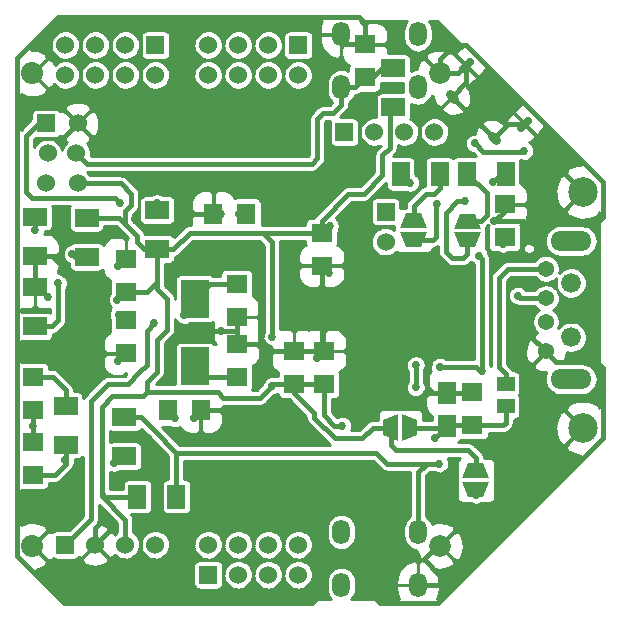
<source format=gbl>
G04 #@! TF.FileFunction,Copper,L2,Bot,Signal*
%FSLAX46Y46*%
G04 Gerber Fmt 4.6, Leading zero omitted, Abs format (unit mm)*
G04 Created by KiCad (PCBNEW 4.0.2+dfsg1-stable) date Fri 18 May 2018 22:31:55 NZST*
%MOMM*%
G01*
G04 APERTURE LIST*
%ADD10C,0.150000*%
%ADD11R,1.524000X1.524000*%
%ADD12C,1.524000*%
%ADD13C,0.749300*%
%ADD14C,0.701040*%
%ADD15C,1.869440*%
%ADD16O,1.506220X2.100000*%
%ADD17R,1.803400X1.600200*%
%ADD18R,1.600200X1.803400*%
%ADD19R,1.524000X2.032000*%
%ADD20R,2.032000X1.524000*%
%ADD21R,1.501140X1.950720*%
%ADD22R,2.413000X3.175000*%
%ADD23R,1.498600X1.300480*%
%ADD24C,1.849120*%
%ADD25C,1.371600*%
%ADD26O,3.479800X1.701800*%
%ADD27C,1.676400*%
%ADD28C,2.500000*%
%ADD29C,0.698500*%
%ADD30C,0.381000*%
%ADD31C,0.203200*%
%ADD32C,0.254000*%
G04 APERTURE END LIST*
D10*
D11*
X137800000Y-73130000D03*
D12*
X137800000Y-75670000D03*
D13*
X147145023Y-67093428D02*
X146791201Y-66739606D01*
X143610394Y-63558799D02*
X143256572Y-63204977D01*
D14*
X149884900Y-65415018D02*
X149285018Y-66014900D01*
X144934982Y-60465100D02*
X144335100Y-61064982D01*
D15*
X107900000Y-101430000D03*
D16*
X140548660Y-104747900D03*
X134051340Y-104747900D03*
X140548660Y-100252100D03*
X134051340Y-100252100D03*
X134051340Y-58112100D03*
X140548660Y-58112100D03*
X134051340Y-62607900D03*
X140548660Y-62607900D03*
D17*
X107920000Y-87103000D03*
X107920000Y-89897000D03*
X125200000Y-84353000D03*
X125200000Y-87147000D03*
D18*
X122157000Y-89940000D03*
X119363000Y-89940000D03*
D17*
X132560000Y-84933000D03*
X132560000Y-87727000D03*
X115820000Y-85137000D03*
X115820000Y-82343000D03*
X130050000Y-87727000D03*
X130050000Y-84933000D03*
X115820000Y-77143000D03*
X115820000Y-79937000D03*
X132390000Y-74913000D03*
X132390000Y-77707000D03*
D18*
X123223000Y-73310000D03*
X126017000Y-73310000D03*
D17*
X147878800Y-75285600D03*
X147878800Y-72491600D03*
X145158460Y-91196160D03*
X145158460Y-88402160D03*
X136050000Y-61757000D03*
X136050000Y-58963000D03*
D19*
X147970240Y-69910960D03*
X144668240Y-69910960D03*
X142379700Y-69921120D03*
X139077700Y-69921120D03*
D20*
X110720000Y-89549000D03*
X110720000Y-92851000D03*
X115700000Y-93831000D03*
X115700000Y-90529000D03*
D19*
X120101000Y-97260000D03*
X116799000Y-97260000D03*
D20*
X108120000Y-82851000D03*
X108120000Y-79549000D03*
X108120000Y-73549000D03*
X108120000Y-76851000D03*
X112500000Y-76951000D03*
X112500000Y-73649000D03*
X138460000Y-64281000D03*
X138460000Y-60979000D03*
X118470000Y-72989000D03*
X118470000Y-76291000D03*
D17*
X125200000Y-82047000D03*
X125200000Y-79253000D03*
X107920000Y-95397000D03*
X107920000Y-92603000D03*
D21*
X142989300Y-91244420D03*
X142989300Y-88496140D03*
D22*
X121670000Y-80502500D03*
X121670000Y-86217500D03*
D11*
X109066500Y-65660000D03*
D12*
X111733500Y-65660000D03*
X109193500Y-68200000D03*
X111606500Y-68200000D03*
X109066500Y-70740000D03*
X111733500Y-70740000D03*
D23*
X147960080Y-87698580D03*
X147960080Y-89603580D03*
D15*
X107900000Y-61430000D03*
D24*
X142400000Y-61430000D03*
X142400000Y-101430000D03*
D10*
G36*
X146085000Y-94439900D02*
X146593000Y-95709900D01*
X144307000Y-95709900D01*
X144815000Y-94439900D01*
X146085000Y-94439900D01*
X146085000Y-94439900D01*
G37*
G36*
X144815000Y-97310100D02*
X144307000Y-96040100D01*
X146593000Y-96040100D01*
X146085000Y-97310100D01*
X144815000Y-97310100D01*
X144815000Y-97310100D01*
G37*
G36*
X144073880Y-76154280D02*
X143565880Y-74884280D01*
X145851880Y-74884280D01*
X145343880Y-76154280D01*
X144073880Y-76154280D01*
X144073880Y-76154280D01*
G37*
G36*
X145343880Y-73284080D02*
X145851880Y-74554080D01*
X143565880Y-74554080D01*
X144073880Y-73284080D01*
X145343880Y-73284080D01*
X145343880Y-73284080D01*
G37*
G36*
X140804900Y-73273920D02*
X141312900Y-74543920D01*
X139026900Y-74543920D01*
X139534900Y-73273920D01*
X140804900Y-73273920D01*
X140804900Y-73273920D01*
G37*
G36*
X139534900Y-76144120D02*
X139026900Y-74874120D01*
X141312900Y-74874120D01*
X140804900Y-76144120D01*
X139534900Y-76144120D01*
X139534900Y-76144120D01*
G37*
D25*
X151389080Y-84960460D03*
X151389080Y-82461100D03*
X151389080Y-80459580D03*
X151389080Y-77960220D03*
D26*
X153520140Y-87309960D03*
X153520140Y-75610720D03*
D27*
X153520140Y-79159100D03*
X153520140Y-83761580D03*
D11*
X122790000Y-103870000D03*
D12*
X122790000Y-101330000D03*
X125330000Y-103870000D03*
X125330000Y-101330000D03*
X127870000Y-103870000D03*
X127870000Y-101330000D03*
X130410000Y-103870000D03*
X130410000Y-101330000D03*
D10*
G36*
X140485100Y-92075000D02*
X139215100Y-92583000D01*
X139215100Y-90297000D01*
X140485100Y-90805000D01*
X140485100Y-92075000D01*
X140485100Y-92075000D01*
G37*
G36*
X137614900Y-90805000D02*
X138884900Y-90297000D01*
X138884900Y-92583000D01*
X137614900Y-92075000D01*
X137614900Y-90805000D01*
X137614900Y-90805000D01*
G37*
D11*
X130410000Y-59030000D03*
D12*
X130410000Y-61570000D03*
X127870000Y-59030000D03*
X127870000Y-61570000D03*
X125330000Y-59030000D03*
X125330000Y-61570000D03*
X122790000Y-59030000D03*
X122790000Y-61570000D03*
D11*
X110690000Y-101330000D03*
D12*
X113230000Y-101330000D03*
X115770000Y-101330000D03*
X118310000Y-101330000D03*
D11*
X134320000Y-66400000D03*
D12*
X136860000Y-66400000D03*
X139400000Y-66400000D03*
X141940000Y-66400000D03*
D11*
X118310000Y-59030000D03*
D12*
X118310000Y-61570000D03*
X115770000Y-59030000D03*
X115770000Y-61570000D03*
X113230000Y-59030000D03*
X113230000Y-61570000D03*
X110690000Y-59030000D03*
X110690000Y-61570000D03*
D28*
X154520000Y-71460000D03*
X154520000Y-91460000D03*
D29*
X118470000Y-72400000D03*
X115340000Y-72400000D03*
X148998940Y-80230980D03*
X140360400Y-86118700D03*
X140350240Y-88000840D03*
X149540000Y-67990000D03*
X145340000Y-67350000D03*
X115100000Y-80570000D03*
X133090000Y-74340000D03*
X128210000Y-87850000D03*
X128220000Y-83720000D03*
X134140000Y-91250000D03*
X145968720Y-86619080D03*
X142008860Y-92329000D03*
X142410180Y-86268560D03*
X145709640Y-76860400D03*
X146870000Y-70650000D03*
X139880000Y-70680000D03*
X120750000Y-81880000D03*
X145450000Y-97100000D03*
X110070000Y-79190000D03*
X108130000Y-74660000D03*
X142360000Y-94460000D03*
X147740000Y-75850000D03*
X144548860Y-72219820D03*
X142158720Y-72450960D03*
X119990000Y-90640000D03*
X114840000Y-94400000D03*
X125410000Y-73310000D03*
X111290000Y-76710000D03*
X144810480Y-88150700D03*
X142989300Y-88496140D03*
X149560280Y-83540600D03*
X147010120Y-73910120D03*
X123860000Y-73310000D03*
X115160000Y-77690000D03*
X115180000Y-85740000D03*
X121580000Y-90570000D03*
X133050000Y-78310000D03*
X123860000Y-83210000D03*
X131980000Y-85490000D03*
X119300000Y-87020000D03*
X127000000Y-87310000D03*
X128510000Y-89540000D03*
X142410000Y-81400000D03*
X125320000Y-77220000D03*
X116610000Y-73760000D03*
X111480000Y-85080000D03*
X109260000Y-80350000D03*
X114000000Y-99160000D03*
X115000000Y-96050000D03*
X118430000Y-99200000D03*
X136680000Y-95400000D03*
X139010000Y-95890000D03*
X139140000Y-98500000D03*
X136910000Y-100250000D03*
X136680000Y-104850000D03*
X132410000Y-98070000D03*
X118200000Y-82590000D03*
X115200000Y-81880000D03*
X107920000Y-91250000D03*
X110700000Y-94150000D03*
X120820000Y-84980000D03*
D30*
X118470000Y-72400000D02*
X118470000Y-72989000D01*
X107390000Y-66710000D02*
X108440000Y-65660000D01*
X108440000Y-65660000D02*
X109066500Y-65660000D01*
X111580000Y-71940000D02*
X114880000Y-71940000D01*
X114880000Y-71940000D02*
X115340000Y-72400000D01*
X108650000Y-71940000D02*
X111580000Y-71940000D01*
X107390000Y-71440000D02*
X107390000Y-66856500D01*
X107890000Y-71940000D02*
X107390000Y-71440000D01*
X108650000Y-71940000D02*
X107890000Y-71940000D01*
X107390000Y-66856500D02*
X107390000Y-66710000D01*
X148998940Y-80230980D02*
X149227540Y-80459580D01*
X149227540Y-80459580D02*
X151389080Y-80459580D01*
X136703000Y-61757000D02*
X136050000Y-61757000D01*
X137481000Y-60979000D02*
X136703000Y-61757000D01*
X138460000Y-60979000D02*
X137481000Y-60979000D01*
X134051340Y-64068660D02*
X133350000Y-64770000D01*
X133350000Y-64770000D02*
X132510000Y-64770000D01*
X132510000Y-64770000D02*
X132030000Y-65250000D01*
X132030000Y-65250000D02*
X132030000Y-68600000D01*
X132030000Y-68600000D02*
X131540000Y-69090000D01*
X131540000Y-69090000D02*
X112496500Y-69090000D01*
X112496500Y-69090000D02*
X111606500Y-68200000D01*
X134051340Y-62607900D02*
X134051340Y-64068660D01*
X135199100Y-62607900D02*
X136050000Y-61757000D01*
X134051340Y-62607900D02*
X135199100Y-62607900D01*
X140360400Y-86118700D02*
X140350240Y-86128860D01*
X140350240Y-86128860D02*
X140350240Y-88000840D01*
X147960080Y-87698580D02*
X147960080Y-86840060D01*
X147388580Y-86268560D02*
X147388580Y-81130000D01*
X147960080Y-86840060D02*
X147388580Y-86268560D01*
X147388580Y-81130000D02*
X147388580Y-80371420D01*
X148139780Y-77960220D02*
X147388580Y-78711420D01*
X147388580Y-78711420D02*
X147388580Y-80371420D01*
X151389080Y-77960220D02*
X148139780Y-77960220D01*
X149540000Y-67990000D02*
X149450000Y-68080000D01*
X149450000Y-68080000D02*
X146070000Y-68080000D01*
X146070000Y-68080000D02*
X145340000Y-67350000D01*
X115100000Y-80570000D02*
X115733000Y-79937000D01*
X115733000Y-79937000D02*
X115820000Y-79937000D01*
X118470000Y-79090000D02*
X118470000Y-76291000D01*
X117623000Y-79937000D02*
X118470000Y-79090000D01*
X115820000Y-79937000D02*
X117623000Y-79937000D01*
X133090000Y-74340000D02*
X132517000Y-74913000D01*
X132517000Y-74913000D02*
X132390000Y-74913000D01*
X128210000Y-87850000D02*
X128333000Y-87727000D01*
X128333000Y-87727000D02*
X130050000Y-87727000D01*
X128220000Y-76730000D02*
X128220000Y-83720000D01*
X145450000Y-93950000D02*
X145450000Y-95074900D01*
X144825000Y-93325000D02*
X145450000Y-93950000D01*
X138675000Y-93325000D02*
X144825000Y-93325000D01*
X138249900Y-92899900D02*
X138675000Y-93325000D01*
X138249900Y-91440000D02*
X138249900Y-92899900D01*
X125780000Y-88890000D02*
X127170000Y-88890000D01*
X127170000Y-88890000D02*
X128210000Y-87850000D01*
X124070000Y-88890000D02*
X125780000Y-88890000D01*
X123590000Y-88410000D02*
X124070000Y-88890000D01*
X117640000Y-88410000D02*
X123590000Y-88410000D01*
X130050000Y-87727000D02*
X132560000Y-87727000D01*
X127403000Y-74913000D02*
X132390000Y-74913000D01*
X121217000Y-74913000D02*
X127403000Y-74913000D01*
X119839000Y-76291000D02*
X121217000Y-74913000D01*
X118470000Y-76291000D02*
X119839000Y-76291000D01*
X117640000Y-87520000D02*
X118430000Y-86730000D01*
X118430000Y-86730000D02*
X118430000Y-84000000D01*
X118430000Y-84000000D02*
X119300000Y-83130000D01*
X119300000Y-83130000D02*
X119300000Y-80500000D01*
X119300000Y-80500000D02*
X118470000Y-79670000D01*
X118470000Y-79670000D02*
X118470000Y-79090000D01*
X117640000Y-88410000D02*
X117640000Y-87520000D01*
X128220000Y-75730000D02*
X127403000Y-74913000D01*
X128220000Y-76730000D02*
X128220000Y-75730000D01*
X116789000Y-97270000D02*
X116799000Y-97260000D01*
X133490000Y-92330000D02*
X135810000Y-92330000D01*
X135810000Y-92330000D02*
X136700000Y-91440000D01*
X136700000Y-91440000D02*
X138249900Y-91440000D01*
X132390000Y-73880000D02*
X134640000Y-71630000D01*
X134640000Y-71630000D02*
X135940000Y-71630000D01*
X135940000Y-71630000D02*
X137540000Y-70030000D01*
X137540000Y-70030000D02*
X137540000Y-68340000D01*
X137540000Y-68340000D02*
X138140000Y-67740000D01*
X138140000Y-67740000D02*
X138140000Y-64601000D01*
X138140000Y-64601000D02*
X138460000Y-64281000D01*
X132390000Y-74913000D02*
X132390000Y-73880000D01*
X117341000Y-76291000D02*
X116760000Y-75710000D01*
X116760000Y-75710000D02*
X116760000Y-75170000D01*
X118470000Y-76291000D02*
X117341000Y-76291000D01*
X115770000Y-74180000D02*
X116760000Y-75170000D01*
X115239000Y-73649000D02*
X115770000Y-74180000D01*
X115150000Y-73649000D02*
X115239000Y-73649000D01*
X112500000Y-73649000D02*
X115150000Y-73649000D01*
X115770000Y-73070000D02*
X115770000Y-74180000D01*
X116280000Y-72560000D02*
X115770000Y-73070000D01*
X115420000Y-70740000D02*
X116280000Y-71600000D01*
X116280000Y-71600000D02*
X116280000Y-72560000D01*
X111733500Y-70740000D02*
X115420000Y-70740000D01*
X113770000Y-95270000D02*
X113770000Y-95690000D01*
X113770000Y-91840000D02*
X113770000Y-95270000D01*
X117640000Y-88410000D02*
X117290000Y-88760000D01*
X114640000Y-88760000D02*
X117290000Y-88760000D01*
X113770000Y-89630000D02*
X114640000Y-88760000D01*
X113770000Y-91840000D02*
X113770000Y-89630000D01*
X113770000Y-96990000D02*
X113770000Y-95690000D01*
X113770000Y-97240000D02*
X113770000Y-96990000D01*
X115770000Y-99240000D02*
X113770000Y-97240000D01*
X115770000Y-101330000D02*
X115770000Y-99240000D01*
X114040000Y-97260000D02*
X113770000Y-96990000D01*
X116799000Y-97260000D02*
X114040000Y-97260000D01*
X132560000Y-90380000D02*
X133430000Y-91250000D01*
X132560000Y-87727000D02*
X132560000Y-90380000D01*
X130050000Y-88490000D02*
X131770000Y-90210000D01*
X131770000Y-90210000D02*
X131770000Y-90610000D01*
X131770000Y-90610000D02*
X133490000Y-92330000D01*
X130050000Y-87727000D02*
X130050000Y-88490000D01*
X134140000Y-91250000D02*
X133430000Y-91250000D01*
X145158460Y-91196160D02*
X143037560Y-91196160D01*
D31*
X143037560Y-91196160D02*
X142989300Y-91244420D01*
D30*
X145333720Y-91020900D02*
X145158460Y-91196160D01*
D31*
X145333720Y-91020900D02*
X145158460Y-91196160D01*
D30*
X143037560Y-91196160D02*
X142989300Y-91244420D01*
X147960080Y-91020900D02*
X147960080Y-89603580D01*
X147784820Y-91196160D02*
X147960080Y-91020900D01*
X145158460Y-91196160D02*
X147784820Y-91196160D01*
X142989300Y-91348560D02*
X142008860Y-92329000D01*
X142989300Y-91244420D02*
X142989300Y-91348560D01*
X145968720Y-77119480D02*
X145709640Y-76860400D01*
X145968720Y-86619080D02*
X145968720Y-77119480D01*
X142410180Y-86268560D02*
X145440400Y-86268560D01*
X145440400Y-86268560D02*
X145790920Y-86619080D01*
X145790920Y-86619080D02*
X145968720Y-86619080D01*
X146870000Y-70650000D02*
X147609040Y-69910960D01*
X147609040Y-69910960D02*
X147970240Y-69910960D01*
X142793720Y-91440000D02*
X142989300Y-91244420D01*
X139850100Y-91440000D02*
X142793720Y-91440000D01*
X139880000Y-70680000D02*
X139121120Y-69921120D01*
X139121120Y-69921120D02*
X139077700Y-69921120D01*
X120750000Y-81880000D02*
X121670000Y-80960000D01*
X121670000Y-80960000D02*
X121670000Y-80502500D01*
X122919500Y-79253000D02*
X121670000Y-80502500D01*
X125200000Y-79253000D02*
X122919500Y-79253000D01*
X145450000Y-97100000D02*
X145450000Y-96675100D01*
X110070000Y-79190000D02*
X110070000Y-82320000D01*
X110070000Y-82320000D02*
X109550000Y-82840000D01*
X109550000Y-82840000D02*
X108131000Y-82840000D01*
X108131000Y-82840000D02*
X108120000Y-82851000D01*
D31*
X144668240Y-70172580D02*
X144668240Y-69910960D01*
X144630140Y-70210680D02*
X144668240Y-70172580D01*
D30*
X144721580Y-69910960D02*
X146390360Y-71579740D01*
X146390360Y-71579740D02*
X146390360Y-73378060D01*
X146390360Y-73378060D02*
X145849340Y-73919080D01*
X145849340Y-73919080D02*
X144708880Y-73919080D01*
X144668240Y-69910960D02*
X144721580Y-69910960D01*
X108130000Y-74660000D02*
X108120000Y-74650000D01*
X108120000Y-74650000D02*
X108120000Y-73549000D01*
X109613000Y-87103000D02*
X110720000Y-88210000D01*
X110720000Y-88210000D02*
X110720000Y-89549000D01*
X107920000Y-87103000D02*
X109613000Y-87103000D01*
X117089000Y-90529000D02*
X118160000Y-91600000D01*
X115700000Y-90529000D02*
X117089000Y-90529000D01*
X120101000Y-93541000D02*
X118160000Y-91600000D01*
X120101000Y-97260000D02*
X120101000Y-93541000D01*
X136991000Y-93541000D02*
X137910000Y-94460000D01*
X142360000Y-94460000D02*
X142365000Y-94460000D01*
X141270000Y-94460000D02*
X142360000Y-94460000D01*
X140460000Y-94460000D02*
X141270000Y-94460000D01*
X137910000Y-94460000D02*
X140460000Y-94460000D01*
X120101000Y-93541000D02*
X136991000Y-93541000D01*
X140548660Y-95181340D02*
X141270000Y-94460000D01*
X140548660Y-100252100D02*
X140548660Y-95181340D01*
X147740000Y-75850000D02*
X147878800Y-75711200D01*
X147878800Y-75711200D02*
X147878800Y-75285600D01*
X144708880Y-76730860D02*
X144371060Y-77068680D01*
X144371060Y-77068680D02*
X143466820Y-77068680D01*
X143466820Y-77068680D02*
X142910560Y-76512420D01*
X142910560Y-76512420D02*
X142910560Y-73200260D01*
X142910560Y-73200260D02*
X143891000Y-72219820D01*
X143891000Y-72219820D02*
X144548860Y-72219820D01*
X144708880Y-75519280D02*
X144708880Y-76730860D01*
D31*
X142440660Y-70231000D02*
X142379700Y-70170040D01*
X142379700Y-70170040D02*
X142379700Y-69921120D01*
D30*
X142379700Y-71140300D02*
X141890000Y-71630000D01*
X141890000Y-71630000D02*
X141200000Y-71630000D01*
X141200000Y-71630000D02*
X140169900Y-72660100D01*
X140169900Y-72660100D02*
X140169900Y-73908920D01*
X142379700Y-69921120D02*
X142379700Y-71140300D01*
X141831060Y-75509120D02*
X142079980Y-75260200D01*
X142079980Y-75260200D02*
X142079980Y-72529700D01*
X142079980Y-72529700D02*
X142158720Y-72450960D01*
X140169900Y-75509120D02*
X141831060Y-75509120D01*
X119990000Y-90640000D02*
X119363000Y-90013000D01*
X119363000Y-90013000D02*
X119363000Y-89940000D01*
X114840000Y-94400000D02*
X115409000Y-93831000D01*
X115409000Y-93831000D02*
X115700000Y-93831000D01*
X125410000Y-73310000D02*
X126017000Y-73310000D01*
X111290000Y-76710000D02*
X111531000Y-76951000D01*
X111531000Y-76951000D02*
X112500000Y-76951000D01*
D31*
X144810480Y-88150700D02*
X145061940Y-88402160D01*
X145061940Y-88402160D02*
X145158460Y-88402160D01*
D30*
X145158460Y-88402160D02*
X145064480Y-88496140D01*
X142989300Y-88496140D02*
X145064480Y-88496140D01*
X149560280Y-83540600D02*
X149529800Y-83510120D01*
X149529800Y-83510120D02*
X149479000Y-83510120D01*
X147010120Y-73910120D02*
X147878800Y-73041440D01*
X147878800Y-73041440D02*
X147878800Y-72491600D01*
X123860000Y-73310000D02*
X123223000Y-73310000D01*
X115160000Y-77690000D02*
X115707000Y-77143000D01*
X115707000Y-77143000D02*
X115820000Y-77143000D01*
X115180000Y-85740000D02*
X115783000Y-85137000D01*
X125200000Y-83200000D02*
X125200000Y-84353000D01*
X125200000Y-82047000D02*
X125200000Y-83200000D01*
X122157000Y-89993000D02*
X122157000Y-89940000D01*
X121580000Y-90570000D02*
X122157000Y-89993000D01*
X132447000Y-77707000D02*
X132390000Y-77707000D01*
X133050000Y-78310000D02*
X132447000Y-77707000D01*
X123870000Y-83200000D02*
X125200000Y-83200000D01*
X123860000Y-83210000D02*
X123870000Y-83200000D01*
X132390000Y-84763000D02*
X132560000Y-84933000D01*
X132390000Y-77707000D02*
X132390000Y-84763000D01*
X132560000Y-84933000D02*
X130050000Y-84933000D01*
X127853000Y-84933000D02*
X127273000Y-84353000D01*
X127273000Y-84353000D02*
X125200000Y-84353000D01*
X130050000Y-84933000D02*
X127853000Y-84933000D01*
X131980000Y-85490000D02*
X132537000Y-84933000D01*
X132537000Y-84933000D02*
X132560000Y-84933000D01*
X141350000Y-88010000D02*
X141836140Y-88496140D01*
X141350000Y-81500000D02*
X141350000Y-88010000D01*
X141836140Y-88496140D02*
X142989300Y-88496140D01*
X120550000Y-83210000D02*
X119430000Y-84330000D01*
X119430000Y-84330000D02*
X119430000Y-86890000D01*
X119430000Y-86890000D02*
X119300000Y-87020000D01*
X123860000Y-83210000D02*
X120550000Y-83210000D01*
X127000000Y-86190000D02*
X127000000Y-87310000D01*
X127360000Y-85830000D02*
X127000000Y-86190000D01*
X127360000Y-84710000D02*
X127360000Y-85830000D01*
X127003000Y-84353000D02*
X127360000Y-84710000D01*
X125200000Y-84353000D02*
X127003000Y-84353000D01*
X149969220Y-83540600D02*
X151389080Y-84960460D01*
X149560280Y-83540600D02*
X149969220Y-83540600D01*
X128110000Y-89940000D02*
X128510000Y-89540000D01*
X122157000Y-89940000D02*
X128110000Y-89940000D01*
X142410000Y-81400000D02*
X142310000Y-81500000D01*
X142310000Y-81500000D02*
X141350000Y-81500000D01*
X125320000Y-77220000D02*
X126640000Y-77220000D01*
X126640000Y-77220000D02*
X127170000Y-77750000D01*
X127170000Y-77750000D02*
X127170000Y-84520000D01*
X127170000Y-84520000D02*
X127360000Y-84710000D01*
X121260000Y-73310000D02*
X119920000Y-74650000D01*
X119920000Y-74650000D02*
X117380000Y-74650000D01*
X117380000Y-74650000D02*
X116610000Y-73880000D01*
X116610000Y-73880000D02*
X116610000Y-73760000D01*
X123223000Y-73310000D02*
X121260000Y-73310000D01*
X143433483Y-63381888D02*
X146968112Y-66916517D01*
X115363000Y-84680000D02*
X115820000Y-85137000D01*
X115180000Y-85740000D02*
X115820000Y-85137000D01*
X115783000Y-85137000D02*
X115180000Y-85740000D01*
X115820000Y-85137000D02*
X115783000Y-85137000D01*
X115180000Y-85740000D02*
X115820000Y-85137000D01*
X144635041Y-62184959D02*
X144635041Y-60765041D01*
X143438112Y-63381888D02*
X144635041Y-62184959D01*
X143433483Y-63381888D02*
X143438112Y-63381888D01*
X148195041Y-65714959D02*
X149584959Y-65714959D01*
X146993483Y-66916517D02*
X148195041Y-65714959D01*
X146968112Y-66916517D02*
X146993483Y-66916517D01*
X109260000Y-80350000D02*
X108459000Y-79549000D01*
X108459000Y-79549000D02*
X108120000Y-79549000D01*
X108120000Y-76851000D02*
X108120000Y-79549000D01*
X111480000Y-78790000D02*
X109541000Y-76851000D01*
X109541000Y-76851000D02*
X108120000Y-76851000D01*
X111480000Y-85080000D02*
X111480000Y-78790000D01*
X113230000Y-99930000D02*
X113230000Y-101330000D01*
X114000000Y-99160000D02*
X113230000Y-99930000D01*
X142150000Y-101430000D02*
X141020000Y-102560000D01*
X140548660Y-104747900D02*
X142432100Y-104747900D01*
X142420000Y-103960000D02*
X141020000Y-102560000D01*
X142420000Y-104735800D02*
X142420000Y-103960000D01*
X142432100Y-104747900D02*
X142420000Y-104735800D01*
X142400000Y-101430000D02*
X142150000Y-101430000D01*
X115000000Y-96050000D02*
X115470000Y-95580000D01*
X115470000Y-95580000D02*
X115470000Y-95550000D01*
X115470000Y-95550000D02*
X115600000Y-95420000D01*
X115600000Y-95420000D02*
X118180000Y-95420000D01*
X118180000Y-95420000D02*
X118430000Y-95670000D01*
X118430000Y-95670000D02*
X118430000Y-99200000D01*
X136680000Y-95400000D02*
X137170000Y-95890000D01*
X137170000Y-95890000D02*
X139010000Y-95890000D01*
X139140000Y-98500000D02*
X139010000Y-98630000D01*
X139010000Y-98630000D02*
X138530000Y-98630000D01*
X138530000Y-98630000D02*
X136910000Y-100250000D01*
X131280000Y-99200000D02*
X132410000Y-98070000D01*
X118430000Y-99200000D02*
X131280000Y-99200000D01*
X134051340Y-58871340D02*
X134143000Y-58963000D01*
X134143000Y-58963000D02*
X136050000Y-58963000D01*
X134051340Y-58112100D02*
X134051340Y-58871340D01*
X143970082Y-61430000D02*
X144635041Y-60765041D01*
X142400000Y-61430000D02*
X143970082Y-61430000D01*
X151389080Y-84969080D02*
X152250000Y-85830000D01*
X152250000Y-85830000D02*
X155690000Y-85830000D01*
X155690000Y-85830000D02*
X156210000Y-86350000D01*
X156210000Y-86350000D02*
X156210000Y-92310000D01*
X156210000Y-92310000D02*
X142270000Y-106250000D01*
X142270000Y-106250000D02*
X137350000Y-106250000D01*
X137350000Y-106250000D02*
X136680000Y-105580000D01*
X136680000Y-105580000D02*
X136680000Y-104850000D01*
X151389080Y-84960460D02*
X151389080Y-84969080D01*
X155600000Y-74150000D02*
X156210000Y-73540000D01*
X156210000Y-73540000D02*
X156210000Y-70580000D01*
X156210000Y-70580000D02*
X144620000Y-58990000D01*
X144620000Y-58990000D02*
X143650000Y-58990000D01*
X143650000Y-58990000D02*
X142400000Y-60240000D01*
X142400000Y-60240000D02*
X142400000Y-61430000D01*
X149760000Y-74150000D02*
X149730000Y-74180000D01*
X147010120Y-73910120D02*
X149460120Y-73910120D01*
X149460120Y-73910120D02*
X149730000Y-74180000D01*
X149760000Y-74150000D02*
X155600000Y-74150000D01*
X136050000Y-57180000D02*
X135520000Y-56650000D01*
X135520000Y-56650000D02*
X110090000Y-56650000D01*
X110090000Y-56650000D02*
X106600000Y-60140000D01*
X106600000Y-60140000D02*
X106600000Y-102260000D01*
X106600000Y-102260000D02*
X110600000Y-106260000D01*
X110600000Y-106260000D02*
X131610000Y-106260000D01*
X131610000Y-106260000D02*
X132410000Y-105460000D01*
X132410000Y-105460000D02*
X132410000Y-98070000D01*
X136050000Y-58963000D02*
X136050000Y-57180000D01*
X117570000Y-83220000D02*
X118200000Y-82590000D01*
X117570000Y-86140000D02*
X117570000Y-83220000D01*
X116970000Y-86740000D02*
X117570000Y-86140000D01*
X116970000Y-86740000D02*
X116000000Y-87710000D01*
X112830000Y-91530000D02*
X112830000Y-89190000D01*
X112830000Y-89190000D02*
X114310000Y-87710000D01*
X114310000Y-87710000D02*
X116000000Y-87710000D01*
X112830000Y-99190000D02*
X110690000Y-101330000D01*
X112830000Y-91530000D02*
X112830000Y-99190000D01*
X115663000Y-82343000D02*
X115820000Y-82343000D01*
X115200000Y-81880000D02*
X115663000Y-82343000D01*
X107920000Y-89897000D02*
X107920000Y-92603000D01*
X107920000Y-91250000D02*
X107920000Y-89897000D01*
X109823000Y-95397000D02*
X110720000Y-94500000D01*
X110720000Y-94500000D02*
X110720000Y-92851000D01*
X107920000Y-95397000D02*
X109823000Y-95397000D01*
X110700000Y-94150000D02*
X110720000Y-94130000D01*
X110720000Y-94130000D02*
X110720000Y-92851000D01*
X120820000Y-84980000D02*
X121670000Y-85830000D01*
X121670000Y-85830000D02*
X121670000Y-86217500D01*
X122599500Y-87147000D02*
X121670000Y-86217500D01*
X125200000Y-87147000D02*
X122599500Y-87147000D01*
D32*
X109592904Y-72617500D02*
X111078327Y-72617500D01*
X109623037Y-72820700D02*
X111000434Y-72820700D01*
X109623080Y-73023900D02*
X110996678Y-73023900D01*
X109623122Y-73227100D02*
X110996721Y-73227100D01*
X109623165Y-73430300D02*
X110996764Y-73430300D01*
X109623208Y-73633500D02*
X110996807Y-73633500D01*
X109623251Y-73836700D02*
X110996849Y-73836700D01*
X109623294Y-74039900D02*
X110996892Y-74039900D01*
X109623337Y-74243100D02*
X110996935Y-74243100D01*
X109605402Y-74446300D02*
X110996978Y-74446300D01*
X114002786Y-74446300D02*
X115078170Y-74446300D01*
X109486296Y-74649500D02*
X111057746Y-74649500D01*
X113942582Y-74649500D02*
X115281370Y-74649500D01*
X108943817Y-74852700D02*
X111277988Y-74852700D01*
X113722388Y-74852700D02*
X115484570Y-74852700D01*
X109464165Y-75055900D02*
X115687770Y-75055900D01*
X109833280Y-75259100D02*
X115890970Y-75259100D01*
X110015717Y-75462300D02*
X114293299Y-75462300D01*
X115718545Y-75462300D02*
X115921454Y-75462300D01*
X110129096Y-75665500D02*
X114072267Y-75665500D01*
X115789520Y-75665500D02*
X115850480Y-75665500D01*
X110192884Y-75868700D02*
X111115376Y-75868700D01*
X113884286Y-75868700D02*
X113946100Y-75868700D01*
X115789520Y-75868700D02*
X115850480Y-75868700D01*
X110215539Y-76071900D02*
X110746337Y-76071900D01*
X115789520Y-76071900D02*
X115850480Y-76071900D01*
X110215523Y-76275100D02*
X110574241Y-76275100D01*
X115789520Y-76275100D02*
X115850480Y-76275100D01*
X110215506Y-76478300D02*
X110484280Y-76478300D01*
X115789520Y-76478300D02*
X115850480Y-76478300D01*
X110084645Y-76681500D02*
X110454030Y-76681500D01*
X115789520Y-76681500D02*
X115850480Y-76681500D01*
X108089520Y-76884700D02*
X108150480Y-76884700D01*
X109948845Y-76884700D02*
X110471810Y-76884700D01*
X115789520Y-76884700D02*
X115850480Y-76884700D01*
X108089520Y-77087900D02*
X108150480Y-77087900D01*
X110152045Y-77087900D02*
X110540174Y-77087900D01*
X115789520Y-77087900D02*
X115850480Y-77087900D01*
X108089520Y-77291100D02*
X108150480Y-77291100D01*
X110215511Y-77291100D02*
X110688588Y-77291100D01*
X108089520Y-77494300D02*
X108150480Y-77494300D01*
X110215527Y-77494300D02*
X110996301Y-77494300D01*
X108089520Y-77697500D02*
X108150480Y-77697500D01*
X110215544Y-77697500D02*
X110996967Y-77697500D01*
X108089520Y-77900700D02*
X108150480Y-77900700D01*
X110179540Y-77900700D02*
X111034598Y-77900700D01*
X108089520Y-78103900D02*
X108150480Y-78103900D01*
X110101316Y-78103900D02*
X111192600Y-78103900D01*
X113807712Y-78103900D02*
X113849634Y-78103900D01*
X108089520Y-78307100D02*
X108150480Y-78307100D01*
X110105849Y-78307100D02*
X113900680Y-78307100D01*
X108089520Y-78510300D02*
X108150480Y-78510300D01*
X110557825Y-78510300D02*
X113999051Y-78510300D01*
X108089520Y-78713500D02*
X108150480Y-78713500D01*
X110757453Y-78713500D02*
X114161934Y-78713500D01*
X108089520Y-78916700D02*
X108150480Y-78916700D01*
X110861890Y-78916700D02*
X114448591Y-78916700D01*
X108089520Y-79119900D02*
X108150480Y-79119900D01*
X110906120Y-79119900D02*
X114431386Y-79119900D01*
X108089520Y-79323100D02*
X108150480Y-79323100D01*
X110897358Y-79323100D02*
X114430987Y-79323100D01*
X108069520Y-79526300D02*
X108170480Y-79526300D01*
X110835699Y-79526300D02*
X114431027Y-79526300D01*
X108089520Y-79729500D02*
X108150480Y-79729500D01*
X110747500Y-79729500D02*
X114431068Y-79729500D01*
X108089520Y-79932700D02*
X108150480Y-79932700D01*
X110747500Y-79932700D02*
X114431109Y-79932700D01*
X108089520Y-80135900D02*
X108150480Y-80135900D01*
X110747500Y-80135900D02*
X114383693Y-80135900D01*
X108089520Y-80339100D02*
X108150480Y-80339100D01*
X110747500Y-80339100D02*
X114294110Y-80339100D01*
X108089520Y-80542300D02*
X108150480Y-80542300D01*
X110747500Y-80542300D02*
X114264019Y-80542300D01*
X108089520Y-80745500D02*
X108150480Y-80745500D01*
X110747500Y-80745500D02*
X114281957Y-80745500D01*
X108089520Y-80948700D02*
X108150480Y-80948700D01*
X110747500Y-80948700D02*
X114350490Y-80948700D01*
X108058245Y-81151900D02*
X108181755Y-81151900D01*
X110747500Y-81151900D02*
X114499361Y-81151900D01*
X107855045Y-81355100D02*
X108384955Y-81355100D01*
X110747500Y-81355100D02*
X114468944Y-81355100D01*
X106909700Y-81558300D02*
X109392500Y-81558300D01*
X110747500Y-81558300D02*
X114428019Y-81558300D01*
X110747500Y-81761500D02*
X114370219Y-81761500D01*
X110747500Y-81964700D02*
X114365292Y-81964700D01*
X110747500Y-82167900D02*
X114414540Y-82167900D01*
X110742763Y-82371100D02*
X114431115Y-82371100D01*
X110697328Y-82574300D02*
X114431156Y-82574300D01*
X110566779Y-82777500D02*
X114431197Y-82777500D01*
X110367430Y-82980700D02*
X114431238Y-82980700D01*
X110164230Y-83183900D02*
X114431279Y-83183900D01*
X109946017Y-83387100D02*
X114395892Y-83387100D01*
X109623191Y-83590300D02*
X114138299Y-83590300D01*
X109588425Y-83793500D02*
X113983237Y-83793500D01*
X109438549Y-83996700D02*
X113890870Y-83996700D01*
X106909700Y-84199900D02*
X113844921Y-84199900D01*
X106909700Y-84403100D02*
X113838768Y-84403100D01*
X106909700Y-84606300D02*
X113838783Y-84606300D01*
X106909700Y-84809500D02*
X113838798Y-84809500D01*
X106909700Y-85012700D02*
X114014855Y-85012700D01*
X106909700Y-85215900D02*
X114060255Y-85215900D01*
X106909700Y-85419100D02*
X113857055Y-85419100D01*
X106909700Y-85622300D02*
X113838785Y-85622300D01*
X106909700Y-85825500D02*
X106921958Y-85825500D01*
X108918035Y-85825500D02*
X113838770Y-85825500D01*
X109224234Y-86028700D02*
X113838755Y-86028700D01*
X109304117Y-86231900D02*
X113876167Y-86231900D01*
X109709839Y-86435100D02*
X113955911Y-86435100D01*
X110106430Y-86638300D02*
X114093216Y-86638300D01*
X110309630Y-86841500D02*
X114328585Y-86841500D01*
X115694745Y-86841500D02*
X115789518Y-86841500D01*
X110512830Y-87044700D02*
X114183176Y-87044700D01*
X110716030Y-87247900D02*
X113813970Y-87247900D01*
X110919230Y-87451100D02*
X113610770Y-87451100D01*
X111122430Y-87654300D02*
X113407570Y-87654300D01*
X111296748Y-87857500D02*
X113204370Y-87857500D01*
X111379251Y-88060700D02*
X113001170Y-88060700D01*
X111397500Y-88263900D02*
X112797970Y-88263900D01*
X112104683Y-88467100D02*
X112594770Y-88467100D01*
X112209368Y-88670300D02*
X112391570Y-88670300D01*
X112223047Y-88873500D02*
X112234555Y-88873500D01*
X119977500Y-82200633D02*
X119977500Y-82200633D01*
X119977500Y-82403833D02*
X120088792Y-82403833D01*
X119977500Y-82607033D02*
X120330730Y-82607033D01*
X121165118Y-82607033D02*
X123218780Y-82607033D01*
X119977500Y-82810233D02*
X123218764Y-82810233D01*
X119977500Y-83013433D02*
X123230730Y-83013433D01*
X119968935Y-83216633D02*
X123269248Y-83216633D01*
X119910105Y-83419833D02*
X123224143Y-83419833D01*
X119765096Y-83623033D02*
X123218768Y-83623033D01*
X119561896Y-83826233D02*
X123218783Y-83826233D01*
X119358696Y-84029433D02*
X123218799Y-84029433D01*
X119155496Y-84232633D02*
X120181521Y-84232633D01*
X123158313Y-84232633D02*
X123398788Y-84232633D01*
X119107500Y-84435833D02*
X120016820Y-84435833D01*
X119107500Y-84639033D02*
X119976404Y-84639033D01*
X119107500Y-84842233D02*
X119976175Y-84842233D01*
X119107500Y-85045433D02*
X119976196Y-85045433D01*
X119107500Y-85248633D02*
X119976217Y-85248633D01*
X119107500Y-85451833D02*
X119976237Y-85451833D01*
X119107500Y-85655033D02*
X119976258Y-85655033D01*
X119107500Y-85858233D02*
X119976278Y-85858233D01*
X119107500Y-86061433D02*
X119976299Y-86061433D01*
X119107500Y-86264633D02*
X119976319Y-86264633D01*
X119107500Y-86467833D02*
X119976340Y-86467833D01*
X119107500Y-86671033D02*
X119976360Y-86671033D01*
X119091625Y-86874233D02*
X119976381Y-86874233D01*
X119008787Y-87077433D02*
X119976401Y-87077433D01*
X118837496Y-87280633D02*
X119976422Y-87280633D01*
X118634296Y-87483833D02*
X119976442Y-87483833D01*
X118431096Y-87687033D02*
X119976463Y-87687033D01*
X128661275Y-88554086D02*
X128661275Y-88554086D01*
X128260844Y-88757286D02*
X128716522Y-88757286D01*
X128057644Y-88960486D02*
X128922510Y-88960486D01*
X127854444Y-89163686D02*
X129765556Y-89163686D01*
X127651244Y-89366886D02*
X129968756Y-89366886D01*
X124036705Y-89570086D02*
X130171956Y-89570086D01*
X123902959Y-89773286D02*
X130375156Y-89773286D01*
X122126520Y-89976486D02*
X122187480Y-89976486D01*
X123772731Y-89976486D02*
X130578356Y-89976486D01*
X122126520Y-90179686D02*
X122187480Y-90179686D01*
X123975931Y-90179686D02*
X130781556Y-90179686D01*
X122126520Y-90382886D02*
X122187480Y-90382886D01*
X124036815Y-90382886D02*
X130984756Y-90382886D01*
X122126520Y-90586086D02*
X122187480Y-90586086D01*
X124037121Y-90586086D02*
X131092500Y-90586086D01*
X122126520Y-90789286D02*
X122187480Y-90789286D01*
X124037039Y-90789286D02*
X124037359Y-90789286D01*
X124037359Y-90789286D02*
X131119802Y-90789286D01*
X122126520Y-90992486D02*
X122187480Y-90992486D01*
X124028204Y-90992486D02*
X124037359Y-90992486D01*
X124037359Y-90992486D02*
X131211865Y-90992486D01*
X122126520Y-91195686D02*
X122187480Y-91195686D01*
X123979346Y-91195686D02*
X124037359Y-91195686D01*
X124037359Y-91195686D02*
X131397556Y-91195686D01*
X118917015Y-91398886D02*
X119638130Y-91398886D01*
X120346055Y-91398886D02*
X120430559Y-91398886D01*
X122126520Y-91398886D02*
X122187480Y-91398886D01*
X123883442Y-91398886D02*
X124037359Y-91398886D01*
X124037359Y-91398886D02*
X131600756Y-91398886D01*
X119120215Y-91602086D02*
X120590548Y-91602086D01*
X122126520Y-91602086D02*
X122187480Y-91602086D01*
X123723453Y-91602086D02*
X124037359Y-91602086D01*
X124037359Y-91602086D02*
X131803956Y-91602086D01*
X119323415Y-91805286D02*
X120861804Y-91805286D01*
X121972559Y-91805286D02*
X122341441Y-91805286D01*
X123452197Y-91805286D02*
X124037359Y-91805286D01*
X124037359Y-91805286D02*
X132007156Y-91805286D01*
X119526615Y-92008486D02*
X124037359Y-92008486D01*
X124037359Y-92008486D02*
X132210356Y-92008486D01*
X119729815Y-92211686D02*
X124037359Y-92211686D01*
X124037359Y-92211686D02*
X132413556Y-92211686D01*
X119933015Y-92414886D02*
X124037359Y-92414886D01*
X124037359Y-92414886D02*
X132616756Y-92414886D01*
X120136215Y-92618086D02*
X124037359Y-92618086D01*
X124037359Y-92618086D02*
X132819956Y-92618086D01*
X120339415Y-92821286D02*
X124037359Y-92821286D01*
X124037359Y-92821286D02*
X133025814Y-92821286D01*
X110236982Y-56949700D02*
X132445509Y-56949700D01*
X110033782Y-57152900D02*
X132348061Y-57152900D01*
X109830582Y-57356100D02*
X132283005Y-57356100D01*
X109627382Y-57559300D02*
X132244625Y-57559300D01*
X109424182Y-57762500D02*
X132221283Y-57762500D01*
X109220982Y-57965700D02*
X110035308Y-57965700D01*
X111345782Y-57965700D02*
X112575308Y-57965700D01*
X113885782Y-57965700D02*
X115115308Y-57965700D01*
X116425782Y-57965700D02*
X117164451Y-57965700D01*
X119455865Y-57965700D02*
X122135308Y-57965700D01*
X123445782Y-57965700D02*
X124675308Y-57965700D01*
X125985782Y-57965700D02*
X127215308Y-57965700D01*
X128525782Y-57965700D02*
X129264451Y-57965700D01*
X131555865Y-57965700D02*
X132218730Y-57965700D01*
X109017782Y-58168900D02*
X109784105Y-58168900D01*
X111595185Y-58168900D02*
X112324105Y-58168900D01*
X114135185Y-58168900D02*
X114864105Y-58168900D01*
X116675185Y-58168900D02*
X117071167Y-58168900D01*
X119548853Y-58168900D02*
X121884105Y-58168900D01*
X123695185Y-58168900D02*
X124424105Y-58168900D01*
X126235185Y-58168900D02*
X126964105Y-58168900D01*
X128775185Y-58168900D02*
X129171167Y-58168900D01*
X131648853Y-58168900D02*
X132218730Y-58168900D01*
X134020860Y-58168900D02*
X134068763Y-58168900D01*
X108814582Y-58372100D02*
X109626677Y-58372100D01*
X111752497Y-58372100D02*
X112166677Y-58372100D01*
X114292497Y-58372100D02*
X114706677Y-58372100D01*
X116832497Y-58372100D02*
X117060671Y-58372100D01*
X119559052Y-58372100D02*
X121726677Y-58372100D01*
X123852497Y-58372100D02*
X124266677Y-58372100D01*
X126392497Y-58372100D02*
X126806677Y-58372100D01*
X128932497Y-58372100D02*
X129160671Y-58372100D01*
X131659052Y-58372100D02*
X132218730Y-58372100D01*
X134020860Y-58372100D02*
X134068778Y-58372100D01*
X108611382Y-58575300D02*
X109525941Y-58575300D01*
X111853576Y-58575300D02*
X112065941Y-58575300D01*
X114393576Y-58575300D02*
X114605941Y-58575300D01*
X116933576Y-58575300D02*
X117060714Y-58575300D01*
X119559094Y-58575300D02*
X121625941Y-58575300D01*
X123953576Y-58575300D02*
X124165941Y-58575300D01*
X126493576Y-58575300D02*
X126705941Y-58575300D01*
X129033576Y-58575300D02*
X129160714Y-58575300D01*
X131659094Y-58575300D02*
X132234333Y-58575300D01*
X134020860Y-58575300D02*
X134068794Y-58575300D01*
X108408182Y-58778500D02*
X109466500Y-58778500D01*
X111913504Y-58778500D02*
X112006500Y-58778500D01*
X114453504Y-58778500D02*
X114546500Y-58778500D01*
X116993504Y-58778500D02*
X117060757Y-58778500D01*
X119559137Y-58778500D02*
X121566500Y-58778500D01*
X124013504Y-58778500D02*
X124106500Y-58778500D01*
X126553504Y-58778500D02*
X126646500Y-58778500D01*
X129093504Y-58778500D02*
X129160757Y-58778500D01*
X131659137Y-58778500D02*
X132257675Y-58778500D01*
X134020860Y-58778500D02*
X134081820Y-58778500D01*
X108204982Y-58981700D02*
X109441499Y-58981700D01*
X111938018Y-58981700D02*
X111939053Y-58981700D01*
X111939053Y-58981700D02*
X111981499Y-58981700D01*
X114478018Y-58981700D02*
X114479053Y-58981700D01*
X114479053Y-58981700D02*
X114521499Y-58981700D01*
X117018018Y-58981700D02*
X117019053Y-58981700D01*
X117019053Y-58981700D02*
X117060800Y-58981700D01*
X119559180Y-58981700D02*
X121541499Y-58981700D01*
X124038018Y-58981700D02*
X124039053Y-58981700D01*
X124039053Y-58981700D02*
X124081499Y-58981700D01*
X126578018Y-58981700D02*
X126579053Y-58981700D01*
X126579053Y-58981700D02*
X126621499Y-58981700D01*
X129118018Y-58981700D02*
X129119053Y-58981700D01*
X129119053Y-58981700D02*
X129160800Y-58981700D01*
X131659180Y-58981700D02*
X132319376Y-58981700D01*
X134020860Y-58981700D02*
X134081820Y-58981700D01*
X108001782Y-59184900D02*
X109448514Y-59184900D01*
X111935181Y-59184900D02*
X111939053Y-59184900D01*
X111939053Y-59184900D02*
X111988514Y-59184900D01*
X114475181Y-59184900D02*
X114479053Y-59184900D01*
X114479053Y-59184900D02*
X114528514Y-59184900D01*
X117015181Y-59184900D02*
X117019053Y-59184900D01*
X117019053Y-59184900D02*
X117060842Y-59184900D01*
X119559223Y-59184900D02*
X121548514Y-59184900D01*
X124035181Y-59184900D02*
X124039053Y-59184900D01*
X124039053Y-59184900D02*
X124088514Y-59184900D01*
X126575181Y-59184900D02*
X126579053Y-59184900D01*
X126579053Y-59184900D02*
X126628514Y-59184900D01*
X129115181Y-59184900D02*
X129119053Y-59184900D01*
X129119053Y-59184900D02*
X129160842Y-59184900D01*
X131659223Y-59184900D02*
X132395941Y-59184900D01*
X134020860Y-59184900D02*
X134081820Y-59184900D01*
X107798582Y-59388100D02*
X109488391Y-59388100D01*
X111889526Y-59388100D02*
X111939053Y-59388100D01*
X111939053Y-59388100D02*
X112028391Y-59388100D01*
X114429526Y-59388100D02*
X114479053Y-59388100D01*
X114479053Y-59388100D02*
X114568391Y-59388100D01*
X116969526Y-59388100D02*
X117019053Y-59388100D01*
X117019053Y-59388100D02*
X117060885Y-59388100D01*
X119559266Y-59388100D02*
X121588391Y-59388100D01*
X123989526Y-59388100D02*
X124039053Y-59388100D01*
X124039053Y-59388100D02*
X124128391Y-59388100D01*
X126529526Y-59388100D02*
X126579053Y-59388100D01*
X126579053Y-59388100D02*
X126668391Y-59388100D01*
X129069526Y-59388100D02*
X129119053Y-59388100D01*
X129119053Y-59388100D02*
X129160885Y-59388100D01*
X131659266Y-59388100D02*
X132508358Y-59388100D01*
X134020860Y-59388100D02*
X134068790Y-59388100D01*
X108740931Y-59591300D02*
X109568844Y-59591300D01*
X111807353Y-59591300D02*
X111939053Y-59591300D01*
X111939053Y-59591300D02*
X112108844Y-59591300D01*
X114347353Y-59591300D02*
X114479053Y-59591300D01*
X114479053Y-59591300D02*
X114648844Y-59591300D01*
X116887353Y-59591300D02*
X117019053Y-59591300D01*
X117019053Y-59591300D02*
X117060928Y-59591300D01*
X119559309Y-59591300D02*
X121668844Y-59591300D01*
X123907353Y-59591300D02*
X124039053Y-59591300D01*
X124039053Y-59591300D02*
X124208844Y-59591300D01*
X126447353Y-59591300D02*
X126579053Y-59591300D01*
X126579053Y-59591300D02*
X126748844Y-59591300D01*
X128987353Y-59591300D02*
X129119053Y-59591300D01*
X129119053Y-59591300D02*
X129160928Y-59591300D01*
X131659309Y-59591300D02*
X132662239Y-59591300D01*
X134020860Y-59591300D02*
X134068775Y-59591300D01*
X109067545Y-59794500D02*
X109696721Y-59794500D01*
X111679263Y-59794500D02*
X111939053Y-59794500D01*
X111939053Y-59794500D02*
X112236721Y-59794500D01*
X114219263Y-59794500D02*
X114479053Y-59794500D01*
X114479053Y-59794500D02*
X114776721Y-59794500D01*
X116759263Y-59794500D02*
X117019053Y-59794500D01*
X117019053Y-59794500D02*
X117060971Y-59794500D01*
X119559015Y-59794500D02*
X119559342Y-59794500D01*
X119559342Y-59794500D02*
X121796721Y-59794500D01*
X123779263Y-59794500D02*
X124039053Y-59794500D01*
X124039053Y-59794500D02*
X124336721Y-59794500D01*
X126319263Y-59794500D02*
X126579053Y-59794500D01*
X126579053Y-59794500D02*
X126876721Y-59794500D01*
X128859263Y-59794500D02*
X129119053Y-59794500D01*
X129119053Y-59794500D02*
X129160971Y-59794500D01*
X131659015Y-59794500D02*
X131659342Y-59794500D01*
X131659342Y-59794500D02*
X132863197Y-59794500D01*
X134020860Y-59794500D02*
X134068759Y-59794500D01*
X109095292Y-59997700D02*
X109893757Y-59997700D01*
X111485036Y-59997700D02*
X111939053Y-59997700D01*
X111939053Y-59997700D02*
X112433757Y-59997700D01*
X114025036Y-59997700D02*
X114479053Y-59997700D01*
X114479053Y-59997700D02*
X114973757Y-59997700D01*
X116565036Y-59997700D02*
X117019053Y-59997700D01*
X117019053Y-59997700D02*
X117106017Y-59997700D01*
X119513832Y-59997700D02*
X119559342Y-59997700D01*
X119559342Y-59997700D02*
X121993757Y-59997700D01*
X123585036Y-59997700D02*
X124039053Y-59997700D01*
X124039053Y-59997700D02*
X124533757Y-59997700D01*
X126125036Y-59997700D02*
X126579053Y-59997700D01*
X126579053Y-59997700D02*
X127073757Y-59997700D01*
X128665036Y-59997700D02*
X129119053Y-59997700D01*
X129119053Y-59997700D02*
X129206017Y-59997700D01*
X131613832Y-59997700D02*
X131659342Y-59997700D01*
X131659342Y-59997700D02*
X133152645Y-59997700D01*
X133989857Y-59997700D02*
X134020860Y-59997700D01*
X134020860Y-59997700D02*
X134094247Y-59997700D01*
X109085995Y-60200900D02*
X110250173Y-60200900D01*
X111125245Y-60200900D02*
X111939053Y-60200900D01*
X111939053Y-60200900D02*
X112790173Y-60200900D01*
X113665245Y-60200900D02*
X114479053Y-60200900D01*
X114479053Y-60200900D02*
X115330173Y-60200900D01*
X116205245Y-60200900D02*
X117019053Y-60200900D01*
X117019053Y-60200900D02*
X117283286Y-60200900D01*
X119336620Y-60200900D02*
X119559342Y-60200900D01*
X119559342Y-60200900D02*
X122350173Y-60200900D01*
X123225245Y-60200900D02*
X124039053Y-60200900D01*
X124039053Y-60200900D02*
X124890173Y-60200900D01*
X125765245Y-60200900D02*
X126579053Y-60200900D01*
X126579053Y-60200900D02*
X127430173Y-60200900D01*
X128305245Y-60200900D02*
X129119053Y-60200900D01*
X129119053Y-60200900D02*
X129383286Y-60200900D01*
X131436620Y-60200900D02*
X131659342Y-60200900D01*
X131659342Y-60200900D02*
X133680455Y-60200900D01*
X133750073Y-60200900D02*
X134020860Y-60200900D01*
X134020860Y-60200900D02*
X134161099Y-60200900D01*
X108882795Y-60404100D02*
X108969005Y-60404100D01*
X109639394Y-60404100D02*
X110241397Y-60404100D01*
X111139666Y-60404100D02*
X111939053Y-60404100D01*
X111939053Y-60404100D02*
X112781397Y-60404100D01*
X113679666Y-60404100D02*
X114479053Y-60404100D01*
X114479053Y-60404100D02*
X115321397Y-60404100D01*
X116219666Y-60404100D02*
X117019053Y-60404100D01*
X117019053Y-60404100D02*
X117861397Y-60404100D01*
X118759666Y-60404100D02*
X119559342Y-60404100D01*
X119559342Y-60404100D02*
X122341397Y-60404100D01*
X123239666Y-60404100D02*
X124039053Y-60404100D01*
X124039053Y-60404100D02*
X124881397Y-60404100D01*
X125779666Y-60404100D02*
X126579053Y-60404100D01*
X126579053Y-60404100D02*
X127421397Y-60404100D01*
X128319666Y-60404100D02*
X129119053Y-60404100D01*
X129119053Y-60404100D02*
X129961397Y-60404100D01*
X130859666Y-60404100D02*
X131659342Y-60404100D01*
X131659342Y-60404100D02*
X134020860Y-60404100D01*
X134020860Y-60404100D02*
X134278084Y-60404100D01*
X108679595Y-60607300D02*
X108765805Y-60607300D01*
X109740542Y-60607300D02*
X109887855Y-60607300D01*
X111494291Y-60607300D02*
X111939053Y-60607300D01*
X111939053Y-60607300D02*
X112427856Y-60607300D01*
X114034291Y-60607300D02*
X114479053Y-60607300D01*
X114479053Y-60607300D02*
X114967856Y-60607300D01*
X116574291Y-60607300D02*
X117019053Y-60607300D01*
X117019053Y-60607300D02*
X117507856Y-60607300D01*
X119114291Y-60607300D02*
X119559342Y-60607300D01*
X119559342Y-60607300D02*
X121987856Y-60607300D01*
X123594291Y-60607300D02*
X124039053Y-60607300D01*
X124039053Y-60607300D02*
X124527856Y-60607300D01*
X126134291Y-60607300D02*
X126579053Y-60607300D01*
X126579053Y-60607300D02*
X127067856Y-60607300D01*
X128674291Y-60607300D02*
X129119053Y-60607300D01*
X129119053Y-60607300D02*
X129607856Y-60607300D01*
X131214291Y-60607300D02*
X131659342Y-60607300D01*
X131659342Y-60607300D02*
X134020860Y-60607300D01*
X134020860Y-60607300D02*
X134469335Y-60607300D01*
X108476395Y-60810500D02*
X108562605Y-60810500D01*
X111684995Y-60810500D02*
X111939053Y-60810500D01*
X111939053Y-60810500D02*
X112236244Y-60810500D01*
X114224995Y-60810500D02*
X114479053Y-60810500D01*
X114479053Y-60810500D02*
X114776244Y-60810500D01*
X116764995Y-60810500D02*
X117019053Y-60810500D01*
X117019053Y-60810500D02*
X117316244Y-60810500D01*
X119304995Y-60810500D02*
X119559342Y-60810500D01*
X119559342Y-60810500D02*
X121796244Y-60810500D01*
X123784995Y-60810500D02*
X124039053Y-60810500D01*
X124039053Y-60810500D02*
X124336244Y-60810500D01*
X126324995Y-60810500D02*
X126579053Y-60810500D01*
X126579053Y-60810500D02*
X126876244Y-60810500D01*
X128864995Y-60810500D02*
X129119053Y-60810500D01*
X129119053Y-60810500D02*
X129416244Y-60810500D01*
X131404995Y-60810500D02*
X131659342Y-60810500D01*
X131659342Y-60810500D02*
X134020860Y-60810500D01*
X134020860Y-60810500D02*
X134681541Y-60810500D01*
X108273195Y-61013700D02*
X108359405Y-61013700D01*
X111811700Y-61013700D02*
X111939053Y-61013700D01*
X111939053Y-61013700D02*
X112109486Y-61013700D01*
X114351700Y-61013700D02*
X114479053Y-61013700D01*
X114479053Y-61013700D02*
X114649486Y-61013700D01*
X116891700Y-61013700D02*
X117019053Y-61013700D01*
X117019053Y-61013700D02*
X117189486Y-61013700D01*
X119431700Y-61013700D02*
X119559342Y-61013700D01*
X119559342Y-61013700D02*
X121669486Y-61013700D01*
X123911700Y-61013700D02*
X124039053Y-61013700D01*
X124039053Y-61013700D02*
X124209486Y-61013700D01*
X126451700Y-61013700D02*
X126579053Y-61013700D01*
X126579053Y-61013700D02*
X126749486Y-61013700D01*
X128991700Y-61013700D02*
X129119053Y-61013700D01*
X129119053Y-61013700D02*
X129289486Y-61013700D01*
X131531700Y-61013700D02*
X131659342Y-61013700D01*
X131659342Y-61013700D02*
X134020860Y-61013700D01*
X134020860Y-61013700D02*
X134660961Y-61013700D01*
X108069995Y-61216900D02*
X108156205Y-61216900D01*
X111893387Y-61216900D02*
X111939053Y-61216900D01*
X111939053Y-61216900D02*
X112028096Y-61216900D01*
X114433387Y-61216900D02*
X114479053Y-61216900D01*
X114479053Y-61216900D02*
X114568096Y-61216900D01*
X116973387Y-61216900D02*
X117019053Y-61216900D01*
X117019053Y-61216900D02*
X117108096Y-61216900D01*
X119513387Y-61216900D02*
X119559342Y-61216900D01*
X119559342Y-61216900D02*
X121588096Y-61216900D01*
X123993387Y-61216900D02*
X124039053Y-61216900D01*
X124039053Y-61216900D02*
X124128096Y-61216900D01*
X126533387Y-61216900D02*
X126579053Y-61216900D01*
X126579053Y-61216900D02*
X126668096Y-61216900D01*
X129073387Y-61216900D02*
X129119053Y-61216900D01*
X129119053Y-61216900D02*
X129208096Y-61216900D01*
X131613387Y-61216900D02*
X131659342Y-61216900D01*
X131659342Y-61216900D02*
X133466018Y-61216900D01*
X134636466Y-61216900D02*
X134661001Y-61216900D01*
X107846995Y-61420100D02*
X107953005Y-61420100D01*
X111933621Y-61420100D02*
X111939053Y-61420100D01*
X111939053Y-61420100D02*
X111984904Y-61420100D01*
X114473621Y-61420100D02*
X114479053Y-61420100D01*
X114479053Y-61420100D02*
X114524904Y-61420100D01*
X117013621Y-61420100D02*
X117019053Y-61420100D01*
X117019053Y-61420100D02*
X117064904Y-61420100D01*
X119553621Y-61420100D02*
X119559342Y-61420100D01*
X119559342Y-61420100D02*
X121544904Y-61420100D01*
X124033621Y-61420100D02*
X124039053Y-61420100D01*
X124039053Y-61420100D02*
X124084904Y-61420100D01*
X126573621Y-61420100D02*
X126579053Y-61420100D01*
X126579053Y-61420100D02*
X126624904Y-61420100D01*
X129113621Y-61420100D02*
X129119053Y-61420100D01*
X129119053Y-61420100D02*
X129164904Y-61420100D01*
X131653621Y-61420100D02*
X131659342Y-61420100D01*
X131659342Y-61420100D02*
X133181539Y-61420100D01*
X108050195Y-61623300D02*
X108136405Y-61623300D01*
X111936599Y-61623300D02*
X111939053Y-61623300D01*
X111939053Y-61623300D02*
X111980081Y-61623300D01*
X114476599Y-61623300D02*
X114479053Y-61623300D01*
X114479053Y-61623300D02*
X114520081Y-61623300D01*
X117016599Y-61623300D02*
X117019053Y-61623300D01*
X117019053Y-61623300D02*
X117060081Y-61623300D01*
X119556599Y-61623300D02*
X119559053Y-61623300D01*
X119559053Y-61623300D02*
X119559342Y-61623300D01*
X119559342Y-61623300D02*
X121540081Y-61623300D01*
X124036599Y-61623300D02*
X124039053Y-61623300D01*
X124039053Y-61623300D02*
X124080081Y-61623300D01*
X126576599Y-61623300D02*
X126579053Y-61623300D01*
X126579053Y-61623300D02*
X126620081Y-61623300D01*
X129116599Y-61623300D02*
X129119053Y-61623300D01*
X129119053Y-61623300D02*
X129160081Y-61623300D01*
X131656599Y-61623300D02*
X131659053Y-61623300D01*
X131659053Y-61623300D02*
X131659342Y-61623300D01*
X131659342Y-61623300D02*
X133016922Y-61623300D01*
X108253395Y-61826500D02*
X108339605Y-61826500D01*
X111912609Y-61826500D02*
X111939053Y-61826500D01*
X111939053Y-61826500D02*
X112007161Y-61826500D01*
X114452609Y-61826500D02*
X114479053Y-61826500D01*
X114479053Y-61826500D02*
X114547161Y-61826500D01*
X116992609Y-61826500D02*
X117019053Y-61826500D01*
X117019053Y-61826500D02*
X117087161Y-61826500D01*
X119532609Y-61826500D02*
X119559053Y-61826500D01*
X119559053Y-61826500D02*
X119559342Y-61826500D01*
X119559342Y-61826500D02*
X121567161Y-61826500D01*
X124012609Y-61826500D02*
X124039053Y-61826500D01*
X124039053Y-61826500D02*
X124107161Y-61826500D01*
X126552609Y-61826500D02*
X126579053Y-61826500D01*
X126579053Y-61826500D02*
X126647161Y-61826500D01*
X129092609Y-61826500D02*
X129119053Y-61826500D01*
X129119053Y-61826500D02*
X129187161Y-61826500D01*
X131632609Y-61826500D02*
X131659053Y-61826500D01*
X131659053Y-61826500D02*
X131659342Y-61826500D01*
X131659342Y-61826500D02*
X132907876Y-61826500D01*
X108456595Y-62029700D02*
X108542805Y-62029700D01*
X111852588Y-62029700D02*
X111939053Y-62029700D01*
X111939053Y-62029700D02*
X112068617Y-62029700D01*
X114392588Y-62029700D02*
X114479053Y-62029700D01*
X114479053Y-62029700D02*
X114608617Y-62029700D01*
X116932588Y-62029700D02*
X117019053Y-62029700D01*
X117019053Y-62029700D02*
X117148617Y-62029700D01*
X119472588Y-62029700D02*
X119559053Y-62029700D01*
X119559053Y-62029700D02*
X119559342Y-62029700D01*
X119559342Y-62029700D02*
X121628617Y-62029700D01*
X123952588Y-62029700D02*
X124039053Y-62029700D01*
X124039053Y-62029700D02*
X124168617Y-62029700D01*
X126492588Y-62029700D02*
X126579053Y-62029700D01*
X126579053Y-62029700D02*
X126708617Y-62029700D01*
X129032588Y-62029700D02*
X129119053Y-62029700D01*
X129119053Y-62029700D02*
X129248617Y-62029700D01*
X131572588Y-62029700D02*
X131659053Y-62029700D01*
X131659053Y-62029700D02*
X131659342Y-62029700D01*
X131659342Y-62029700D02*
X132843417Y-62029700D01*
X108659795Y-62232900D02*
X108746005Y-62232900D01*
X111750934Y-62232900D02*
X111939053Y-62232900D01*
X111939053Y-62232900D02*
X112171244Y-62232900D01*
X114290934Y-62232900D02*
X114479053Y-62232900D01*
X114479053Y-62232900D02*
X114711244Y-62232900D01*
X116830934Y-62232900D02*
X117019053Y-62232900D01*
X117019053Y-62232900D02*
X117251244Y-62232900D01*
X119370934Y-62232900D02*
X119559053Y-62232900D01*
X119559053Y-62232900D02*
X119559342Y-62232900D01*
X119559342Y-62232900D02*
X121731244Y-62232900D01*
X123850934Y-62232900D02*
X124039053Y-62232900D01*
X124039053Y-62232900D02*
X124271244Y-62232900D01*
X126390934Y-62232900D02*
X126579053Y-62232900D01*
X126579053Y-62232900D02*
X126811244Y-62232900D01*
X128930934Y-62232900D02*
X129119053Y-62232900D01*
X129119053Y-62232900D02*
X129351244Y-62232900D01*
X131470934Y-62232900D02*
X131659053Y-62232900D01*
X131659053Y-62232900D02*
X131659342Y-62232900D01*
X131659342Y-62232900D02*
X132817336Y-62232900D01*
X108862995Y-62436100D02*
X108949205Y-62436100D01*
X109645111Y-62436100D02*
X109789996Y-62436100D01*
X111591726Y-62436100D02*
X111939053Y-62436100D01*
X111939053Y-62436100D02*
X112329996Y-62436100D01*
X114131726Y-62436100D02*
X114479053Y-62436100D01*
X114479053Y-62436100D02*
X114869996Y-62436100D01*
X116671726Y-62436100D02*
X117019053Y-62436100D01*
X117019053Y-62436100D02*
X117409996Y-62436100D01*
X119211726Y-62436100D02*
X119559053Y-62436100D01*
X119559053Y-62436100D02*
X119559342Y-62436100D01*
X119559342Y-62436100D02*
X121889996Y-62436100D01*
X123691726Y-62436100D02*
X124039053Y-62436100D01*
X124039053Y-62436100D02*
X124429996Y-62436100D01*
X126231726Y-62436100D02*
X126579053Y-62436100D01*
X126579053Y-62436100D02*
X126969996Y-62436100D01*
X128771726Y-62436100D02*
X129119053Y-62436100D01*
X129119053Y-62436100D02*
X129509996Y-62436100D01*
X131311726Y-62436100D02*
X131659053Y-62436100D01*
X131659053Y-62436100D02*
X131659342Y-62436100D01*
X131659342Y-62436100D02*
X132811230Y-62436100D01*
X109066195Y-62639300D02*
X109152405Y-62639300D01*
X109229720Y-62639300D02*
X110039940Y-62639300D01*
X111336130Y-62639300D02*
X111939053Y-62639300D01*
X111939053Y-62639300D02*
X112579940Y-62639300D01*
X113876130Y-62639300D02*
X114479053Y-62639300D01*
X114479053Y-62639300D02*
X115119940Y-62639300D01*
X116416130Y-62639300D02*
X117019053Y-62639300D01*
X117019053Y-62639300D02*
X117659940Y-62639300D01*
X118956130Y-62639300D02*
X119559053Y-62639300D01*
X119559053Y-62639300D02*
X119559342Y-62639300D01*
X119559342Y-62639300D02*
X122139940Y-62639300D01*
X123436130Y-62639300D02*
X124039053Y-62639300D01*
X124039053Y-62639300D02*
X124679940Y-62639300D01*
X125976130Y-62639300D02*
X126579053Y-62639300D01*
X126579053Y-62639300D02*
X127219940Y-62639300D01*
X128516130Y-62639300D02*
X129119053Y-62639300D01*
X129119053Y-62639300D02*
X129759940Y-62639300D01*
X131056130Y-62639300D02*
X131659053Y-62639300D01*
X131659053Y-62639300D02*
X131659342Y-62639300D01*
X131659342Y-62639300D02*
X132811230Y-62639300D01*
X109097997Y-62842500D02*
X111939053Y-62842500D01*
X111939053Y-62842500D02*
X114479053Y-62842500D01*
X114479053Y-62842500D02*
X117019053Y-62842500D01*
X117019053Y-62842500D02*
X119559053Y-62842500D01*
X119559053Y-62842500D02*
X119559342Y-62842500D01*
X119559342Y-62842500D02*
X124039053Y-62842500D01*
X124039053Y-62842500D02*
X126579053Y-62842500D01*
X126579053Y-62842500D02*
X129119053Y-62842500D01*
X129119053Y-62842500D02*
X131659053Y-62842500D01*
X131659053Y-62842500D02*
X131659342Y-62842500D01*
X131659342Y-62842500D02*
X132811230Y-62842500D01*
X109070250Y-63045700D02*
X111939053Y-63045700D01*
X111939053Y-63045700D02*
X114479053Y-63045700D01*
X114479053Y-63045700D02*
X117019053Y-63045700D01*
X117019053Y-63045700D02*
X119559053Y-63045700D01*
X119559053Y-63045700D02*
X119559342Y-63045700D01*
X119559342Y-63045700D02*
X124039053Y-63045700D01*
X124039053Y-63045700D02*
X126579053Y-63045700D01*
X126579053Y-63045700D02*
X129119053Y-63045700D01*
X129119053Y-63045700D02*
X131659053Y-63045700D01*
X131659053Y-63045700D02*
X131659342Y-63045700D01*
X131659342Y-63045700D02*
X132824318Y-63045700D01*
X106909700Y-63248900D02*
X107024126Y-63248900D01*
X108766179Y-63248900D02*
X111939053Y-63248900D01*
X111939053Y-63248900D02*
X114479053Y-63248900D01*
X114479053Y-63248900D02*
X117019053Y-63248900D01*
X117019053Y-63248900D02*
X119559053Y-63248900D01*
X119559053Y-63248900D02*
X119559342Y-63248900D01*
X119559342Y-63248900D02*
X124039053Y-63248900D01*
X124039053Y-63248900D02*
X126579053Y-63248900D01*
X126579053Y-63248900D02*
X129119053Y-63248900D01*
X129119053Y-63248900D02*
X131659053Y-63248900D01*
X131659053Y-63248900D02*
X131659342Y-63248900D01*
X131659342Y-63248900D02*
X132863773Y-63248900D01*
X106909700Y-63452100D02*
X107836636Y-63452100D01*
X107861702Y-63452100D02*
X111939053Y-63452100D01*
X111939053Y-63452100D02*
X114479053Y-63452100D01*
X114479053Y-63452100D02*
X117019053Y-63452100D01*
X117019053Y-63452100D02*
X119559053Y-63452100D01*
X119559053Y-63452100D02*
X119559342Y-63452100D01*
X119559342Y-63452100D02*
X124039053Y-63452100D01*
X124039053Y-63452100D02*
X126579053Y-63452100D01*
X126579053Y-63452100D02*
X129119053Y-63452100D01*
X129119053Y-63452100D02*
X131659053Y-63452100D01*
X131659053Y-63452100D02*
X131659342Y-63452100D01*
X131659342Y-63452100D02*
X132940588Y-63452100D01*
X106909700Y-63655300D02*
X111939053Y-63655300D01*
X111939053Y-63655300D02*
X114479053Y-63655300D01*
X114479053Y-63655300D02*
X117019053Y-63655300D01*
X117019053Y-63655300D02*
X119559053Y-63655300D01*
X119559053Y-63655300D02*
X119559342Y-63655300D01*
X119559342Y-63655300D02*
X124039053Y-63655300D01*
X124039053Y-63655300D02*
X126579053Y-63655300D01*
X126579053Y-63655300D02*
X129119053Y-63655300D01*
X129119053Y-63655300D02*
X131659053Y-63655300D01*
X131659053Y-63655300D02*
X131659342Y-63655300D01*
X131659342Y-63655300D02*
X133064758Y-63655300D01*
X106909700Y-63858500D02*
X111339370Y-63858500D01*
X112150893Y-63858500D02*
X114479053Y-63858500D01*
X114479053Y-63858500D02*
X117019053Y-63858500D01*
X117019053Y-63858500D02*
X119559053Y-63858500D01*
X119559053Y-63858500D02*
X119559342Y-63858500D01*
X119559342Y-63858500D02*
X124039053Y-63858500D01*
X124039053Y-63858500D02*
X126579053Y-63858500D01*
X126579053Y-63858500D02*
X129119053Y-63858500D01*
X129119053Y-63858500D02*
X131659053Y-63858500D01*
X131659053Y-63858500D02*
X131659342Y-63858500D01*
X131659342Y-63858500D02*
X133258972Y-63858500D01*
X106909700Y-64061700D02*
X110812119Y-64061700D01*
X112648353Y-64061700D02*
X114479053Y-64061700D01*
X114479053Y-64061700D02*
X117019053Y-64061700D01*
X117019053Y-64061700D02*
X119559053Y-64061700D01*
X119559053Y-64061700D02*
X119559342Y-64061700D01*
X119559342Y-64061700D02*
X124039053Y-64061700D01*
X124039053Y-64061700D02*
X126579053Y-64061700D01*
X126579053Y-64061700D02*
X129119053Y-64061700D01*
X129119053Y-64061700D02*
X131659053Y-64061700D01*
X131659053Y-64061700D02*
X131659342Y-64061700D01*
X131659342Y-64061700D02*
X133100170Y-64061700D01*
X106909700Y-64264900D02*
X110660154Y-64264900D01*
X112806845Y-64264900D02*
X114479053Y-64264900D01*
X114479053Y-64264900D02*
X117019053Y-64264900D01*
X117019053Y-64264900D02*
X119559053Y-64264900D01*
X119559053Y-64264900D02*
X119559342Y-64264900D01*
X119559342Y-64264900D02*
X124039053Y-64264900D01*
X124039053Y-64264900D02*
X126579053Y-64264900D01*
X126579053Y-64264900D02*
X129119053Y-64264900D01*
X129119053Y-64264900D02*
X131659053Y-64264900D01*
X131659053Y-64264900D02*
X131659342Y-64264900D01*
X131659342Y-64264900D02*
X132061963Y-64264900D01*
X106909700Y-64468100D02*
X108071487Y-64468100D01*
X110062080Y-64468100D02*
X110642304Y-64468100D01*
X112824695Y-64468100D02*
X114479053Y-64468100D01*
X114479053Y-64468100D02*
X117019053Y-64468100D01*
X117019053Y-64468100D02*
X119559053Y-64468100D01*
X119559053Y-64468100D02*
X119559342Y-64468100D01*
X119559342Y-64468100D02*
X124039053Y-64468100D01*
X124039053Y-64468100D02*
X126579053Y-64468100D01*
X126579053Y-64468100D02*
X129119053Y-64468100D01*
X129119053Y-64468100D02*
X131659053Y-64468100D01*
X131659053Y-64468100D02*
X131659342Y-64468100D01*
X131659342Y-64468100D02*
X131853770Y-64468100D01*
X106909700Y-64671300D02*
X107871496Y-64671300D01*
X110701695Y-64671300D02*
X110787905Y-64671300D01*
X112679095Y-64671300D02*
X112765305Y-64671300D01*
X113297479Y-64671300D02*
X114479053Y-64671300D01*
X114479053Y-64671300D02*
X117019053Y-64671300D01*
X117019053Y-64671300D02*
X119559053Y-64671300D01*
X119559053Y-64671300D02*
X119559342Y-64671300D01*
X119559342Y-64671300D02*
X124039053Y-64671300D01*
X124039053Y-64671300D02*
X126579053Y-64671300D01*
X126579053Y-64671300D02*
X129119053Y-64671300D01*
X129119053Y-64671300D02*
X131650570Y-64671300D01*
X106909700Y-64874500D02*
X107817631Y-64874500D01*
X110904895Y-64874500D02*
X110991105Y-64874500D01*
X112475895Y-64874500D02*
X112562105Y-64874500D01*
X113399677Y-64874500D02*
X114479053Y-64874500D01*
X114479053Y-64874500D02*
X117019053Y-64874500D01*
X117019053Y-64874500D02*
X119559053Y-64874500D01*
X119559053Y-64874500D02*
X119559342Y-64874500D01*
X119559342Y-64874500D02*
X124039053Y-64874500D01*
X124039053Y-64874500D02*
X126579053Y-64874500D01*
X126579053Y-64874500D02*
X129119053Y-64874500D01*
X129119053Y-64874500D02*
X131466262Y-64874500D01*
X106909700Y-65077700D02*
X107817187Y-65077700D01*
X111108095Y-65077700D02*
X111194305Y-65077700D01*
X112272695Y-65077700D02*
X112358905Y-65077700D01*
X113483367Y-65077700D02*
X114479053Y-65077700D01*
X114479053Y-65077700D02*
X117019053Y-65077700D01*
X117019053Y-65077700D02*
X119559053Y-65077700D01*
X119559053Y-65077700D02*
X119559342Y-65077700D01*
X119559342Y-65077700D02*
X124039053Y-65077700D01*
X124039053Y-65077700D02*
X126579053Y-65077700D01*
X126579053Y-65077700D02*
X129119053Y-65077700D01*
X129119053Y-65077700D02*
X131377278Y-65077700D01*
X106909700Y-65280900D02*
X107817229Y-65280900D01*
X111311295Y-65280900D02*
X111397505Y-65280900D01*
X112069495Y-65280900D02*
X112155705Y-65280900D01*
X113539124Y-65280900D02*
X114479053Y-65280900D01*
X114479053Y-65280900D02*
X117019053Y-65280900D01*
X117019053Y-65280900D02*
X119559053Y-65280900D01*
X119559053Y-65280900D02*
X119559342Y-65280900D01*
X119559342Y-65280900D02*
X124039053Y-65280900D01*
X124039053Y-65280900D02*
X126579053Y-65280900D01*
X126579053Y-65280900D02*
X129119053Y-65280900D01*
X129119053Y-65280900D02*
X131352500Y-65280900D01*
X106909700Y-65484100D02*
X107657769Y-65484100D01*
X111514495Y-65484100D02*
X111600705Y-65484100D01*
X111866295Y-65484100D02*
X111952505Y-65484100D01*
X113567159Y-65484100D02*
X114479053Y-65484100D01*
X114479053Y-65484100D02*
X117019053Y-65484100D01*
X117019053Y-65484100D02*
X119559053Y-65484100D01*
X119559053Y-65484100D02*
X119559342Y-65484100D01*
X119559342Y-65484100D02*
X124039053Y-65484100D01*
X124039053Y-65484100D02*
X126579053Y-65484100D01*
X126579053Y-65484100D02*
X129119053Y-65484100D01*
X129119053Y-65484100D02*
X131352500Y-65484100D01*
X106909700Y-65687300D02*
X107454569Y-65687300D01*
X111663095Y-65687300D02*
X111803905Y-65687300D01*
X113581881Y-65687300D02*
X114479053Y-65687300D01*
X114479053Y-65687300D02*
X117019053Y-65687300D01*
X117019053Y-65687300D02*
X119559053Y-65687300D01*
X119559053Y-65687300D02*
X119559342Y-65687300D01*
X119559342Y-65687300D02*
X124039053Y-65687300D01*
X124039053Y-65687300D02*
X126579053Y-65687300D01*
X126579053Y-65687300D02*
X129119053Y-65687300D01*
X129119053Y-65687300D02*
X131352500Y-65687300D01*
X106909700Y-65890500D02*
X107251369Y-65890500D01*
X111459895Y-65890500D02*
X111546105Y-65890500D01*
X111920895Y-65890500D02*
X112007105Y-65890500D01*
X113560600Y-65890500D02*
X113583310Y-65890500D01*
X113583310Y-65890500D02*
X114479053Y-65890500D01*
X114479053Y-65890500D02*
X117019053Y-65890500D01*
X117019053Y-65890500D02*
X119559053Y-65890500D01*
X119559053Y-65890500D02*
X119559342Y-65890500D01*
X119559342Y-65890500D02*
X124039053Y-65890500D01*
X124039053Y-65890500D02*
X126579053Y-65890500D01*
X126579053Y-65890500D02*
X129119053Y-65890500D01*
X129119053Y-65890500D02*
X131352500Y-65890500D01*
X106909700Y-66093700D02*
X107048169Y-66093700D01*
X111256695Y-66093700D02*
X111342905Y-66093700D01*
X112124095Y-66093700D02*
X112210305Y-66093700D01*
X113529621Y-66093700D02*
X113583310Y-66093700D01*
X113583310Y-66093700D02*
X114479053Y-66093700D01*
X114479053Y-66093700D02*
X117019053Y-66093700D01*
X117019053Y-66093700D02*
X119559053Y-66093700D01*
X119559053Y-66093700D02*
X119559342Y-66093700D01*
X119559342Y-66093700D02*
X124039053Y-66093700D01*
X124039053Y-66093700D02*
X126579053Y-66093700D01*
X126579053Y-66093700D02*
X129119053Y-66093700D01*
X129119053Y-66093700D02*
X131352500Y-66093700D01*
X111053495Y-66296900D02*
X111139705Y-66296900D01*
X112327295Y-66296900D02*
X112413505Y-66296900D01*
X113462592Y-66296900D02*
X113583310Y-66296900D01*
X113583310Y-66296900D02*
X114479053Y-66296900D01*
X114479053Y-66296900D02*
X117019053Y-66296900D01*
X117019053Y-66296900D02*
X119559053Y-66296900D01*
X119559053Y-66296900D02*
X119559342Y-66296900D01*
X119559342Y-66296900D02*
X124039053Y-66296900D01*
X124039053Y-66296900D02*
X126579053Y-66296900D01*
X126579053Y-66296900D02*
X129119053Y-66296900D01*
X129119053Y-66296900D02*
X131352500Y-66296900D01*
X110850295Y-66500100D02*
X110936505Y-66500100D01*
X112530495Y-66500100D02*
X112616705Y-66500100D01*
X113374018Y-66500100D02*
X113583310Y-66500100D01*
X113583310Y-66500100D02*
X114479053Y-66500100D01*
X114479053Y-66500100D02*
X117019053Y-66500100D01*
X117019053Y-66500100D02*
X119559053Y-66500100D01*
X119559053Y-66500100D02*
X119559342Y-66500100D01*
X119559342Y-66500100D02*
X124039053Y-66500100D01*
X124039053Y-66500100D02*
X126579053Y-66500100D01*
X126579053Y-66500100D02*
X129119053Y-66500100D01*
X129119053Y-66500100D02*
X131352500Y-66500100D01*
X110647095Y-66703300D02*
X110733305Y-66703300D01*
X112733695Y-66703300D02*
X112819905Y-66703300D01*
X113259259Y-66703300D02*
X113583310Y-66703300D01*
X113583310Y-66703300D02*
X114479053Y-66703300D01*
X114479053Y-66703300D02*
X117019053Y-66703300D01*
X117019053Y-66703300D02*
X119559053Y-66703300D01*
X119559053Y-66703300D02*
X119559342Y-66703300D01*
X119559342Y-66703300D02*
X124039053Y-66703300D01*
X124039053Y-66703300D02*
X126579053Y-66703300D01*
X126579053Y-66703300D02*
X129119053Y-66703300D01*
X129119053Y-66703300D02*
X131352500Y-66703300D01*
X108151630Y-66906500D02*
X108242754Y-66906500D01*
X109888981Y-66906500D02*
X110647101Y-66906500D01*
X112819900Y-66906500D02*
X113583310Y-66906500D01*
X113583310Y-66906500D02*
X114479053Y-66906500D01*
X114479053Y-66906500D02*
X117019053Y-66906500D01*
X117019053Y-66906500D02*
X119559053Y-66906500D01*
X119559053Y-66906500D02*
X119559342Y-66906500D01*
X119559342Y-66906500D02*
X124039053Y-66906500D01*
X124039053Y-66906500D02*
X126579053Y-66906500D01*
X126579053Y-66906500D02*
X129119053Y-66906500D01*
X129119053Y-66906500D02*
X131352500Y-66906500D01*
X108067500Y-67109700D02*
X108578540Y-67109700D01*
X109810735Y-67109700D02*
X110664951Y-67109700D01*
X112802050Y-67109700D02*
X113583310Y-67109700D01*
X113583310Y-67109700D02*
X114479053Y-67109700D01*
X114479053Y-67109700D02*
X117019053Y-67109700D01*
X117019053Y-67109700D02*
X119559053Y-67109700D01*
X119559053Y-67109700D02*
X119559342Y-67109700D01*
X119559342Y-67109700D02*
X124039053Y-67109700D01*
X124039053Y-67109700D02*
X126579053Y-67109700D01*
X126579053Y-67109700D02*
X129119053Y-67109700D01*
X129119053Y-67109700D02*
X131352500Y-67109700D01*
X108067500Y-67312900D02*
X108314156Y-67312900D01*
X110072866Y-67312900D02*
X110727155Y-67312900D01*
X112545579Y-67312900D02*
X113583310Y-67312900D01*
X113583310Y-67312900D02*
X114479053Y-67312900D01*
X114479053Y-67312900D02*
X117019053Y-67312900D01*
X117019053Y-67312900D02*
X119559053Y-67312900D01*
X119559053Y-67312900D02*
X119559342Y-67312900D01*
X119559342Y-67312900D02*
X124039053Y-67312900D01*
X124039053Y-67312900D02*
X126579053Y-67312900D01*
X126579053Y-67312900D02*
X129119053Y-67312900D01*
X129119053Y-67312900D02*
X131352500Y-67312900D01*
X108067500Y-67516100D02*
X108147979Y-67516100D01*
X110238723Y-67516100D02*
X110560979Y-67516100D01*
X112651723Y-67516100D02*
X113583310Y-67516100D01*
X113583310Y-67516100D02*
X114479053Y-67516100D01*
X114479053Y-67516100D02*
X117019053Y-67516100D01*
X117019053Y-67516100D02*
X119559053Y-67516100D01*
X119559053Y-67516100D02*
X119559342Y-67516100D01*
X119559342Y-67516100D02*
X124039053Y-67516100D01*
X124039053Y-67516100D02*
X126579053Y-67516100D01*
X126579053Y-67516100D02*
X129119053Y-67516100D01*
X129119053Y-67516100D02*
X131352500Y-67516100D01*
X110346360Y-67719300D02*
X110453584Y-67719300D01*
X112759360Y-67719300D02*
X113583310Y-67719300D01*
X113583310Y-67719300D02*
X114479053Y-67719300D01*
X114479053Y-67719300D02*
X117019053Y-67719300D01*
X117019053Y-67719300D02*
X119559053Y-67719300D01*
X119559053Y-67719300D02*
X119559342Y-67719300D01*
X119559342Y-67719300D02*
X124039053Y-67719300D01*
X124039053Y-67719300D02*
X126579053Y-67719300D01*
X126579053Y-67719300D02*
X129119053Y-67719300D01*
X129119053Y-67719300D02*
X131352500Y-67719300D01*
X112824856Y-67922500D02*
X113583310Y-67922500D01*
X113583310Y-67922500D02*
X114479053Y-67922500D01*
X114479053Y-67922500D02*
X117019053Y-67922500D01*
X117019053Y-67922500D02*
X119559053Y-67922500D01*
X119559053Y-67922500D02*
X119559342Y-67922500D01*
X119559342Y-67922500D02*
X124039053Y-67922500D01*
X124039053Y-67922500D02*
X126579053Y-67922500D01*
X126579053Y-67922500D02*
X129119053Y-67922500D01*
X129119053Y-67922500D02*
X131352500Y-67922500D01*
X112854881Y-68125700D02*
X113583310Y-68125700D01*
X113583310Y-68125700D02*
X114479053Y-68125700D01*
X114479053Y-68125700D02*
X117019053Y-68125700D01*
X117019053Y-68125700D02*
X119559053Y-68125700D01*
X119559053Y-68125700D02*
X119559342Y-68125700D01*
X119559342Y-68125700D02*
X124039053Y-68125700D01*
X124039053Y-68125700D02*
X126579053Y-68125700D01*
X126579053Y-68125700D02*
X129119053Y-68125700D01*
X129119053Y-68125700D02*
X131352500Y-68125700D01*
X112852044Y-68328900D02*
X113583310Y-68328900D01*
X113583310Y-68328900D02*
X114479053Y-68328900D01*
X114479053Y-68328900D02*
X117019053Y-68328900D01*
X117019053Y-68328900D02*
X119559053Y-68328900D01*
X119559053Y-68328900D02*
X119559342Y-68328900D01*
X119559342Y-68328900D02*
X124039053Y-68328900D01*
X124039053Y-68328900D02*
X126579053Y-68328900D01*
X126579053Y-68328900D02*
X129119053Y-68328900D01*
X129119053Y-68328900D02*
X131342970Y-68328900D01*
X137438984Y-62227997D02*
X137438984Y-62227997D01*
X137439025Y-62431197D02*
X139308550Y-62431197D01*
X137433009Y-62634397D02*
X139308550Y-62634397D01*
X137349955Y-62837597D02*
X139308550Y-62837597D01*
X137016236Y-63040797D02*
X137351716Y-63040797D01*
X135426441Y-63243997D02*
X137042039Y-63243997D01*
X135165639Y-63447197D02*
X136961564Y-63447197D01*
X135043064Y-63650397D02*
X136956677Y-63650397D01*
X134850164Y-63853597D02*
X136956720Y-63853597D01*
X134728840Y-64056797D02*
X136956763Y-64056797D01*
X134698023Y-64259997D02*
X136956805Y-64259997D01*
X134600477Y-64463197D02*
X136956848Y-64463197D01*
X134411732Y-64666397D02*
X136956891Y-64666397D01*
X134208532Y-64869597D02*
X136956934Y-64869597D01*
X134005332Y-65072797D02*
X136956977Y-65072797D01*
X135408874Y-65275997D02*
X136307698Y-65275997D01*
X132758932Y-65479197D02*
X133096454Y-65479197D01*
X135543313Y-65479197D02*
X136015072Y-65479197D01*
X132707500Y-65682397D02*
X133070659Y-65682397D01*
X135569039Y-65682397D02*
X135837556Y-65682397D01*
X132707500Y-65885597D02*
X133070701Y-65885597D01*
X135569082Y-65885597D02*
X135721529Y-65885597D01*
X132707500Y-66088797D02*
X133070744Y-66088797D01*
X135569125Y-66088797D02*
X135649190Y-66088797D01*
X132707500Y-66291997D02*
X133070787Y-66291997D01*
X135569167Y-66291997D02*
X135612333Y-66291997D01*
X132707500Y-66495197D02*
X133070830Y-66495197D01*
X135569210Y-66495197D02*
X135609496Y-66495197D01*
X132707500Y-66698397D02*
X133070873Y-66698397D01*
X135569253Y-66698397D02*
X135644850Y-66698397D01*
X132707500Y-66901597D02*
X133070916Y-66901597D01*
X135569296Y-66901597D02*
X135715206Y-66901597D01*
X132707500Y-67104797D02*
X133070958Y-67104797D01*
X135569339Y-67104797D02*
X135828245Y-67104797D01*
X132707500Y-67307997D02*
X133091409Y-67307997D01*
X135548929Y-67307997D02*
X136000455Y-67307997D01*
X132707500Y-67511197D02*
X133218410Y-67511197D01*
X135421524Y-67511197D02*
X136283519Y-67511197D01*
X132707500Y-67714397D02*
X137207472Y-67714397D01*
X132707500Y-67917597D02*
X137014244Y-67917597D01*
X132707500Y-68120797D02*
X136901941Y-68120797D01*
X132707500Y-68323997D02*
X136863299Y-68323997D01*
X132707500Y-68527197D02*
X136862500Y-68527197D01*
X132694491Y-68730397D02*
X136862500Y-68730397D01*
X132616205Y-68933597D02*
X136862500Y-68933597D01*
X132451333Y-69136797D02*
X136862500Y-69136797D01*
X132248133Y-69339997D02*
X136862500Y-69339997D01*
X132044933Y-69543197D02*
X136862500Y-69543197D01*
X131698753Y-69746397D02*
X136862500Y-69746397D01*
X112707963Y-69949597D02*
X136662273Y-69949597D01*
X115751736Y-70152797D02*
X136459073Y-70152797D01*
X115994126Y-70355997D02*
X136255873Y-70355997D01*
X116197326Y-70559197D02*
X136052673Y-70559197D01*
X116400526Y-70762397D02*
X135849473Y-70762397D01*
X116603726Y-70965597D02*
X134507763Y-70965597D01*
X116798537Y-71168797D02*
X134143073Y-71168797D01*
X116915904Y-71371997D02*
X122104227Y-71371997D01*
X122965842Y-71371997D02*
X123480158Y-71371997D01*
X124341772Y-71371997D02*
X133939873Y-71371997D01*
X116955067Y-71575197D02*
X118330752Y-71575197D01*
X118610887Y-71575197D02*
X121729774Y-71575197D01*
X123169042Y-71575197D02*
X123276958Y-71575197D01*
X124716225Y-71575197D02*
X133736673Y-71575197D01*
X116957500Y-71778397D02*
X117264360Y-71778397D01*
X119675591Y-71778397D02*
X121545607Y-71778397D01*
X123192520Y-71778397D02*
X123253480Y-71778397D01*
X124900392Y-71778397D02*
X133533473Y-71778397D01*
X116957500Y-71981597D02*
X117032074Y-71981597D01*
X119907667Y-71981597D02*
X121431221Y-71981597D01*
X123192520Y-71981597D02*
X123253480Y-71981597D01*
X127055420Y-71981597D02*
X133330273Y-71981597D01*
X116957500Y-72184797D02*
X116967262Y-72184797D01*
X119973021Y-72184797D02*
X121366723Y-72184797D01*
X123192520Y-72184797D02*
X123253480Y-72184797D01*
X127251745Y-72184797D02*
X133127073Y-72184797D01*
X116957500Y-72387997D02*
X116966683Y-72387997D01*
X119973064Y-72387997D02*
X121343469Y-72387997D01*
X123192520Y-72387997D02*
X123253480Y-72387997D01*
X127304124Y-72387997D02*
X132923873Y-72387997D01*
X116954996Y-72591197D02*
X116966726Y-72591197D01*
X119973106Y-72591197D02*
X121342769Y-72591197D01*
X123192520Y-72591197D02*
X123253480Y-72591197D01*
X127304161Y-72591197D02*
X132720673Y-72591197D01*
X116913412Y-72794397D02*
X116966769Y-72794397D01*
X119973149Y-72794397D02*
X121343076Y-72794397D01*
X123192520Y-72794397D02*
X123253480Y-72794397D01*
X127304197Y-72794397D02*
X132517473Y-72794397D01*
X116793126Y-72997597D02*
X116966812Y-72997597D01*
X119973192Y-72997597D02*
X121343382Y-72997597D01*
X123192520Y-72997597D02*
X123253480Y-72997597D01*
X127304233Y-72997597D02*
X132314273Y-72997597D01*
X116597332Y-73200797D02*
X116966854Y-73200797D01*
X119973235Y-73200797D02*
X121534552Y-73200797D01*
X123192520Y-73200797D02*
X123253480Y-73200797D01*
X127304269Y-73200797D02*
X132111073Y-73200797D01*
X116447500Y-73403997D02*
X116966897Y-73403997D01*
X119973278Y-73403997D02*
X121549758Y-73403997D01*
X127304305Y-73403997D02*
X131908419Y-73403997D01*
X116447500Y-73607197D02*
X116966940Y-73607197D01*
X119973321Y-73607197D02*
X121346558Y-73607197D01*
X127304342Y-73607197D02*
X131770533Y-73607197D01*
X116447500Y-73810397D02*
X116969286Y-73810397D01*
X119970983Y-73810397D02*
X119973342Y-73810397D01*
X119973342Y-73810397D02*
X121343098Y-73810397D01*
X127304378Y-73810397D02*
X131104888Y-73810397D01*
X116561727Y-74013597D02*
X117043756Y-74013597D01*
X119896329Y-74013597D02*
X119973342Y-74013597D01*
X119973342Y-74013597D02*
X121342791Y-74013597D01*
X127304414Y-74013597D02*
X131011509Y-74013597D01*
X116764927Y-74216797D02*
X117305312Y-74216797D01*
X119633926Y-74216797D02*
X119973342Y-74216797D01*
X119973342Y-74216797D02*
X121343363Y-74216797D01*
X127304097Y-74216797D02*
X131000970Y-74216797D01*
X116968127Y-74419997D02*
X119973342Y-74419997D01*
X119973342Y-74419997D02*
X120753810Y-74419997D01*
X117171327Y-74623197D02*
X119973342Y-74623197D01*
X119973342Y-74623197D02*
X120548672Y-74623197D01*
X117341359Y-74826397D02*
X119973342Y-74826397D01*
X119973342Y-74826397D02*
X120345472Y-74826397D01*
X117421937Y-75029597D02*
X119973342Y-75029597D01*
X119973342Y-75029597D02*
X120142272Y-75029597D01*
X119873915Y-75232797D02*
X119939072Y-75232797D01*
X145127980Y-88351680D02*
X145188940Y-88351680D01*
X135657170Y-56949700D02*
X139657546Y-56949700D01*
X141441451Y-56949700D02*
X142153017Y-56949700D01*
X135819145Y-57152900D02*
X136280855Y-57152900D01*
X137334818Y-57152900D02*
X139500278Y-57152900D01*
X141598265Y-57152900D02*
X142356218Y-57152900D01*
X136019520Y-57356100D02*
X136080480Y-57356100D01*
X137671920Y-57356100D02*
X139397139Y-57356100D01*
X141701507Y-57356100D02*
X142559418Y-57356100D01*
X136019520Y-57559300D02*
X136080480Y-57559300D01*
X137846765Y-57559300D02*
X139334599Y-57559300D01*
X141762856Y-57559300D02*
X142762618Y-57559300D01*
X136019520Y-57762500D02*
X136080480Y-57762500D01*
X137954317Y-57762500D02*
X139311807Y-57762500D01*
X141784330Y-57762500D02*
X142965818Y-57762500D01*
X136019520Y-57965700D02*
X136080480Y-57965700D01*
X138013158Y-57965700D02*
X139308550Y-57965700D01*
X141788770Y-57965700D02*
X143169018Y-57965700D01*
X136019520Y-58168900D02*
X136080480Y-58168900D01*
X138031238Y-58168900D02*
X138031246Y-58168900D01*
X138031246Y-58168900D02*
X139308550Y-58168900D01*
X141788770Y-58168900D02*
X143372218Y-58168900D01*
X136019520Y-58372100D02*
X136080480Y-58372100D01*
X138031223Y-58372100D02*
X138031246Y-58372100D01*
X138031246Y-58372100D02*
X139308550Y-58372100D01*
X141788770Y-58372100D02*
X143575418Y-58372100D01*
X136019520Y-58575300D02*
X136080480Y-58575300D01*
X138031207Y-58575300D02*
X138031246Y-58575300D01*
X138031246Y-58575300D02*
X139324128Y-58575300D01*
X141772771Y-58575300D02*
X143778618Y-58575300D01*
X136019520Y-58778500D02*
X136080480Y-58778500D01*
X137915345Y-58778500D02*
X138031246Y-58778500D01*
X138031246Y-58778500D02*
X139368761Y-58778500D01*
X141728604Y-58778500D02*
X143981818Y-58778500D01*
X135783305Y-58981700D02*
X138031246Y-58981700D01*
X138031246Y-58981700D02*
X139451414Y-58981700D01*
X141646300Y-58981700D02*
X144185018Y-58981700D01*
X137952745Y-59184900D02*
X138031246Y-59184900D01*
X138031246Y-59184900D02*
X139582793Y-59184900D01*
X141514957Y-59184900D02*
X144311968Y-59184900D01*
X138031209Y-59388100D02*
X138031246Y-59388100D01*
X138031246Y-59388100D02*
X139786995Y-59388100D01*
X141309795Y-59388100D02*
X144001658Y-59388100D01*
X138031224Y-59591300D02*
X138031246Y-59591300D01*
X138031246Y-59591300D02*
X140170382Y-59591300D01*
X140928053Y-59591300D02*
X141596382Y-59591300D01*
X143220292Y-59591300D02*
X143786428Y-59591300D01*
X139720551Y-59794500D02*
X141239613Y-59794500D01*
X143560385Y-59794500D02*
X143583228Y-59794500D01*
X143621395Y-59794500D02*
X143707605Y-59794500D01*
X139912377Y-59997700D02*
X141212424Y-59997700D01*
X143824595Y-59997700D02*
X143910805Y-59997700D01*
X139963026Y-60200900D02*
X141214005Y-60200900D01*
X144027795Y-60200900D02*
X144114005Y-60200900D01*
X139963069Y-60404100D02*
X140677782Y-60404100D01*
X141330995Y-60404100D02*
X141417205Y-60404100D01*
X144230995Y-60404100D02*
X144317205Y-60404100D01*
X139963111Y-60607300D02*
X140562663Y-60607300D01*
X141534195Y-60607300D02*
X141620405Y-60607300D01*
X144434195Y-60607300D02*
X144520405Y-60607300D01*
X139963154Y-60810500D02*
X140493971Y-60810500D01*
X141737395Y-60810500D02*
X141823605Y-60810500D01*
X144609110Y-60810500D02*
X144632686Y-60810500D01*
X144637395Y-60810500D02*
X144723605Y-60810500D01*
X139963197Y-61013700D02*
X140432319Y-61013700D01*
X141940595Y-61013700D02*
X142026805Y-61013700D01*
X144840595Y-61013700D02*
X144926805Y-61013700D01*
X139963239Y-61216900D02*
X139963335Y-61216900D01*
X142143795Y-61216900D02*
X142230005Y-61216900D01*
X145043795Y-61216900D02*
X145130005Y-61216900D01*
X146149622Y-61216900D02*
X146420218Y-61216900D01*
X142346995Y-61420100D02*
X142453004Y-61420100D01*
X145246995Y-61420100D02*
X145333205Y-61420100D01*
X145994938Y-61420100D02*
X146623418Y-61420100D01*
X145450195Y-61623300D02*
X145536405Y-61623300D01*
X145799136Y-61623300D02*
X146826618Y-61623300D01*
X145595936Y-61826500D02*
X147029818Y-61826500D01*
X145392736Y-62029700D02*
X147233018Y-62029700D01*
X145152800Y-62232900D02*
X147436218Y-62232900D01*
X144717799Y-62436100D02*
X147639418Y-62436100D01*
X144728794Y-62639300D02*
X147842618Y-62639300D01*
X144870020Y-62842500D02*
X148045818Y-62842500D01*
X144969568Y-63045700D02*
X148249018Y-63045700D01*
X145027066Y-63248900D02*
X148452218Y-63248900D01*
X141660264Y-63452100D02*
X141824248Y-63452100D01*
X143320166Y-63452100D02*
X143406376Y-63452100D01*
X143460589Y-63452100D02*
X143546801Y-63452100D01*
X145054014Y-63452100D02*
X148655418Y-63452100D01*
X141536270Y-63655300D02*
X141879635Y-63655300D01*
X143116966Y-63655300D02*
X143203176Y-63655300D01*
X143663789Y-63655300D02*
X143750001Y-63655300D01*
X145056415Y-63655300D02*
X148858618Y-63655300D01*
X141341386Y-63858500D02*
X141964961Y-63858500D01*
X142913766Y-63858500D02*
X142999976Y-63858500D01*
X143866989Y-63858500D02*
X143953201Y-63858500D01*
X145032902Y-63858500D02*
X149061818Y-63858500D01*
X139963144Y-64061700D02*
X140088328Y-64061700D01*
X141013856Y-64061700D02*
X142088774Y-64061700D01*
X142710566Y-64061700D02*
X142796776Y-64061700D01*
X144070189Y-64061700D02*
X144156401Y-64061700D01*
X144969236Y-64061700D02*
X149265018Y-64061700D01*
X139963187Y-64264900D02*
X142260016Y-64264900D01*
X142507366Y-64264900D02*
X142593576Y-64264900D01*
X144273389Y-64264900D02*
X144359601Y-64264900D01*
X144874034Y-64264900D02*
X149044563Y-64264900D01*
X139963230Y-64468100D02*
X142463216Y-64468100D01*
X144428130Y-64468100D02*
X148809464Y-64468100D01*
X139963272Y-64671300D02*
X142683399Y-64671300D01*
X144436795Y-64671300D02*
X148606264Y-64671300D01*
X139963315Y-64874500D02*
X143004151Y-64874500D01*
X144222577Y-64874500D02*
X144440275Y-64874500D01*
X144440275Y-64874500D02*
X148403064Y-64874500D01*
X148701395Y-64874500D02*
X148787605Y-64874500D01*
X139962790Y-65077700D02*
X144440275Y-65077700D01*
X144440275Y-65077700D02*
X148211065Y-65077700D01*
X148904595Y-65077700D02*
X148990805Y-65077700D01*
X139961000Y-65280900D02*
X141375562Y-65280900D01*
X142501000Y-65280900D02*
X144440275Y-65280900D01*
X144440275Y-65280900D02*
X148061317Y-65280900D01*
X149107795Y-65280900D02*
X149194005Y-65280900D01*
X140250766Y-65484100D02*
X141090065Y-65484100D01*
X142790766Y-65484100D02*
X144440275Y-65484100D01*
X144440275Y-65484100D02*
X146070426Y-65484100D01*
X147515588Y-65484100D02*
X147957876Y-65484100D01*
X149310995Y-65484100D02*
X149397205Y-65484100D01*
X140426088Y-65687300D02*
X140914199Y-65687300D01*
X142966088Y-65687300D02*
X144440275Y-65687300D01*
X144440275Y-65687300D02*
X145967367Y-65687300D01*
X147794693Y-65687300D02*
X147898330Y-65687300D01*
X149514195Y-65687300D02*
X149628690Y-65687300D01*
X140540989Y-65890500D02*
X140799428Y-65890500D01*
X143080989Y-65890500D02*
X144440275Y-65890500D01*
X144440275Y-65890500D02*
X145985201Y-65890500D01*
X149717395Y-65890500D02*
X149803605Y-65890500D01*
X140612653Y-66093700D02*
X140728148Y-66093700D01*
X143152653Y-66093700D02*
X144440275Y-66093700D01*
X144440275Y-66093700D02*
X145494193Y-66093700D01*
X146102189Y-66093700D02*
X146188401Y-66093700D01*
X149920595Y-66093700D02*
X150006805Y-66093700D01*
X151136761Y-66093700D02*
X151297018Y-66093700D01*
X140648783Y-66296900D02*
X140692265Y-66296900D01*
X143188783Y-66296900D02*
X143189053Y-66296900D01*
X143189053Y-66296900D02*
X144440275Y-66296900D01*
X144440275Y-66296900D02*
X145413032Y-66296900D01*
X146305389Y-66296900D02*
X146391601Y-66296900D01*
X150123795Y-66296900D02*
X150210005Y-66296900D01*
X151002350Y-66296900D02*
X151500218Y-66296900D01*
X140645946Y-66500100D02*
X140689427Y-66500100D01*
X143185946Y-66500100D02*
X143189053Y-66500100D01*
X143189053Y-66500100D02*
X144440275Y-66500100D01*
X144440275Y-66500100D02*
X145361728Y-66500100D01*
X146508589Y-66500100D02*
X146594801Y-66500100D01*
X150326995Y-66500100D02*
X150413205Y-66500100D01*
X150822172Y-66500100D02*
X151703418Y-66500100D01*
X140611976Y-66703300D02*
X140725750Y-66703300D01*
X143151976Y-66703300D02*
X143189053Y-66703300D01*
X143189053Y-66703300D02*
X144440275Y-66703300D01*
X144440275Y-66703300D02*
X144805119Y-66703300D01*
X146711789Y-66703300D02*
X146798001Y-66703300D01*
X150530195Y-66703300D02*
X150616405Y-66703300D01*
X150618972Y-66703300D02*
X151906618Y-66703300D01*
X140541751Y-66906500D02*
X140797147Y-66906500D01*
X143081751Y-66906500D02*
X143189053Y-66906500D01*
X143189053Y-66906500D02*
X144440275Y-66906500D01*
X144440275Y-66906500D02*
X144630130Y-66906500D01*
X146914989Y-66906500D02*
X147021233Y-66906500D01*
X150415772Y-66906500D02*
X152109818Y-66906500D01*
X140427920Y-67109700D02*
X140911405Y-67109700D01*
X142967920Y-67109700D02*
X143189053Y-67109700D01*
X143189053Y-67109700D02*
X144440275Y-67109700D01*
X144440275Y-67109700D02*
X144536108Y-67109700D01*
X150195705Y-67109700D02*
X152313018Y-67109700D01*
X140252582Y-67312900D02*
X141085190Y-67312900D01*
X142792582Y-67312900D02*
X143189053Y-67312900D01*
X143189053Y-67312900D02*
X144440275Y-67312900D01*
X144440275Y-67312900D02*
X144504151Y-67312900D01*
X150031680Y-67312900D02*
X152516218Y-67312900D01*
X138817500Y-67516100D02*
X138834743Y-67516100D01*
X139972386Y-67516100D02*
X141374741Y-67516100D01*
X142512386Y-67516100D02*
X143189053Y-67516100D01*
X143189053Y-67516100D02*
X144440275Y-67516100D01*
X144440275Y-67516100D02*
X144520232Y-67516100D01*
X150229180Y-67516100D02*
X152719418Y-67516100D01*
X138817500Y-67719300D02*
X143189053Y-67719300D01*
X143189053Y-67719300D02*
X144440275Y-67719300D01*
X144440275Y-67719300D02*
X144586769Y-67719300D01*
X150332962Y-67719300D02*
X152922618Y-67719300D01*
X138789486Y-67922500D02*
X143189053Y-67922500D01*
X143189053Y-67922500D02*
X144440275Y-67922500D01*
X144440275Y-67922500D02*
X144730283Y-67922500D01*
X150376084Y-67922500D02*
X153125818Y-67922500D01*
X138696552Y-68125700D02*
X143189053Y-68125700D01*
X143189053Y-68125700D02*
X144440275Y-68125700D01*
X144440275Y-68125700D02*
X145026616Y-68125700D01*
X150366768Y-68125700D02*
X153329018Y-68125700D01*
X138509230Y-68328900D02*
X143189053Y-68328900D01*
X143189053Y-68328900D02*
X144440275Y-68328900D01*
X144440275Y-68328900D02*
X145360771Y-68328900D01*
X150304541Y-68328900D02*
X153532218Y-68328900D01*
X140155633Y-68532100D02*
X141302166Y-68532100D01*
X143457633Y-68532100D02*
X143580475Y-68532100D01*
X150181015Y-68532100D02*
X153735418Y-68532100D01*
X140296472Y-68735300D02*
X141160785Y-68735300D01*
X149926334Y-68735300D02*
X153938618Y-68735300D01*
X140326732Y-68938500D02*
X141130434Y-68938500D01*
X149219274Y-68938500D02*
X154141818Y-68938500D01*
X140326764Y-69141700D02*
X141130389Y-69141700D01*
X149219306Y-69141700D02*
X154275951Y-69141700D01*
X140326796Y-69344900D02*
X141130421Y-69344900D01*
X149219338Y-69344900D02*
X153541626Y-69344900D01*
X140326828Y-69548100D02*
X141130453Y-69548100D01*
X149219370Y-69548100D02*
X153169538Y-69548100D01*
X140326861Y-69751300D02*
X141130485Y-69751300D01*
X149219402Y-69751300D02*
X153125305Y-69751300D01*
X140326893Y-69954500D02*
X141130517Y-69954500D01*
X149219434Y-69954500D02*
X153081616Y-69954500D01*
X140537024Y-70157700D02*
X141130549Y-70157700D01*
X149219466Y-70157700D02*
X152580740Y-70157700D01*
X153174595Y-70157700D02*
X153260805Y-70157700D01*
X140653012Y-70360900D02*
X141130581Y-70360900D01*
X149219498Y-70360900D02*
X152465054Y-70360900D01*
X153377795Y-70360900D02*
X153464005Y-70360900D01*
X140709573Y-70564100D02*
X141130613Y-70564100D01*
X149219530Y-70564100D02*
X152363078Y-70564100D01*
X153580995Y-70564100D02*
X153667205Y-70564100D01*
X137760829Y-70767300D02*
X137828645Y-70767300D01*
X140713922Y-70767300D02*
X141130645Y-70767300D01*
X149340860Y-70767300D02*
X152295270Y-70767300D01*
X153784195Y-70767300D02*
X153870405Y-70767300D01*
X137557629Y-70970500D02*
X137828678Y-70970500D01*
X140666090Y-70970500D02*
X141051523Y-70970500D01*
X149585922Y-70970500D02*
X152233911Y-70970500D01*
X153987395Y-70970500D02*
X154073605Y-70970500D01*
X137354429Y-71173700D02*
X137888171Y-71173700D01*
X140555157Y-71173700D02*
X140698170Y-71173700D01*
X149732570Y-71173700D02*
X152208047Y-71173700D01*
X154190595Y-71173700D02*
X154276805Y-71173700D01*
X137151229Y-71376900D02*
X138105120Y-71376900D01*
X140342600Y-71376900D02*
X140494970Y-71376900D01*
X149818481Y-71376900D02*
X152182182Y-71376900D01*
X154393795Y-71376900D02*
X154480005Y-71376900D01*
X136948030Y-71580100D02*
X140291770Y-71580100D01*
X149858947Y-71580100D02*
X152193151Y-71580100D01*
X154356795Y-71580100D02*
X154443005Y-71580100D01*
X136744830Y-71783300D02*
X140088570Y-71783300D01*
X149860031Y-71783300D02*
X152207168Y-71783300D01*
X154153595Y-71783300D02*
X154239805Y-71783300D01*
X136541630Y-71986500D02*
X136732140Y-71986500D01*
X138867336Y-71986500D02*
X139885370Y-71986500D01*
X149860016Y-71986500D02*
X152249081Y-71986500D01*
X153950395Y-71986500D02*
X154036605Y-71986500D01*
X136320568Y-72189700D02*
X136584650Y-72189700D01*
X139015277Y-72189700D02*
X139683717Y-72189700D01*
X149860001Y-72189700D02*
X152304084Y-72189700D01*
X153747195Y-72189700D02*
X153833405Y-72189700D01*
X134835229Y-72392900D02*
X136550793Y-72392900D01*
X139049035Y-72392900D02*
X139547353Y-72392900D01*
X149658345Y-72392900D02*
X152382380Y-72392900D01*
X153543995Y-72392900D02*
X153630205Y-72392900D01*
X134632029Y-72596100D02*
X136550697Y-72596100D01*
X139049077Y-72596100D02*
X139498583Y-72596100D01*
X149664145Y-72596100D02*
X152483011Y-72596100D01*
X153340795Y-72596100D02*
X153427005Y-72596100D01*
X134428829Y-72799300D02*
X136550740Y-72799300D01*
X149860000Y-72799300D02*
X152600685Y-72799300D01*
X153137595Y-72799300D02*
X153223805Y-72799300D01*
X134225629Y-73002500D02*
X136550783Y-73002500D01*
X149860015Y-73002500D02*
X153089572Y-73002500D01*
X134022429Y-73205700D02*
X136550826Y-73205700D01*
X149860031Y-73205700D02*
X153133262Y-73205700D01*
X155906739Y-73205700D02*
X155910300Y-73205700D01*
X133819229Y-73408900D02*
X136550869Y-73408900D01*
X149857799Y-73408900D02*
X153234634Y-73408900D01*
X155814772Y-73408900D02*
X155910300Y-73408900D01*
X133616029Y-73612100D02*
X136550911Y-73612100D01*
X149816091Y-73612100D02*
X153609651Y-73612100D01*
X155423662Y-73612100D02*
X155910300Y-73612100D01*
X133745429Y-73815300D02*
X136550954Y-73815300D01*
X149728718Y-73815300D02*
X155910300Y-73815300D01*
X133862023Y-74018500D02*
X136566572Y-74018500D01*
X149580164Y-74018500D02*
X155910960Y-74018500D01*
X133919098Y-74221700D02*
X136679048Y-74221700D01*
X149332262Y-74221700D02*
X155910960Y-74221700D01*
X133923956Y-74424900D02*
X137661205Y-74424900D01*
X137946133Y-74424900D02*
X138539838Y-74424900D01*
X146339200Y-74424900D02*
X146492364Y-74424900D01*
X149264976Y-74424900D02*
X152014369Y-74424900D01*
X155026807Y-74424900D02*
X155910960Y-74424900D01*
X133877159Y-74628100D02*
X137111077Y-74628100D01*
X138488991Y-74628100D02*
X138547093Y-74628100D01*
X146333861Y-74628100D02*
X146489778Y-74628100D01*
X149267558Y-74628100D02*
X151718446Y-74628100D01*
X155320343Y-74628100D02*
X155910960Y-74628100D01*
X133778873Y-74831300D02*
X136871231Y-74831300D01*
X146337865Y-74831300D02*
X146489819Y-74831300D01*
X149267599Y-74831300D02*
X151537069Y-74831300D01*
X155501765Y-74831300D02*
X155910960Y-74831300D01*
X133778914Y-75034500D02*
X136721339Y-75034500D01*
X146338950Y-75034500D02*
X146489860Y-75034500D01*
X149267639Y-75034500D02*
X151418236Y-75034500D01*
X155621167Y-75034500D02*
X155910960Y-75034500D01*
X133778955Y-75237700D02*
X136626340Y-75237700D01*
X146339001Y-75237700D02*
X146489901Y-75237700D01*
X149267680Y-75237700D02*
X151341983Y-75237700D01*
X155698115Y-75237700D02*
X155910960Y-75237700D01*
X133778996Y-75440900D02*
X136571739Y-75440900D01*
X146339052Y-75440900D02*
X146489941Y-75440900D01*
X149267721Y-75440900D02*
X151299364Y-75440900D01*
X155741477Y-75440900D02*
X155910960Y-75440900D01*
X121444030Y-75644100D02*
X127175970Y-75644100D01*
X128889325Y-75644100D02*
X131001257Y-75644100D01*
X133779037Y-75644100D02*
X136551187Y-75644100D01*
X146339104Y-75644100D02*
X146489982Y-75644100D01*
X149267762Y-75644100D02*
X151286386Y-75644100D01*
X155755256Y-75644100D02*
X155757782Y-75644100D01*
X155757782Y-75644100D02*
X155910960Y-75644100D01*
X121240830Y-75847300D02*
X127379170Y-75847300D01*
X128897500Y-75847300D02*
X131018397Y-75847300D01*
X133761328Y-75847300D02*
X136562625Y-75847300D01*
X146339155Y-75847300D02*
X146490023Y-75847300D01*
X149267803Y-75847300D02*
X149644448Y-75847300D01*
X150253628Y-75847300D02*
X151304879Y-75847300D01*
X155733899Y-75847300D02*
X155757782Y-75847300D01*
X155757782Y-75847300D02*
X155910960Y-75847300D01*
X121037630Y-76050500D02*
X127542500Y-76050500D01*
X128897500Y-76050500D02*
X130827422Y-76050500D01*
X133952577Y-76050500D02*
X136607260Y-76050500D01*
X146339206Y-76050500D02*
X146490064Y-76050500D01*
X149267779Y-76050500D02*
X149487478Y-76050500D01*
X150410980Y-76050500D02*
X151361814Y-76050500D01*
X155677631Y-76050500D02*
X155757782Y-76050500D01*
X155757782Y-76050500D02*
X155910960Y-76050500D01*
X120834430Y-76253700D02*
X127542500Y-76253700D01*
X128897500Y-76253700D02*
X130626189Y-76253700D01*
X134153810Y-76253700D02*
X136690203Y-76253700D01*
X141787582Y-76253700D02*
X142233060Y-76253700D01*
X146328647Y-76253700D02*
X146519578Y-76253700D01*
X149238180Y-76253700D02*
X149449485Y-76253700D01*
X150448580Y-76253700D02*
X150448600Y-76253700D01*
X150448600Y-76253700D02*
X151454014Y-76253700D01*
X155585947Y-76253700D02*
X155757782Y-76253700D01*
X155757782Y-76253700D02*
X155910960Y-76253700D01*
X120631230Y-76456900D02*
X127542500Y-76456900D01*
X128897500Y-76456900D02*
X130506126Y-76456900D01*
X134273873Y-76456900D02*
X136823513Y-76456900D01*
X141689097Y-76456900D02*
X142233060Y-76456900D01*
X146445594Y-76456900D02*
X146659359Y-76456900D01*
X149097867Y-76456900D02*
X149495241Y-76456900D01*
X150403109Y-76456900D02*
X150448600Y-76456900D01*
X150448600Y-76456900D02*
X151592191Y-76456900D01*
X155447982Y-76456900D02*
X155757782Y-76456900D01*
X155757782Y-76456900D02*
X155910960Y-76456900D01*
X120428030Y-76660100D02*
X127542500Y-76660100D01*
X128897500Y-76660100D02*
X130436662Y-76660100D01*
X134343337Y-76660100D02*
X137035987Y-76660100D01*
X138570929Y-76660100D02*
X142250820Y-76660100D01*
X146522501Y-76660100D02*
X147530052Y-76660100D01*
X147961674Y-76660100D02*
X149663464Y-76660100D01*
X150233501Y-76660100D02*
X150448600Y-76660100D01*
X150448600Y-76660100D02*
X151799499Y-76660100D01*
X155239978Y-76660100D02*
X155757782Y-76660100D01*
X155757782Y-76660100D02*
X155910960Y-76660100D01*
X120200082Y-76863300D02*
X127542500Y-76863300D01*
X128897500Y-76863300D02*
X130408759Y-76863300D01*
X134371242Y-76863300D02*
X137411445Y-76863300D01*
X138177494Y-76863300D02*
X142332973Y-76863300D01*
X146595702Y-76863300D02*
X150448600Y-76863300D01*
X150448600Y-76863300D02*
X150973168Y-76863300D01*
X151806197Y-76863300D02*
X152165402Y-76863300D01*
X154877981Y-76863300D02*
X155757782Y-76863300D01*
X155757782Y-76863300D02*
X155910960Y-76863300D01*
X119972938Y-77066500D02*
X127542500Y-77066500D01*
X128897500Y-77066500D02*
X130408775Y-77066500D01*
X134371226Y-77066500D02*
X142506510Y-77066500D01*
X146641024Y-77066500D02*
X150448600Y-77066500D01*
X150448600Y-77066500D02*
X150625411Y-77066500D01*
X152154478Y-77066500D02*
X155757782Y-77066500D01*
X155757782Y-77066500D02*
X155910960Y-77066500D01*
X119923208Y-77269700D02*
X127542500Y-77269700D01*
X128897500Y-77269700D02*
X130408790Y-77269700D01*
X134371211Y-77269700D02*
X142709710Y-77269700D01*
X146646220Y-77269700D02*
X150440447Y-77269700D01*
X152338415Y-77269700D02*
X155757782Y-77269700D01*
X155757782Y-77269700D02*
X155910960Y-77269700D01*
X119734064Y-77472900D02*
X127542500Y-77472900D01*
X128897500Y-77472900D02*
X130475055Y-77472900D01*
X134304945Y-77472900D02*
X142912910Y-77472900D01*
X144924970Y-77472900D02*
X145138551Y-77472900D01*
X146646220Y-77472900D02*
X147669470Y-77472900D01*
X152456789Y-77472900D02*
X155757782Y-77472900D01*
X155757782Y-77472900D02*
X155910960Y-77472900D01*
X119147500Y-77676100D02*
X127542500Y-77676100D01*
X128897500Y-77676100D02*
X130678255Y-77676100D01*
X132359520Y-77676100D02*
X132420480Y-77676100D01*
X134101745Y-77676100D02*
X143172105Y-77676100D01*
X144664893Y-77676100D02*
X145291220Y-77676100D01*
X146646220Y-77676100D02*
X147465770Y-77676100D01*
X152528442Y-77676100D02*
X155757782Y-77676100D01*
X155757782Y-77676100D02*
X155910960Y-77676100D01*
X119147500Y-77879300D02*
X127542500Y-77879300D01*
X128897500Y-77879300D02*
X130536855Y-77879300D01*
X132359520Y-77879300D02*
X132420480Y-77879300D01*
X134243145Y-77879300D02*
X145291220Y-77879300D01*
X146646220Y-77879300D02*
X147262570Y-77879300D01*
X152561455Y-77879300D02*
X153156573Y-77879300D01*
X153876201Y-77879300D02*
X155757782Y-77879300D01*
X155757782Y-77879300D02*
X155910960Y-77879300D01*
X119147500Y-78082500D02*
X123980128Y-78082500D01*
X126420235Y-78082500D02*
X127542500Y-78082500D01*
X128897500Y-78082500D02*
X130408794Y-78082500D01*
X132359520Y-78082500D02*
X132420480Y-78082500D01*
X134371205Y-78082500D02*
X145291220Y-78082500D01*
X146646220Y-78082500D02*
X147059370Y-78082500D01*
X152558617Y-78082500D02*
X152745076Y-78082500D01*
X154293960Y-78082500D02*
X155757782Y-78082500D01*
X155757782Y-78082500D02*
X155910960Y-78082500D01*
X119147500Y-78285700D02*
X123840284Y-78285700D01*
X126559552Y-78285700D02*
X127542500Y-78285700D01*
X128897500Y-78285700D02*
X130408778Y-78285700D01*
X132359520Y-78285700D02*
X132420480Y-78285700D01*
X134371221Y-78285700D02*
X145291220Y-78285700D01*
X146646220Y-78285700D02*
X146865608Y-78285700D01*
X152517871Y-78285700D02*
X152517890Y-78285700D01*
X154520504Y-78285700D02*
X155757782Y-78285700D01*
X155757782Y-78285700D02*
X155910960Y-78285700D01*
X119147500Y-78488900D02*
X120224767Y-78488900D01*
X123115714Y-78488900D02*
X123811016Y-78488900D01*
X126588736Y-78488900D02*
X127542500Y-78488900D01*
X128897500Y-78488900D02*
X130408763Y-78488900D01*
X132359520Y-78488900D02*
X132420480Y-78488900D01*
X134371236Y-78488900D02*
X145291220Y-78488900D01*
X146646220Y-78488900D02*
X146751535Y-78488900D01*
X154665955Y-78488900D02*
X155757782Y-78488900D01*
X155757782Y-78488900D02*
X155910960Y-78488900D01*
X119147500Y-78692100D02*
X120028898Y-78692100D01*
X126588777Y-78692100D02*
X127542500Y-78692100D01*
X128897500Y-78692100D02*
X130424426Y-78692100D01*
X132359520Y-78692100D02*
X132420480Y-78692100D01*
X134355575Y-78692100D02*
X134371246Y-78692100D01*
X134371246Y-78692100D02*
X145291220Y-78692100D01*
X146646220Y-78692100D02*
X146712251Y-78692100D01*
X148366030Y-78692100D02*
X150465437Y-78692100D01*
X154761069Y-78692100D02*
X155757782Y-78692100D01*
X155757782Y-78692100D02*
X155910960Y-78692100D01*
X119147500Y-78895300D02*
X119976605Y-78895300D01*
X126588818Y-78895300D02*
X127542500Y-78895300D01*
X128897500Y-78895300D02*
X130480655Y-78895300D01*
X132359520Y-78895300D02*
X132420480Y-78895300D01*
X134299346Y-78895300D02*
X134371246Y-78895300D01*
X134371246Y-78895300D02*
X145291220Y-78895300D01*
X146646220Y-78895300D02*
X146711080Y-78895300D01*
X148162830Y-78895300D02*
X150679426Y-78895300D01*
X152104489Y-78895300D02*
X152221348Y-78895300D01*
X154818892Y-78895300D02*
X155757782Y-78895300D01*
X155757782Y-78895300D02*
X155910960Y-78895300D01*
X119147500Y-79098500D02*
X119976173Y-79098500D01*
X126588859Y-79098500D02*
X127542500Y-79098500D01*
X128897500Y-79098500D02*
X130585130Y-79098500D01*
X132359520Y-79098500D02*
X132420480Y-79098500D01*
X134194871Y-79098500D02*
X134371246Y-79098500D01*
X134371246Y-79098500D02*
X145291220Y-79098500D01*
X146646220Y-79098500D02*
X146711080Y-79098500D01*
X148066080Y-79098500D02*
X151104438Y-79098500D01*
X151687745Y-79098500D02*
X152195600Y-79098500D01*
X154844429Y-79098500D02*
X155757782Y-79098500D01*
X155757782Y-79098500D02*
X155910960Y-79098500D01*
X119147500Y-79301700D02*
X119976193Y-79301700D01*
X126588900Y-79301700D02*
X127542500Y-79301700D01*
X128897500Y-79301700D02*
X130755965Y-79301700D01*
X132359520Y-79301700D02*
X132420480Y-79301700D01*
X134024036Y-79301700D02*
X134371246Y-79301700D01*
X134371246Y-79301700D02*
X145291220Y-79301700D01*
X146646220Y-79301700D02*
X146711080Y-79301700D01*
X148066080Y-79301700D02*
X151199738Y-79301700D01*
X151581139Y-79301700D02*
X152198920Y-79301700D01*
X154841592Y-79301700D02*
X155757782Y-79301700D01*
X155757782Y-79301700D02*
X155910960Y-79301700D01*
X119263030Y-79504900D02*
X119976213Y-79504900D01*
X126588940Y-79504900D02*
X127542500Y-79504900D01*
X128897500Y-79504900D02*
X131076160Y-79504900D01*
X132171345Y-79504900D02*
X132359520Y-79504900D01*
X132359520Y-79504900D02*
X132608655Y-79504900D01*
X133703841Y-79504900D02*
X134371246Y-79504900D01*
X134371246Y-79504900D02*
X145291220Y-79504900D01*
X146646220Y-79504900D02*
X146711080Y-79504900D01*
X148066080Y-79504900D02*
X148581220Y-79504900D01*
X149418004Y-79504900D02*
X150706039Y-79504900D01*
X152071106Y-79504900D02*
X152236214Y-79504900D01*
X154800606Y-79504900D02*
X155757782Y-79504900D01*
X155757782Y-79504900D02*
X155910960Y-79504900D01*
X119466230Y-79708100D02*
X119976234Y-79708100D01*
X126588981Y-79708100D02*
X127542500Y-79708100D01*
X128897500Y-79708100D02*
X132359520Y-79708100D01*
X132359520Y-79708100D02*
X134371246Y-79708100D01*
X134371246Y-79708100D02*
X145291220Y-79708100D01*
X146646220Y-79708100D02*
X146711080Y-79708100D01*
X148066080Y-79708100D02*
X148343423Y-79708100D01*
X149655578Y-79708100D02*
X150482189Y-79708100D01*
X152295728Y-79708100D02*
X152312155Y-79708100D01*
X154726384Y-79708100D02*
X155757782Y-79708100D01*
X155757782Y-79708100D02*
X155910960Y-79708100D01*
X119669430Y-79911300D02*
X119976254Y-79911300D01*
X126589022Y-79911300D02*
X127542500Y-79911300D01*
X128897500Y-79911300D02*
X132359520Y-79911300D01*
X132359520Y-79911300D02*
X134371246Y-79911300D01*
X134371246Y-79911300D02*
X145291220Y-79911300D01*
X146646220Y-79911300D02*
X146711080Y-79911300D01*
X148066080Y-79911300D02*
X148226093Y-79911300D01*
X154611336Y-79911300D02*
X155757782Y-79911300D01*
X155757782Y-79911300D02*
X155910960Y-79911300D01*
X119855677Y-80114500D02*
X119976275Y-80114500D01*
X126586272Y-80114500D02*
X127542500Y-80114500D01*
X128897500Y-80114500D02*
X132359520Y-80114500D01*
X132359520Y-80114500D02*
X134371246Y-80114500D01*
X134371246Y-80114500D02*
X145291220Y-80114500D01*
X146646220Y-80114500D02*
X146711080Y-80114500D01*
X148066080Y-80114500D02*
X148168730Y-80114500D01*
X152515416Y-80114500D02*
X152600436Y-80114500D01*
X154438594Y-80114500D02*
X155757782Y-80114500D01*
X155757782Y-80114500D02*
X155910960Y-80114500D01*
X119949287Y-80317700D02*
X119976295Y-80317700D01*
X126654647Y-80317700D02*
X127542500Y-80317700D01*
X128897500Y-80317700D02*
X132359520Y-80317700D01*
X132359520Y-80317700D02*
X134371246Y-80317700D01*
X134371246Y-80317700D02*
X145291220Y-80317700D01*
X146646220Y-80317700D02*
X146711080Y-80317700D01*
X148066080Y-80317700D02*
X148164603Y-80317700D01*
X152556607Y-80317700D02*
X152865042Y-80317700D01*
X154167772Y-80317700D02*
X155757782Y-80317700D01*
X155757782Y-80317700D02*
X155910960Y-80317700D01*
X126902157Y-80520900D02*
X127542500Y-80520900D01*
X128897500Y-80520900D02*
X132359520Y-80520900D01*
X132359520Y-80520900D02*
X134371246Y-80520900D01*
X134371246Y-80520900D02*
X145291220Y-80520900D01*
X146646220Y-80520900D02*
X146711080Y-80520900D01*
X148066080Y-80520900D02*
X148214280Y-80520900D01*
X152559468Y-80520900D02*
X155757782Y-80520900D01*
X155757782Y-80520900D02*
X155910960Y-80520900D01*
X127050448Y-80724100D02*
X127542500Y-80724100D01*
X128897500Y-80724100D02*
X132359520Y-80724100D01*
X132359520Y-80724100D02*
X134371246Y-80724100D01*
X134371246Y-80724100D02*
X145291220Y-80724100D01*
X146646220Y-80724100D02*
X146711080Y-80724100D01*
X148066080Y-80724100D02*
X148321828Y-80724100D01*
X152531721Y-80724100D02*
X155757782Y-80724100D01*
X155757782Y-80724100D02*
X155910960Y-80724100D01*
X127137620Y-80927300D02*
X127542500Y-80927300D01*
X128897500Y-80927300D02*
X132359520Y-80927300D01*
X132359520Y-80927300D02*
X134371246Y-80927300D01*
X134371246Y-80927300D02*
X145291220Y-80927300D01*
X146646220Y-80927300D02*
X146711080Y-80927300D01*
X148066080Y-80927300D02*
X148535480Y-80927300D01*
X152464682Y-80927300D02*
X155757782Y-80927300D01*
X155757782Y-80927300D02*
X155910960Y-80927300D01*
X127179157Y-81130500D02*
X127542500Y-81130500D01*
X128897500Y-81130500D02*
X132359520Y-81130500D01*
X132359520Y-81130500D02*
X134371246Y-81130500D01*
X134371246Y-81130500D02*
X145291220Y-81130500D01*
X146646220Y-81130500D02*
X146711080Y-81130500D01*
X148066080Y-81130500D02*
X149160011Y-81130500D01*
X152351100Y-81130500D02*
X155757782Y-81130500D01*
X155757782Y-81130500D02*
X155910960Y-81130500D01*
X127181232Y-81333700D02*
X127542500Y-81333700D01*
X128897500Y-81333700D02*
X132359520Y-81333700D01*
X132359520Y-81333700D02*
X134371246Y-81333700D01*
X134371246Y-81333700D02*
X145291220Y-81333700D01*
X146646220Y-81333700D02*
X146711080Y-81333700D01*
X148066080Y-81333700D02*
X150602756Y-81333700D01*
X152171884Y-81333700D02*
X155757782Y-81333700D01*
X155757782Y-81333700D02*
X155910960Y-81333700D01*
X127181216Y-81536900D02*
X127542500Y-81536900D01*
X128897500Y-81536900D02*
X132359520Y-81536900D01*
X132359520Y-81536900D02*
X134371246Y-81536900D01*
X134371246Y-81536900D02*
X145291220Y-81536900D01*
X146646220Y-81536900D02*
X146711080Y-81536900D01*
X148066080Y-81536900D02*
X150659461Y-81536900D01*
X152116295Y-81536900D02*
X155757782Y-81536900D01*
X155757782Y-81536900D02*
X155910960Y-81536900D01*
X127181201Y-81740100D02*
X127542500Y-81740100D01*
X128897500Y-81740100D02*
X132359520Y-81740100D01*
X132359520Y-81740100D02*
X134371246Y-81740100D01*
X134371246Y-81740100D02*
X145291220Y-81740100D01*
X146646220Y-81740100D02*
X146711080Y-81740100D01*
X148066080Y-81740100D02*
X150461319Y-81740100D01*
X152318164Y-81740100D02*
X155757782Y-81740100D01*
X155757782Y-81740100D02*
X155910960Y-81740100D01*
X126984545Y-81943300D02*
X127542500Y-81943300D01*
X128897500Y-81943300D02*
X132359520Y-81943300D01*
X132359520Y-81943300D02*
X134371246Y-81943300D01*
X134371246Y-81943300D02*
X145291220Y-81943300D01*
X146646220Y-81943300D02*
X146711080Y-81943300D01*
X148066080Y-81943300D02*
X150334973Y-81943300D01*
X152444226Y-81943300D02*
X155757782Y-81943300D01*
X155757782Y-81943300D02*
X155910960Y-81943300D01*
X125169520Y-82146500D02*
X125230480Y-82146500D01*
X126980345Y-82146500D02*
X127542500Y-82146500D01*
X128897500Y-82146500D02*
X132359520Y-82146500D01*
X132359520Y-82146500D02*
X134371246Y-82146500D01*
X134371246Y-82146500D02*
X145291220Y-82146500D01*
X146646220Y-82146500D02*
X146711080Y-82146500D01*
X148066080Y-82146500D02*
X150256898Y-82146500D01*
X152522407Y-82146500D02*
X155757782Y-82146500D01*
X155757782Y-82146500D02*
X155910960Y-82146500D01*
X125169520Y-82349700D02*
X125230480Y-82349700D01*
X127181200Y-82349700D02*
X127542500Y-82349700D01*
X128897500Y-82349700D02*
X132359520Y-82349700D01*
X132359520Y-82349700D02*
X134371246Y-82349700D01*
X134371246Y-82349700D02*
X145291220Y-82349700D01*
X146646220Y-82349700D02*
X146711080Y-82349700D01*
X148066080Y-82349700D02*
X150217671Y-82349700D01*
X152561880Y-82349700D02*
X155757782Y-82349700D01*
X155757782Y-82349700D02*
X155910960Y-82349700D01*
X125169520Y-82552900D02*
X125230480Y-82552900D01*
X127181215Y-82552900D02*
X127542500Y-82552900D01*
X128897500Y-82552900D02*
X132359520Y-82552900D01*
X132359520Y-82552900D02*
X134371246Y-82552900D01*
X134371246Y-82552900D02*
X145291220Y-82552900D01*
X146646220Y-82552900D02*
X146711080Y-82552900D01*
X148066080Y-82552900D02*
X150214834Y-82552900D01*
X152559042Y-82552900D02*
X152973998Y-82552900D01*
X154064684Y-82552900D02*
X155757782Y-82552900D01*
X155757782Y-82552900D02*
X155910960Y-82552900D01*
X125169520Y-82756100D02*
X125230480Y-82756100D01*
X127181231Y-82756100D02*
X127542500Y-82756100D01*
X128897500Y-82756100D02*
X132359520Y-82756100D01*
X132359520Y-82756100D02*
X134371246Y-82756100D01*
X134371246Y-82756100D02*
X145291220Y-82756100D01*
X146646220Y-82756100D02*
X146711080Y-82756100D01*
X148066080Y-82756100D02*
X150250783Y-82756100D01*
X152524797Y-82756100D02*
X152652767Y-82756100D01*
X154389343Y-82756100D02*
X155757782Y-82756100D01*
X155757782Y-82756100D02*
X155910960Y-82756100D01*
X125169520Y-82959300D02*
X125230480Y-82959300D01*
X127179989Y-82959300D02*
X127542500Y-82959300D01*
X128897500Y-82959300D02*
X132359520Y-82959300D01*
X132359520Y-82959300D02*
X134371246Y-82959300D01*
X134371246Y-82959300D02*
X145291220Y-82959300D01*
X146646220Y-82959300D02*
X146711080Y-82959300D01*
X148066080Y-82959300D02*
X150324900Y-82959300D01*
X152451111Y-82959300D02*
X152463321Y-82959300D01*
X154578201Y-82959300D02*
X155757782Y-82959300D01*
X155757782Y-82959300D02*
X155910960Y-82959300D01*
X125169520Y-83162500D02*
X125230480Y-83162500D01*
X127139352Y-83162500D02*
X127542500Y-83162500D01*
X129858745Y-83162500D02*
X130241255Y-83162500D01*
X132368745Y-83162500D02*
X132751255Y-83162500D01*
X133939023Y-83162500D02*
X134371246Y-83162500D01*
X134371246Y-83162500D02*
X145291220Y-83162500D01*
X146646220Y-83162500D02*
X146711080Y-83162500D01*
X148066080Y-83162500D02*
X150445794Y-83162500D01*
X154706630Y-83162500D02*
X155757782Y-83162500D01*
X155757782Y-83162500D02*
X155910960Y-83162500D01*
X125169520Y-83365700D02*
X125230480Y-83365700D01*
X127165138Y-83365700D02*
X127461991Y-83365700D01*
X130019520Y-83365700D02*
X130080480Y-83365700D01*
X132529520Y-83365700D02*
X132590480Y-83365700D01*
X134221244Y-83365700D02*
X134371246Y-83365700D01*
X134371246Y-83365700D02*
X145291220Y-83365700D01*
X146646220Y-83365700D02*
X146711080Y-83365700D01*
X148066080Y-83365700D02*
X150631072Y-83365700D01*
X154790383Y-83365700D02*
X155757782Y-83365700D01*
X155757782Y-83365700D02*
X155910960Y-83365700D01*
X125169520Y-83568900D02*
X125230480Y-83568900D01*
X127181237Y-83568900D02*
X127181246Y-83568900D01*
X127181246Y-83568900D02*
X127397148Y-83568900D01*
X130019520Y-83568900D02*
X130080480Y-83568900D01*
X132529520Y-83568900D02*
X132590480Y-83568900D01*
X134383075Y-83568900D02*
X145291220Y-83568900D01*
X146646220Y-83568900D02*
X146711080Y-83568900D01*
X148066080Y-83568900D02*
X150367285Y-83568900D01*
X154832974Y-83568900D02*
X155757782Y-83568900D01*
X155757782Y-83568900D02*
X155910960Y-83568900D01*
X125169520Y-83772100D02*
X125230480Y-83772100D01*
X127181222Y-83772100D02*
X127181246Y-83772100D01*
X127181246Y-83772100D02*
X127382905Y-83772100D01*
X130019520Y-83772100D02*
X130080480Y-83772100D01*
X132529520Y-83772100D02*
X132590480Y-83772100D01*
X134480639Y-83772100D02*
X145291220Y-83772100D01*
X146646220Y-83772100D02*
X146711080Y-83772100D01*
X148066080Y-83772100D02*
X150354104Y-83772100D01*
X154843436Y-83772100D02*
X155757782Y-83772100D01*
X155757782Y-83772100D02*
X155910960Y-83772100D01*
X125169520Y-83975300D02*
X125230480Y-83975300D01*
X127181206Y-83975300D02*
X127181246Y-83975300D01*
X127181246Y-83975300D02*
X127421633Y-83975300D01*
X130019520Y-83975300D02*
X130080480Y-83975300D01*
X132529520Y-83975300D02*
X132590480Y-83975300D01*
X134530999Y-83975300D02*
X145291220Y-83975300D01*
X146646220Y-83975300D02*
X146711080Y-83975300D01*
X148066080Y-83975300D02*
X149917892Y-83975300D01*
X150360814Y-83975300D02*
X150447026Y-83975300D01*
X154830614Y-83975300D02*
X155757782Y-83975300D01*
X155757782Y-83975300D02*
X155910960Y-83975300D01*
X125169520Y-84178500D02*
X125230480Y-84178500D01*
X127055345Y-84178500D02*
X127181246Y-84178500D01*
X127181246Y-84178500D02*
X127520577Y-84178500D01*
X130019520Y-84178500D02*
X130080480Y-84178500D01*
X132529520Y-84178500D02*
X132590480Y-84178500D01*
X134541235Y-84178500D02*
X134541246Y-84178500D01*
X134541246Y-84178500D02*
X145291220Y-84178500D01*
X146646220Y-84178500D02*
X146711080Y-84178500D01*
X148066080Y-84178500D02*
X149803322Y-84178500D01*
X150564014Y-84178500D02*
X150650226Y-84178500D01*
X154784448Y-84178500D02*
X155757782Y-84178500D01*
X155757782Y-84178500D02*
X155910960Y-84178500D01*
X125149520Y-84381700D02*
X127181246Y-84381700D01*
X127181246Y-84381700D02*
X127706728Y-84381700D01*
X130019520Y-84381700D02*
X130080480Y-84381700D01*
X132529520Y-84381700D02*
X132590480Y-84381700D01*
X134541220Y-84381700D02*
X134541246Y-84381700D01*
X134541246Y-84381700D02*
X145291220Y-84381700D01*
X146646220Y-84381700D02*
X146711080Y-84381700D01*
X148066080Y-84381700D02*
X149721030Y-84381700D01*
X150767214Y-84381700D02*
X150853426Y-84381700D01*
X154694720Y-84381700D02*
X155757782Y-84381700D01*
X155757782Y-84381700D02*
X155910960Y-84381700D01*
X127112745Y-84584900D02*
X127181246Y-84584900D01*
X127181246Y-84584900D02*
X128068797Y-84584900D01*
X130019520Y-84584900D02*
X130080480Y-84584900D01*
X132529520Y-84584900D02*
X132590480Y-84584900D01*
X134541204Y-84584900D02*
X134541246Y-84584900D01*
X134541246Y-84584900D02*
X145291220Y-84584900D01*
X146646220Y-84584900D02*
X146711080Y-84584900D01*
X148066080Y-84584900D02*
X149656603Y-84584900D01*
X150970414Y-84584900D02*
X151056626Y-84584900D01*
X154561166Y-84584900D02*
X155757782Y-84584900D01*
X155757782Y-84584900D02*
X155910960Y-84584900D01*
X127181210Y-84788100D02*
X127181246Y-84788100D01*
X127181246Y-84788100D02*
X128224255Y-84788100D01*
X130019520Y-84788100D02*
X130080480Y-84788100D01*
X132529520Y-84788100D02*
X132590480Y-84788100D01*
X134385745Y-84788100D02*
X134541246Y-84788100D01*
X134541246Y-84788100D02*
X145291220Y-84788100D01*
X146646220Y-84788100D02*
X146711080Y-84788100D01*
X148066080Y-84788100D02*
X149631598Y-84788100D01*
X151173614Y-84788100D02*
X151259826Y-84788100D01*
X154363910Y-84788100D02*
X155757782Y-84788100D01*
X155757782Y-84788100D02*
X155910960Y-84788100D01*
X127181225Y-84991300D02*
X127181246Y-84991300D01*
X127181246Y-84991300D02*
X128310855Y-84991300D01*
X134299145Y-84991300D02*
X134541246Y-84991300D01*
X134541246Y-84991300D02*
X145291220Y-84991300D01*
X146646220Y-84991300D02*
X146711080Y-84991300D01*
X148066080Y-84991300D02*
X149621243Y-84991300D01*
X151315135Y-84991300D02*
X151345975Y-84991300D01*
X151345975Y-84991300D02*
X151429629Y-84991300D01*
X154014464Y-84991300D02*
X155757782Y-84991300D01*
X155757782Y-84991300D02*
X155910960Y-84991300D01*
X127181241Y-85194500D02*
X127181246Y-85194500D01*
X127181246Y-85194500D02*
X128107655Y-85194500D01*
X134502345Y-85194500D02*
X134541246Y-85194500D01*
X134541246Y-85194500D02*
X145291220Y-85194500D01*
X146646220Y-85194500D02*
X146711080Y-85194500D01*
X148066080Y-85194500D02*
X149636109Y-85194500D01*
X151111935Y-85194500D02*
X151198145Y-85194500D01*
X153138971Y-85194500D02*
X155757782Y-85194500D01*
X155757782Y-85194500D02*
X155910960Y-85194500D01*
X127153774Y-85397700D02*
X128068787Y-85397700D01*
X134541212Y-85397700D02*
X134541246Y-85397700D01*
X134541246Y-85397700D02*
X139934917Y-85397700D01*
X140786995Y-85397700D02*
X145291220Y-85397700D01*
X146646220Y-85397700D02*
X146711080Y-85397700D01*
X148066080Y-85397700D02*
X149678404Y-85397700D01*
X150908735Y-85397700D02*
X150994945Y-85397700D01*
X153103702Y-85397700D02*
X155757782Y-85397700D01*
X155757782Y-85397700D02*
X155910960Y-85397700D01*
X127084781Y-85600900D02*
X128068772Y-85600900D01*
X134541227Y-85600900D02*
X134541246Y-85600900D01*
X134541246Y-85600900D02*
X139701404Y-85600900D01*
X141020414Y-85600900D02*
X141903184Y-85600900D01*
X146646220Y-85600900D02*
X146711080Y-85600900D01*
X148066080Y-85600900D02*
X149735487Y-85600900D01*
X150705535Y-85600900D02*
X150791745Y-85600900D01*
X153036832Y-85600900D02*
X155757782Y-85600900D01*
X155757782Y-85600900D02*
X155910960Y-85600900D01*
X126965273Y-85804100D02*
X128068756Y-85804100D01*
X134541243Y-85804100D02*
X134541246Y-85804100D01*
X134541246Y-85804100D02*
X139585376Y-85804100D01*
X141135267Y-85804100D02*
X141714662Y-85804100D01*
X146646220Y-85804100D02*
X146711080Y-85804100D01*
X148066080Y-85804100D02*
X149837173Y-85804100D01*
X150502335Y-85804100D02*
X150588545Y-85804100D01*
X152940061Y-85804100D02*
X155757782Y-85804100D01*
X155757782Y-85804100D02*
X155910960Y-85804100D01*
X126765840Y-86007300D02*
X128102088Y-86007300D01*
X134507913Y-86007300D02*
X139529110Y-86007300D01*
X141190864Y-86007300D02*
X141612295Y-86007300D01*
X146646220Y-86007300D02*
X146711080Y-86007300D01*
X148085450Y-86007300D02*
X150385345Y-86007300D01*
X154717006Y-86007300D02*
X155757782Y-86007300D01*
X155757782Y-86007300D02*
X155910960Y-86007300D01*
X126571167Y-86210500D02*
X128177421Y-86210500D01*
X134432580Y-86210500D02*
X139526995Y-86210500D01*
X141194259Y-86210500D02*
X141574623Y-86210500D01*
X146701299Y-86210500D02*
X146711080Y-86210500D01*
X148288650Y-86210500D02*
X150358106Y-86210500D01*
X155181098Y-86210500D02*
X155757782Y-86210500D01*
X155757782Y-86210500D02*
X155910960Y-86210500D01*
X126588743Y-86413700D02*
X128304394Y-86413700D01*
X134305607Y-86413700D02*
X139577751Y-86413700D01*
X141144487Y-86413700D02*
X141586565Y-86413700D01*
X148482483Y-86413700D02*
X150372088Y-86413700D01*
X155407824Y-86413700D02*
X155757782Y-86413700D01*
X155757782Y-86413700D02*
X155910960Y-86413700D01*
X126588783Y-86616900D02*
X128528045Y-86616900D01*
X134081956Y-86616900D02*
X139672740Y-86616900D01*
X141032383Y-86616900D02*
X141648243Y-86616900D01*
X148939800Y-86616900D02*
X150775042Y-86616900D01*
X155560085Y-86616900D02*
X155757782Y-86616900D01*
X155757782Y-86616900D02*
X155910960Y-86616900D01*
X126588824Y-86820100D02*
X128673048Y-86820100D01*
X133937028Y-86820100D02*
X139672740Y-86820100D01*
X141027740Y-86820100D02*
X141413128Y-86820100D01*
X149142072Y-86820100D02*
X151378151Y-86820100D01*
X155663727Y-86820100D02*
X155757782Y-86820100D01*
X155757782Y-86820100D02*
X155910960Y-86820100D01*
X126588865Y-87023300D02*
X128080696Y-87023300D01*
X128341645Y-87023300D02*
X128660968Y-87023300D01*
X133948748Y-87023300D02*
X139672740Y-87023300D01*
X141027740Y-87023300D02*
X141276126Y-87023300D01*
X149196405Y-87023300D02*
X151315250Y-87023300D01*
X155723532Y-87023300D02*
X155757782Y-87023300D01*
X155757782Y-87023300D02*
X155910960Y-87023300D01*
X126588906Y-87226500D02*
X127651428Y-87226500D01*
X133948789Y-87226500D02*
X139672740Y-87226500D01*
X141027740Y-87226500D02*
X141196493Y-87226500D01*
X149196455Y-87226500D02*
X151290288Y-87226500D01*
X155749336Y-87226500D02*
X155757782Y-87226500D01*
X155757782Y-87226500D02*
X155910960Y-87226500D01*
X126588947Y-87429700D02*
X127484245Y-87429700D01*
X133948830Y-87429700D02*
X139672740Y-87429700D01*
X141027740Y-87429700D02*
X141159185Y-87429700D01*
X149196505Y-87429700D02*
X151294246Y-87429700D01*
X155746179Y-87429700D02*
X155910960Y-87429700D01*
X126588987Y-87632900D02*
X127401177Y-87632900D01*
X133948871Y-87632900D02*
X139598078Y-87632900D01*
X141103122Y-87632900D02*
X141159197Y-87632900D01*
X149196556Y-87632900D02*
X151327426Y-87632900D01*
X155713799Y-87632900D02*
X155910960Y-87632900D01*
X126589028Y-87836100D02*
X127265769Y-87836100D01*
X133948912Y-87836100D02*
X139530288Y-87836100D01*
X149196606Y-87836100D02*
X151392932Y-87836100D01*
X155649122Y-87836100D02*
X155910960Y-87836100D01*
X126579949Y-88039300D02*
X127062569Y-88039300D01*
X133948952Y-88039300D02*
X139513335Y-88039300D01*
X149196656Y-88039300D02*
X151499162Y-88039300D01*
X155539252Y-88039300D02*
X155910960Y-88039300D01*
X133948993Y-88242500D02*
X139546473Y-88242500D01*
X141152934Y-88242500D02*
X141205945Y-88242500D01*
X149196706Y-88242500D02*
X151661626Y-88242500D01*
X155376539Y-88242500D02*
X155910960Y-88242500D01*
X133949034Y-88445700D02*
X139642026Y-88445700D01*
X141059850Y-88445700D02*
X141409145Y-88445700D01*
X142958820Y-88445700D02*
X143019780Y-88445700D01*
X149186669Y-88445700D02*
X151922378Y-88445700D01*
X155120098Y-88445700D02*
X155910960Y-88445700D01*
X133933873Y-88648900D02*
X139817342Y-88648900D01*
X140882387Y-88648900D02*
X141306825Y-88648900D01*
X149094425Y-88648900D02*
X155910960Y-88648900D01*
X133825591Y-88852100D02*
X141159226Y-88852100D01*
X149185809Y-88852100D02*
X155910960Y-88852100D01*
X133237500Y-89055300D02*
X141159214Y-89055300D01*
X149196436Y-89055300D02*
X155910300Y-89055300D01*
X133237500Y-89258500D02*
X141159202Y-89258500D01*
X149196487Y-89258500D02*
X153737040Y-89258500D01*
X155282312Y-89258500D02*
X155910300Y-89258500D01*
X133237500Y-89461700D02*
X141159190Y-89461700D01*
X149196537Y-89461700D02*
X153305776Y-89461700D01*
X155718596Y-89461700D02*
X155910300Y-89461700D01*
X133237500Y-89664900D02*
X141176520Y-89664900D01*
X149196587Y-89664900D02*
X153143882Y-89664900D01*
X155896117Y-89664900D02*
X155910300Y-89664900D01*
X133237500Y-89868100D02*
X137380382Y-89868100D01*
X140720163Y-89868100D02*
X141234547Y-89868100D01*
X149196637Y-89868100D02*
X153100192Y-89868100D01*
X133237500Y-90071300D02*
X137181475Y-90071300D01*
X140918839Y-90071300D02*
X141341141Y-90071300D01*
X149196687Y-90071300D02*
X152783420Y-90071300D01*
X153088195Y-90071300D02*
X153174405Y-90071300D01*
X133412629Y-90274500D02*
X137128024Y-90274500D01*
X140972123Y-90274500D02*
X141514737Y-90274500D01*
X149196268Y-90274500D02*
X152514243Y-90274500D01*
X153291395Y-90274500D02*
X153377605Y-90274500D01*
X133615829Y-90477700D02*
X133819072Y-90477700D01*
X134460840Y-90477700D02*
X137127578Y-90477700D01*
X140972152Y-90477700D02*
X141751415Y-90477700D01*
X149143570Y-90477700D02*
X152398557Y-90477700D01*
X153494595Y-90477700D02*
X153580805Y-90477700D01*
X134753439Y-90680900D02*
X137127606Y-90680900D01*
X140972180Y-90680900D02*
X141751449Y-90680900D01*
X148946638Y-90680900D02*
X152324102Y-90680900D01*
X153697795Y-90680900D02*
X153784005Y-90680900D01*
X134893723Y-90884100D02*
X136314772Y-90884100D01*
X148637580Y-90884100D02*
X152256294Y-90884100D01*
X153900995Y-90884100D02*
X153987205Y-90884100D01*
X134960306Y-91087300D02*
X136094570Y-91087300D01*
X148631127Y-91087300D02*
X152219044Y-91087300D01*
X154104195Y-91087300D02*
X154190405Y-91087300D01*
X134974576Y-91290500D02*
X135891370Y-91290500D01*
X148581308Y-91290500D02*
X152193180Y-91290500D01*
X154307395Y-91290500D02*
X154393605Y-91290500D01*
X134942231Y-91493700D02*
X135688170Y-91493700D01*
X148444292Y-91493700D02*
X152187191Y-91493700D01*
X154443195Y-91493700D02*
X154476895Y-91493700D01*
X154476895Y-91493700D02*
X154557689Y-91493700D01*
X116985136Y-91696900D02*
X117298771Y-91696900D01*
X148238318Y-91696900D02*
X152201208Y-91696900D01*
X154239995Y-91696900D02*
X154326205Y-91696900D01*
X114447500Y-91900100D02*
X117501971Y-91900100D01*
X146547491Y-91900100D02*
X152225694Y-91900100D01*
X154036795Y-91900100D02*
X154123005Y-91900100D01*
X114447500Y-92103300D02*
X117705171Y-92103300D01*
X146535363Y-92103300D02*
X152280697Y-92103300D01*
X153833595Y-92103300D02*
X153919805Y-92103300D01*
X114447500Y-92306500D02*
X117908371Y-92306500D01*
X146438353Y-92306500D02*
X152339592Y-92306500D01*
X153630395Y-92306500D02*
X153716605Y-92306500D01*
X114447500Y-92509700D02*
X118111571Y-92509700D01*
X144131769Y-92509700D02*
X152440223Y-92509700D01*
X153427195Y-92509700D02*
X153513405Y-92509700D01*
X117048736Y-92712900D02*
X118314771Y-92712900D01*
X145111202Y-92712900D02*
X152543282Y-92712900D01*
X153223995Y-92712900D02*
X153310205Y-92712900D01*
X117179746Y-92916100D02*
X118517971Y-92916100D01*
X145374230Y-92916100D02*
X153107005Y-92916100D01*
X117203040Y-93119300D02*
X118721171Y-93119300D01*
X145577430Y-93119300D02*
X153114685Y-93119300D01*
X117203083Y-93322500D02*
X118924371Y-93322500D01*
X145780630Y-93322500D02*
X153158375Y-93322500D01*
X117203126Y-93525700D02*
X119127571Y-93525700D01*
X145974048Y-93525700D02*
X153439790Y-93525700D01*
X117203169Y-93728900D02*
X119330771Y-93728900D01*
X146087910Y-93728900D02*
X153959666Y-93728900D01*
X112105832Y-93932100D02*
X112152500Y-93932100D01*
X117203212Y-93932100D02*
X119423500Y-93932100D01*
X146125744Y-93932100D02*
X154161217Y-93932100D01*
X111535346Y-94135300D02*
X112152500Y-94135300D01*
X117203254Y-94135300D02*
X119423500Y-94135300D01*
X143130704Y-94135300D02*
X143925002Y-94135300D01*
X146975337Y-94135300D02*
X153958017Y-94135300D01*
X111514772Y-94338500D02*
X112152500Y-94338500D01*
X117203297Y-94338500D02*
X119423500Y-94338500D01*
X120778500Y-94338500D02*
X136830370Y-94338500D01*
X143188464Y-94338500D02*
X143830639Y-94338500D01*
X147069397Y-94338500D02*
X153754817Y-94338500D01*
X111441033Y-94541700D02*
X112152500Y-94541700D01*
X117203340Y-94541700D02*
X119423500Y-94541700D01*
X120778500Y-94541700D02*
X137033570Y-94541700D01*
X143194000Y-94541700D02*
X143819673Y-94541700D01*
X147080057Y-94541700D02*
X153551617Y-94541700D01*
X111350201Y-94744900D02*
X112152500Y-94744900D01*
X117180447Y-94744900D02*
X119423500Y-94744900D01*
X120778500Y-94744900D02*
X137236770Y-94744900D01*
X143148584Y-94744900D02*
X143819724Y-94744900D01*
X147080109Y-94744900D02*
X153348417Y-94744900D01*
X111224499Y-94948100D02*
X112152500Y-94948100D01*
X117049580Y-94948100D02*
X119423500Y-94948100D01*
X120778500Y-94948100D02*
X137441935Y-94948100D01*
X143039108Y-94948100D02*
X143819776Y-94948100D01*
X147080160Y-94948100D02*
X153145217Y-94948100D01*
X111026830Y-95151300D02*
X112152500Y-95151300D01*
X114447500Y-95151300D02*
X114470767Y-95151300D01*
X115215613Y-95151300D02*
X119423500Y-95151300D01*
X120778500Y-95151300D02*
X139873534Y-95151300D01*
X141536829Y-95151300D02*
X141889316Y-95151300D01*
X142831424Y-95151300D02*
X143819827Y-95151300D01*
X147080211Y-95151300D02*
X152942017Y-95151300D01*
X110823630Y-95354500D02*
X112152500Y-95354500D01*
X114447500Y-95354500D02*
X119423500Y-95354500D01*
X120778500Y-95354500D02*
X139871160Y-95354500D01*
X141333629Y-95354500D02*
X143819879Y-95354500D01*
X147080263Y-95354500D02*
X152738817Y-95354500D01*
X110620430Y-95557700D02*
X112152500Y-95557700D01*
X114447500Y-95557700D02*
X119423500Y-95557700D01*
X120778500Y-95557700D02*
X139871160Y-95557700D01*
X141226160Y-95557700D02*
X143819930Y-95557700D01*
X147080314Y-95557700D02*
X152535617Y-95557700D01*
X110417230Y-95760900D02*
X112152500Y-95760900D01*
X114447500Y-95760900D02*
X115969448Y-95760900D01*
X117629567Y-95760900D02*
X119271448Y-95760900D01*
X120931567Y-95760900D02*
X139871160Y-95760900D01*
X141226160Y-95760900D02*
X143820623Y-95760900D01*
X147079677Y-95760900D02*
X152332417Y-95760900D01*
X110193370Y-95964100D02*
X112152500Y-95964100D01*
X114447500Y-95964100D02*
X115638342Y-95964100D01*
X117959747Y-95964100D02*
X118940342Y-95964100D01*
X121261747Y-95964100D02*
X139871160Y-95964100D01*
X141226160Y-95964100D02*
X143825425Y-95964100D01*
X147074427Y-95964100D02*
X152129217Y-95964100D01*
X109308941Y-96167300D02*
X112152500Y-96167300D01*
X114447500Y-96167300D02*
X115555569Y-96167300D01*
X118042288Y-96167300D02*
X118857569Y-96167300D01*
X121344288Y-96167300D02*
X139871160Y-96167300D01*
X141226160Y-96167300D02*
X143819679Y-96167300D01*
X147080064Y-96167300D02*
X151926017Y-96167300D01*
X109277110Y-96370500D02*
X112152500Y-96370500D01*
X114447500Y-96370500D02*
X115549671Y-96370500D01*
X118048047Y-96370500D02*
X118851671Y-96370500D01*
X121350047Y-96370500D02*
X139871160Y-96370500D01*
X141226160Y-96370500D02*
X143819731Y-96370500D01*
X147080115Y-96370500D02*
X151722817Y-96370500D01*
X109133629Y-96573700D02*
X112152500Y-96573700D01*
X114447500Y-96573700D02*
X115549703Y-96573700D01*
X118048079Y-96573700D02*
X118851704Y-96573700D01*
X121350079Y-96573700D02*
X139871160Y-96573700D01*
X141226160Y-96573700D02*
X143819782Y-96573700D01*
X147080167Y-96573700D02*
X151519617Y-96573700D01*
X106909700Y-96776900D02*
X112152500Y-96776900D01*
X118048111Y-96776900D02*
X118851736Y-96776900D01*
X121350111Y-96776900D02*
X139871160Y-96776900D01*
X141226160Y-96776900D02*
X143819834Y-96776900D01*
X147080218Y-96776900D02*
X151316417Y-96776900D01*
X106909700Y-96980100D02*
X112152500Y-96980100D01*
X118048144Y-96980100D02*
X118851768Y-96980100D01*
X121350144Y-96980100D02*
X139871160Y-96980100D01*
X141226160Y-96980100D02*
X143819885Y-96980100D01*
X147080269Y-96980100D02*
X151113217Y-96980100D01*
X106909700Y-97183300D02*
X112152500Y-97183300D01*
X118048176Y-97183300D02*
X118851800Y-97183300D01*
X121350176Y-97183300D02*
X139871160Y-97183300D01*
X141226160Y-97183300D02*
X143819936Y-97183300D01*
X147080321Y-97183300D02*
X150910017Y-97183300D01*
X106909700Y-97386500D02*
X112152500Y-97386500D01*
X118048208Y-97386500D02*
X118851832Y-97386500D01*
X121350208Y-97386500D02*
X139871160Y-97386500D01*
X141226160Y-97386500D02*
X143825653Y-97386500D01*
X147074493Y-97386500D02*
X150706817Y-97386500D01*
X106909700Y-97589700D02*
X112152500Y-97589700D01*
X118048240Y-97589700D02*
X118851864Y-97589700D01*
X121350240Y-97589700D02*
X139871160Y-97589700D01*
X141226160Y-97589700D02*
X143908053Y-97589700D01*
X146991860Y-97589700D02*
X150503617Y-97589700D01*
X106909700Y-97792900D02*
X112152500Y-97792900D01*
X118048272Y-97792900D02*
X118851897Y-97792900D01*
X121350272Y-97792900D02*
X139871160Y-97792900D01*
X141226160Y-97792900D02*
X144236972Y-97792900D01*
X146662067Y-97792900D02*
X150300417Y-97792900D01*
X106909700Y-97996100D02*
X112152500Y-97996100D01*
X113507500Y-97996100D02*
X113567970Y-97996100D01*
X118048304Y-97996100D02*
X118851929Y-97996100D01*
X121350304Y-97996100D02*
X139871160Y-97996100D01*
X141226160Y-97996100D02*
X150097217Y-97996100D01*
X106909700Y-98199300D02*
X112152500Y-98199300D01*
X113507500Y-98199300D02*
X113771170Y-98199300D01*
X118048336Y-98199300D02*
X118851961Y-98199300D01*
X121350336Y-98199300D02*
X139871160Y-98199300D01*
X141226160Y-98199300D02*
X149894017Y-98199300D01*
X106909700Y-98402500D02*
X112152500Y-98402500D01*
X113507500Y-98402500D02*
X113974370Y-98402500D01*
X118032209Y-98402500D02*
X118867572Y-98402500D01*
X121334209Y-98402500D02*
X139871160Y-98402500D01*
X141226160Y-98402500D02*
X149690817Y-98402500D01*
X106909700Y-98605700D02*
X112152500Y-98605700D01*
X113507500Y-98605700D02*
X114177570Y-98605700D01*
X117920158Y-98605700D02*
X118980048Y-98605700D01*
X121222158Y-98605700D02*
X139871160Y-98605700D01*
X141226160Y-98605700D02*
X149487618Y-98605700D01*
X106909700Y-98808900D02*
X112152500Y-98808900D01*
X113507500Y-98808900D02*
X114380770Y-98808900D01*
X116288619Y-98808900D02*
X133565868Y-98808900D01*
X134539924Y-98808900D02*
X139871160Y-98808900D01*
X141226160Y-98808900D02*
X149284418Y-98808900D01*
X106909700Y-99012100D02*
X112049769Y-99012100D01*
X113507500Y-99012100D02*
X114583970Y-99012100D01*
X116405934Y-99012100D02*
X133245430Y-99012100D01*
X134856522Y-99012100D02*
X139742750Y-99012100D01*
X141353842Y-99012100D02*
X149081218Y-99012100D01*
X106909700Y-99215300D02*
X111846569Y-99215300D01*
X113505658Y-99215300D02*
X114787170Y-99215300D01*
X116445077Y-99215300D02*
X133054835Y-99215300D01*
X135046567Y-99215300D02*
X139552155Y-99215300D01*
X141543887Y-99215300D02*
X148878018Y-99215300D01*
X106909700Y-99418500D02*
X107789059Y-99418500D01*
X108048020Y-99418500D02*
X111643369Y-99418500D01*
X113465216Y-99418500D02*
X114990370Y-99418500D01*
X116447500Y-99418500D02*
X132933909Y-99418500D01*
X135167728Y-99418500D02*
X139431229Y-99418500D01*
X141665048Y-99418500D02*
X142432277Y-99418500D01*
X142466131Y-99418500D02*
X148674818Y-99418500D01*
X106909700Y-99621700D02*
X107012526Y-99621700D01*
X108794582Y-99621700D02*
X111440169Y-99621700D01*
X113929927Y-99621700D02*
X115092500Y-99621700D01*
X116447500Y-99621700D02*
X132859976Y-99621700D01*
X135242108Y-99621700D02*
X139357296Y-99621700D01*
X143273952Y-99621700D02*
X148471618Y-99621700D01*
X109071696Y-99824900D02*
X111236969Y-99824900D01*
X114293682Y-99824900D02*
X115092500Y-99824900D01*
X116447500Y-99824900D02*
X132823191Y-99824900D01*
X135279401Y-99824900D02*
X139320511Y-99824900D01*
X143564453Y-99824900D02*
X148268418Y-99824900D01*
X109099443Y-100028100D02*
X111033769Y-100028100D01*
X114311532Y-100028100D02*
X115092500Y-100028100D01*
X116447500Y-100028100D02*
X132811230Y-100028100D01*
X135291450Y-100028100D02*
X139308550Y-100028100D01*
X143591642Y-100028100D02*
X148065218Y-100028100D01*
X109055595Y-100231300D02*
X109141805Y-100231300D01*
X109307348Y-100231300D02*
X109575891Y-100231300D01*
X114285595Y-100231300D02*
X115092500Y-100231300D01*
X116447500Y-100231300D02*
X117707877Y-100231300D01*
X118914782Y-100231300D02*
X122187877Y-100231300D01*
X123394782Y-100231300D02*
X124727877Y-100231300D01*
X125934782Y-100231300D02*
X127267877Y-100231300D01*
X128474782Y-100231300D02*
X129807877Y-100231300D01*
X131014782Y-100231300D02*
X132811230Y-100231300D01*
X135291450Y-100231300D02*
X139308550Y-100231300D01*
X143555595Y-100231300D02*
X143641805Y-100231300D01*
X143749157Y-100231300D02*
X147862018Y-100231300D01*
X108852395Y-100434500D02*
X108938605Y-100434500D01*
X114082395Y-100434500D02*
X114168605Y-100434500D01*
X114841228Y-100434500D02*
X114899232Y-100434500D01*
X116641024Y-100434500D02*
X117439233Y-100434500D01*
X119181024Y-100434500D02*
X121919233Y-100434500D01*
X123661024Y-100434500D02*
X124459233Y-100434500D01*
X126201024Y-100434500D02*
X126999233Y-100434500D01*
X128741024Y-100434500D02*
X129539233Y-100434500D01*
X131281024Y-100434500D02*
X132811230Y-100434500D01*
X135291450Y-100434500D02*
X139308550Y-100434500D01*
X143352395Y-100434500D02*
X143438605Y-100434500D01*
X144143167Y-100434500D02*
X147658818Y-100434500D01*
X108649195Y-100637700D02*
X108735405Y-100637700D01*
X113879195Y-100637700D02*
X113965405Y-100637700D01*
X116809642Y-100637700D02*
X117270231Y-100637700D01*
X119349642Y-100637700D02*
X121750231Y-100637700D01*
X123829642Y-100637700D02*
X124290231Y-100637700D01*
X126369642Y-100637700D02*
X126830231Y-100637700D01*
X128909642Y-100637700D02*
X129370231Y-100637700D01*
X131449642Y-100637700D02*
X132819200Y-100637700D01*
X135284155Y-100637700D02*
X135291450Y-100637700D01*
X135291450Y-100637700D02*
X139316520Y-100637700D01*
X143149195Y-100637700D02*
X143235405Y-100637700D01*
X144244334Y-100637700D02*
X147455618Y-100637700D01*
X108445995Y-100840900D02*
X108532205Y-100840900D01*
X113675995Y-100840900D02*
X113762205Y-100840900D01*
X116919398Y-100840900D02*
X117160684Y-100840900D01*
X119459398Y-100840900D02*
X121640684Y-100840900D01*
X123939398Y-100840900D02*
X124180684Y-100840900D01*
X126479398Y-100840900D02*
X126720684Y-100840900D01*
X129019398Y-100840900D02*
X129260684Y-100840900D01*
X131559398Y-100840900D02*
X132848013Y-100840900D01*
X135255900Y-100840900D02*
X135291450Y-100840900D01*
X135291450Y-100840900D02*
X139345333Y-100840900D01*
X142945995Y-100840900D02*
X143032205Y-100840900D01*
X144316665Y-100840900D02*
X147252418Y-100840900D01*
X108242795Y-101044100D02*
X108329005Y-101044100D01*
X113472795Y-101044100D02*
X113559005Y-101044100D01*
X116986693Y-101044100D02*
X117093812Y-101044100D01*
X119526693Y-101044100D02*
X121573812Y-101044100D01*
X124006693Y-101044100D02*
X124113812Y-101044100D01*
X126546693Y-101044100D02*
X126653812Y-101044100D01*
X129086693Y-101044100D02*
X129193812Y-101044100D01*
X131626693Y-101044100D02*
X132912833Y-101044100D01*
X135191441Y-101044100D02*
X135291450Y-101044100D01*
X135291450Y-101044100D02*
X139410153Y-101044100D01*
X142742795Y-101044100D02*
X142829005Y-101044100D01*
X144372129Y-101044100D02*
X147049218Y-101044100D01*
X108039595Y-101247300D02*
X108125805Y-101247300D01*
X113269595Y-101247300D02*
X113355805Y-101247300D01*
X117018498Y-101247300D02*
X117061980Y-101247300D01*
X119558498Y-101247300D02*
X119559053Y-101247300D01*
X119559053Y-101247300D02*
X121541980Y-101247300D01*
X124038498Y-101247300D02*
X124039053Y-101247300D01*
X124039053Y-101247300D02*
X124081980Y-101247300D01*
X126578498Y-101247300D02*
X126579053Y-101247300D01*
X126579053Y-101247300D02*
X126621980Y-101247300D01*
X129118498Y-101247300D02*
X129119053Y-101247300D01*
X129119053Y-101247300D02*
X129161980Y-101247300D01*
X131658498Y-101247300D02*
X131659053Y-101247300D01*
X131659053Y-101247300D02*
X133022185Y-101247300D01*
X135079931Y-101247300D02*
X135291450Y-101247300D01*
X135291450Y-101247300D02*
X139519505Y-101247300D01*
X142539595Y-101247300D02*
X142625805Y-101247300D01*
X144396214Y-101247300D02*
X146846018Y-101247300D01*
X107849110Y-101450500D02*
X107963605Y-101450500D01*
X113066395Y-101450500D02*
X113152605Y-101450500D01*
X113307395Y-101450500D02*
X113393605Y-101450500D01*
X117015661Y-101450500D02*
X117062201Y-101450500D01*
X119555661Y-101450500D02*
X119559053Y-101450500D01*
X119559053Y-101450500D02*
X121542201Y-101450500D01*
X124035661Y-101450500D02*
X124039053Y-101450500D01*
X124039053Y-101450500D02*
X124082201Y-101450500D01*
X126575661Y-101450500D02*
X126579053Y-101450500D01*
X126579053Y-101450500D02*
X126622201Y-101450500D01*
X129115661Y-101450500D02*
X129119053Y-101450500D01*
X129119053Y-101450500D02*
X129162201Y-101450500D01*
X131655661Y-101450500D02*
X131659053Y-101450500D01*
X131659053Y-101450500D02*
X133195873Y-101450500D01*
X134908990Y-101450500D02*
X135291450Y-101450500D01*
X135291450Y-101450500D02*
X139693193Y-101450500D01*
X142349110Y-101450500D02*
X142463605Y-101450500D01*
X144410662Y-101450500D02*
X146642818Y-101450500D01*
X108080595Y-101653700D02*
X108166805Y-101653700D01*
X112863195Y-101653700D02*
X112949405Y-101653700D01*
X113510595Y-101653700D02*
X113596805Y-101653700D01*
X116977342Y-101653700D02*
X117099494Y-101653700D01*
X119517342Y-101653700D02*
X119559053Y-101653700D01*
X119559053Y-101653700D02*
X121579494Y-101653700D01*
X123997342Y-101653700D02*
X124039053Y-101653700D01*
X124039053Y-101653700D02*
X124119494Y-101653700D01*
X126537342Y-101653700D02*
X126579053Y-101653700D01*
X126579053Y-101653700D02*
X126659494Y-101653700D01*
X129077342Y-101653700D02*
X129119053Y-101653700D01*
X129119053Y-101653700D02*
X129199494Y-101653700D01*
X131617342Y-101653700D02*
X131659053Y-101653700D01*
X131659053Y-101653700D02*
X133485818Y-101653700D01*
X134616386Y-101653700D02*
X135291450Y-101653700D01*
X135291450Y-101653700D02*
X139983138Y-101653700D01*
X142580595Y-101653700D02*
X142666805Y-101653700D01*
X144391783Y-101653700D02*
X144413035Y-101653700D01*
X144413035Y-101653700D02*
X146439618Y-101653700D01*
X108283795Y-101856900D02*
X108370005Y-101856900D01*
X112659995Y-101856900D02*
X112746205Y-101856900D01*
X113713795Y-101856900D02*
X113800005Y-101856900D01*
X116902669Y-101856900D02*
X117175224Y-101856900D01*
X119442669Y-101856900D02*
X119559053Y-101856900D01*
X119559053Y-101856900D02*
X121655224Y-101856900D01*
X123922669Y-101856900D02*
X124039053Y-101856900D01*
X124039053Y-101856900D02*
X124195224Y-101856900D01*
X126462669Y-101856900D02*
X126579053Y-101856900D01*
X126579053Y-101856900D02*
X126735224Y-101856900D01*
X129002669Y-101856900D02*
X129119053Y-101856900D01*
X129119053Y-101856900D02*
X129275224Y-101856900D01*
X131542669Y-101856900D02*
X131659053Y-101856900D01*
X131659053Y-101856900D02*
X135291450Y-101856900D01*
X135291450Y-101856900D02*
X140439062Y-101856900D01*
X142783795Y-101856900D02*
X142870005Y-101856900D01*
X144366354Y-101856900D02*
X144413035Y-101856900D01*
X144413035Y-101856900D02*
X146236418Y-101856900D01*
X108486995Y-102060100D02*
X108573205Y-102060100D01*
X112456795Y-102060100D02*
X112543005Y-102060100D01*
X113916995Y-102060100D02*
X114003205Y-102060100D01*
X116783529Y-102060100D02*
X117294552Y-102060100D01*
X119323529Y-102060100D02*
X119559053Y-102060100D01*
X119559053Y-102060100D02*
X121774552Y-102060100D01*
X123803529Y-102060100D02*
X124039053Y-102060100D01*
X124039053Y-102060100D02*
X124314552Y-102060100D01*
X126343529Y-102060100D02*
X126579053Y-102060100D01*
X126579053Y-102060100D02*
X126854552Y-102060100D01*
X128883529Y-102060100D02*
X129119053Y-102060100D01*
X129119053Y-102060100D02*
X129394552Y-102060100D01*
X131423529Y-102060100D02*
X131659053Y-102060100D01*
X131659053Y-102060100D02*
X135291450Y-102060100D01*
X135291450Y-102060100D02*
X140494526Y-102060100D01*
X142986995Y-102060100D02*
X143073205Y-102060100D01*
X144302517Y-102060100D02*
X144413035Y-102060100D01*
X144413035Y-102060100D02*
X146033218Y-102060100D01*
X108690195Y-102263300D02*
X108776405Y-102263300D01*
X112253595Y-102263300D02*
X112339805Y-102263300D01*
X114120195Y-102263300D02*
X114206405Y-102263300D01*
X114817882Y-102263300D02*
X114934890Y-102263300D01*
X116601160Y-102263300D02*
X117474890Y-102263300D01*
X119141160Y-102263300D02*
X119559053Y-102263300D01*
X119559053Y-102263300D02*
X121954890Y-102263300D01*
X123621160Y-102263300D02*
X124039053Y-102263300D01*
X124039053Y-102263300D02*
X124494890Y-102263300D01*
X126161160Y-102263300D02*
X126579053Y-102263300D01*
X126579053Y-102263300D02*
X127034890Y-102263300D01*
X128701160Y-102263300D02*
X129119053Y-102263300D01*
X129119053Y-102263300D02*
X129574890Y-102263300D01*
X131241160Y-102263300D02*
X131659053Y-102263300D01*
X131659053Y-102263300D02*
X135291450Y-102263300D01*
X135291450Y-102263300D02*
X140576078Y-102263300D01*
X143190195Y-102263300D02*
X143276405Y-102263300D01*
X144231332Y-102263300D02*
X144413035Y-102263300D01*
X144413035Y-102263300D02*
X145830018Y-102263300D01*
X108893395Y-102466500D02*
X108979605Y-102466500D01*
X111766044Y-102466500D02*
X112136605Y-102466500D01*
X114323395Y-102466500D02*
X115251435Y-102466500D01*
X116293935Y-102466500D02*
X117791435Y-102466500D01*
X118833935Y-102466500D02*
X119559053Y-102466500D01*
X119559053Y-102466500D02*
X122271435Y-102466500D01*
X123313935Y-102466500D02*
X124039053Y-102466500D01*
X124039053Y-102466500D02*
X124811435Y-102466500D01*
X125853935Y-102466500D02*
X126579053Y-102466500D01*
X126579053Y-102466500D02*
X127351435Y-102466500D01*
X128393935Y-102466500D02*
X129119053Y-102466500D01*
X129119053Y-102466500D02*
X129891435Y-102466500D01*
X130933935Y-102466500D02*
X131659053Y-102466500D01*
X131659053Y-102466500D02*
X135291450Y-102466500D01*
X135291450Y-102466500D02*
X140677246Y-102466500D01*
X143393395Y-102466500D02*
X143479605Y-102466500D01*
X144116213Y-102466500D02*
X144413035Y-102466500D01*
X144413035Y-102466500D02*
X145626818Y-102466500D01*
X109096595Y-102669700D02*
X112151788Y-102669700D01*
X114308213Y-102669700D02*
X114325847Y-102669700D01*
X114325847Y-102669700D02*
X119559053Y-102669700D01*
X119559053Y-102669700D02*
X121813363Y-102669700D01*
X123766100Y-102669700D02*
X124039053Y-102669700D01*
X124039053Y-102669700D02*
X124966540Y-102669700D01*
X125694378Y-102669700D02*
X126579053Y-102669700D01*
X126579053Y-102669700D02*
X127506540Y-102669700D01*
X128234378Y-102669700D02*
X129119053Y-102669700D01*
X129119053Y-102669700D02*
X130046540Y-102669700D01*
X130774378Y-102669700D02*
X131659053Y-102669700D01*
X131659053Y-102669700D02*
X135291450Y-102669700D01*
X135291450Y-102669700D02*
X140141400Y-102669700D01*
X140259901Y-102669700D02*
X140837418Y-102669700D01*
X140955919Y-102669700D02*
X141117191Y-102669700D01*
X143596595Y-102669700D02*
X144413035Y-102669700D01*
X144413035Y-102669700D02*
X145423618Y-102669700D01*
X109093846Y-102872900D02*
X112217052Y-102872900D01*
X114250429Y-102872900D02*
X114325847Y-102872900D01*
X114325847Y-102872900D02*
X119559053Y-102872900D01*
X119559053Y-102872900D02*
X121599124Y-102872900D01*
X123980513Y-102872900D02*
X124039053Y-102872900D01*
X124039053Y-102872900D02*
X124572615Y-102872900D01*
X126085410Y-102872900D02*
X126579053Y-102872900D01*
X126579053Y-102872900D02*
X127112615Y-102872900D01*
X128625410Y-102872900D02*
X129119053Y-102872900D01*
X129119053Y-102872900D02*
X129652615Y-102872900D01*
X131165410Y-102872900D02*
X131659053Y-102872900D01*
X131659053Y-102872900D02*
X135291450Y-102872900D01*
X135291450Y-102872900D02*
X139629556Y-102872900D01*
X140499685Y-102872900D02*
X140597634Y-102872900D01*
X143586157Y-102872900D02*
X144413035Y-102872900D01*
X144413035Y-102872900D02*
X145220418Y-102872900D01*
X109066099Y-103076100D02*
X112644663Y-103076100D01*
X113826031Y-103076100D02*
X114325847Y-103076100D01*
X114325847Y-103076100D02*
X119559053Y-103076100D01*
X119559053Y-103076100D02*
X121541190Y-103076100D01*
X124039023Y-103076100D02*
X124039053Y-103076100D01*
X124039053Y-103076100D02*
X124359798Y-103076100D01*
X126301917Y-103076100D02*
X126579053Y-103076100D01*
X126579053Y-103076100D02*
X126899798Y-103076100D01*
X128841917Y-103076100D02*
X129119053Y-103076100D01*
X129119053Y-103076100D02*
X129439798Y-103076100D01*
X131381917Y-103076100D02*
X131659053Y-103076100D01*
X131659053Y-103076100D02*
X135291450Y-103076100D01*
X135291450Y-103076100D02*
X139347260Y-103076100D01*
X140518180Y-103076100D02*
X140579140Y-103076100D01*
X143558968Y-103076100D02*
X144413035Y-103076100D01*
X144413035Y-103076100D02*
X145017218Y-103076100D01*
X108705107Y-103279300D02*
X114325847Y-103279300D01*
X114325847Y-103279300D02*
X119559053Y-103279300D01*
X119559053Y-103279300D02*
X121540685Y-103279300D01*
X124039066Y-103279300D02*
X124224230Y-103279300D01*
X126437145Y-103279300D02*
X126579053Y-103279300D01*
X126579053Y-103279300D02*
X126764230Y-103279300D01*
X128977145Y-103279300D02*
X129119053Y-103279300D01*
X129119053Y-103279300D02*
X129304230Y-103279300D01*
X131517145Y-103279300D02*
X131659053Y-103279300D01*
X131659053Y-103279300D02*
X133635931Y-103279300D01*
X134463861Y-103279300D02*
X135291450Y-103279300D01*
X135291450Y-103279300D02*
X139150615Y-103279300D01*
X140518180Y-103279300D02*
X140579140Y-103279300D01*
X143182328Y-103279300D02*
X144413035Y-103279300D01*
X144413035Y-103279300D02*
X144814018Y-103279300D01*
X108259182Y-103482500D02*
X114325847Y-103482500D01*
X114325847Y-103482500D02*
X119559053Y-103482500D01*
X119559053Y-103482500D02*
X121540728Y-103482500D01*
X124039109Y-103482500D02*
X124137139Y-103482500D01*
X126521274Y-103482500D02*
X126579053Y-103482500D01*
X126579053Y-103482500D02*
X126677139Y-103482500D01*
X129061274Y-103482500D02*
X129119053Y-103482500D01*
X129119053Y-103482500D02*
X129217139Y-103482500D01*
X131601274Y-103482500D02*
X131659053Y-103482500D01*
X131659053Y-103482500D02*
X133277022Y-103482500D01*
X134825818Y-103482500D02*
X135291450Y-103482500D01*
X135291450Y-103482500D02*
X138999812Y-103482500D01*
X140518180Y-103482500D02*
X140579140Y-103482500D01*
X142097507Y-103482500D02*
X144413035Y-103482500D01*
X144413035Y-103482500D02*
X144610818Y-103482500D01*
X108462382Y-103685700D02*
X114325847Y-103685700D01*
X114325847Y-103685700D02*
X119559053Y-103685700D01*
X119559053Y-103685700D02*
X121540771Y-103685700D01*
X124039151Y-103685700D02*
X124092216Y-103685700D01*
X126566810Y-103685700D02*
X126579053Y-103685700D01*
X126579053Y-103685700D02*
X126632216Y-103685700D01*
X129106810Y-103685700D02*
X129119053Y-103685700D01*
X129119053Y-103685700D02*
X129172216Y-103685700D01*
X131646810Y-103685700D02*
X131659053Y-103685700D01*
X131659053Y-103685700D02*
X133076148Y-103685700D01*
X135025852Y-103685700D02*
X135291450Y-103685700D01*
X135291450Y-103685700D02*
X138887395Y-103685700D01*
X140518180Y-103685700D02*
X140579140Y-103685700D01*
X142209924Y-103685700D02*
X144407618Y-103685700D01*
X108665582Y-103888900D02*
X114325847Y-103888900D01*
X114325847Y-103888900D02*
X119559053Y-103888900D01*
X119559053Y-103888900D02*
X121540814Y-103888900D01*
X124039194Y-103888900D02*
X124080561Y-103888900D01*
X126577080Y-103888900D02*
X126579053Y-103888900D01*
X126579053Y-103888900D02*
X126620561Y-103888900D01*
X129117080Y-103888900D02*
X129119053Y-103888900D01*
X129119053Y-103888900D02*
X129160561Y-103888900D01*
X131657080Y-103888900D02*
X131659053Y-103888900D01*
X131659053Y-103888900D02*
X132947873Y-103888900D01*
X135154222Y-103888900D02*
X135291450Y-103888900D01*
X135291450Y-103888900D02*
X138813301Y-103888900D01*
X140518180Y-103888900D02*
X140579140Y-103888900D01*
X142284018Y-103888900D02*
X144204418Y-103888900D01*
X108868782Y-104092100D02*
X114325847Y-104092100D01*
X114325847Y-104092100D02*
X119559053Y-104092100D01*
X119559053Y-104092100D02*
X121540857Y-104092100D01*
X124039237Y-104092100D02*
X124100848Y-104092100D01*
X126560425Y-104092100D02*
X126579053Y-104092100D01*
X126579053Y-104092100D02*
X126640848Y-104092100D01*
X129100425Y-104092100D02*
X129119053Y-104092100D01*
X129119053Y-104092100D02*
X129180848Y-104092100D01*
X131640425Y-104092100D02*
X131659053Y-104092100D01*
X131659053Y-104092100D02*
X132868033Y-104092100D01*
X135234439Y-104092100D02*
X135291450Y-104092100D01*
X135291450Y-104092100D02*
X138753776Y-104092100D01*
X140518180Y-104092100D02*
X140579140Y-104092100D01*
X142343543Y-104092100D02*
X144001218Y-104092100D01*
X109071982Y-104295300D02*
X114325847Y-104295300D01*
X114325847Y-104295300D02*
X119559053Y-104295300D01*
X119559053Y-104295300D02*
X121540899Y-104295300D01*
X124039280Y-104295300D02*
X124154998Y-104295300D01*
X126507903Y-104295300D02*
X126579053Y-104295300D01*
X126579053Y-104295300D02*
X126694998Y-104295300D01*
X129047903Y-104295300D02*
X129119053Y-104295300D01*
X129119053Y-104295300D02*
X129234998Y-104295300D01*
X131587903Y-104295300D02*
X131659053Y-104295300D01*
X131659053Y-104295300D02*
X132826040Y-104295300D01*
X135276911Y-104295300D02*
X135291450Y-104295300D01*
X135291450Y-104295300D02*
X138730435Y-104295300D01*
X140518180Y-104295300D02*
X140579140Y-104295300D01*
X142366884Y-104295300D02*
X143798018Y-104295300D01*
X109275182Y-104498500D02*
X114325847Y-104498500D01*
X114325847Y-104498500D02*
X119559053Y-104498500D01*
X119559053Y-104498500D02*
X121540942Y-104498500D01*
X124039323Y-104498500D02*
X124249075Y-104498500D01*
X126415201Y-104498500D02*
X126579053Y-104498500D01*
X126579053Y-104498500D02*
X126789075Y-104498500D01*
X128955201Y-104498500D02*
X129119053Y-104498500D01*
X129119053Y-104498500D02*
X129329075Y-104498500D01*
X131495201Y-104498500D02*
X131659053Y-104498500D01*
X131659053Y-104498500D02*
X132811230Y-104498500D01*
X135291450Y-104498500D02*
X138716050Y-104498500D01*
X140518180Y-104498500D02*
X140579140Y-104498500D01*
X142381270Y-104498500D02*
X143594818Y-104498500D01*
X109478382Y-104701700D02*
X114325847Y-104701700D01*
X114325847Y-104701700D02*
X119559053Y-104701700D01*
X119559053Y-104701700D02*
X121545326Y-104701700D01*
X124034868Y-104701700D02*
X124039342Y-104701700D01*
X124039342Y-104701700D02*
X124396776Y-104701700D01*
X126267850Y-104701700D02*
X126579053Y-104701700D01*
X126579053Y-104701700D02*
X126936776Y-104701700D01*
X128807850Y-104701700D02*
X129119053Y-104701700D01*
X129119053Y-104701700D02*
X129476776Y-104701700D01*
X131347850Y-104701700D02*
X131659053Y-104701700D01*
X131659053Y-104701700D02*
X132811230Y-104701700D01*
X135291450Y-104701700D02*
X138716050Y-104701700D01*
X140518180Y-104701700D02*
X140579140Y-104701700D01*
X142381270Y-104701700D02*
X143391618Y-104701700D01*
X109681582Y-104904900D02*
X114325847Y-104904900D01*
X114325847Y-104904900D02*
X119559053Y-104904900D01*
X119559053Y-104904900D02*
X121624602Y-104904900D01*
X123955379Y-104904900D02*
X124039342Y-104904900D01*
X124039342Y-104904900D02*
X124630445Y-104904900D01*
X126030336Y-104904900D02*
X126579053Y-104904900D01*
X126579053Y-104904900D02*
X127170445Y-104904900D01*
X128570336Y-104904900D02*
X129119053Y-104904900D01*
X129119053Y-104904900D02*
X129710445Y-104904900D01*
X131110336Y-104904900D02*
X131659053Y-104904900D01*
X131659053Y-104904900D02*
X132811230Y-104904900D01*
X135291450Y-104904900D02*
X138716050Y-104904900D01*
X142381270Y-104904900D02*
X143188418Y-104904900D01*
X109884782Y-105108100D02*
X114325847Y-105108100D01*
X114325847Y-105108100D02*
X119559053Y-105108100D01*
X119559053Y-105108100D02*
X121925332Y-105108100D01*
X123654905Y-105108100D02*
X124039342Y-105108100D01*
X124039342Y-105108100D02*
X125144493Y-105108100D01*
X125501396Y-105108100D02*
X126579053Y-105108100D01*
X126579053Y-105108100D02*
X127684493Y-105108100D01*
X128041396Y-105108100D02*
X129119053Y-105108100D01*
X129119053Y-105108100D02*
X130224493Y-105108100D01*
X130581396Y-105108100D02*
X131659053Y-105108100D01*
X131659053Y-105108100D02*
X132816709Y-105108100D01*
X135287004Y-105108100D02*
X138719822Y-105108100D01*
X142377499Y-105108100D02*
X142985218Y-105108100D01*
X110087982Y-105311300D02*
X114325847Y-105311300D01*
X114325847Y-105311300D02*
X119559053Y-105311300D01*
X119559053Y-105311300D02*
X124039342Y-105311300D01*
X124039342Y-105311300D02*
X126579053Y-105311300D01*
X126579053Y-105311300D02*
X129119053Y-105311300D01*
X129119053Y-105311300D02*
X131659053Y-105311300D01*
X131659053Y-105311300D02*
X132840344Y-105311300D01*
X135263958Y-105311300D02*
X138743163Y-105311300D01*
X142354158Y-105311300D02*
X142782018Y-105311300D01*
X110291182Y-105514500D02*
X114325847Y-105514500D01*
X114325847Y-105514500D02*
X119559053Y-105514500D01*
X119559053Y-105514500D02*
X124039342Y-105514500D01*
X124039342Y-105514500D02*
X126579053Y-105514500D01*
X126579053Y-105514500D02*
X129119053Y-105514500D01*
X129119053Y-105514500D02*
X131659053Y-105514500D01*
X131659053Y-105514500D02*
X132901693Y-105514500D01*
X135199499Y-105514500D02*
X138783719Y-105514500D01*
X142313602Y-105514500D02*
X142578818Y-105514500D01*
X110494382Y-105717700D02*
X114325847Y-105717700D01*
X114325847Y-105717700D02*
X119559053Y-105717700D01*
X119559053Y-105717700D02*
X124039342Y-105717700D01*
X124039342Y-105717700D02*
X126579053Y-105717700D01*
X126579053Y-105717700D02*
X129119053Y-105717700D01*
X129119053Y-105717700D02*
X131659053Y-105717700D01*
X131659053Y-105717700D02*
X133007371Y-105717700D01*
X135093895Y-105717700D02*
X138848776Y-105717700D01*
X142248545Y-105717700D02*
X142375618Y-105717700D01*
X110697582Y-105920900D02*
X114325847Y-105920900D01*
X114325847Y-105920900D02*
X119559053Y-105920900D01*
X119559053Y-105920900D02*
X124039342Y-105920900D01*
X124039342Y-105920900D02*
X126579053Y-105920900D01*
X126579053Y-105920900D02*
X129119053Y-105920900D01*
X129119053Y-105920900D02*
X131659053Y-105920900D01*
X131659053Y-105920900D02*
X133167194Y-105920900D01*
X134933560Y-105920900D02*
X138948694Y-105920900D01*
X142148626Y-105920900D02*
X142172418Y-105920900D01*
X116007812Y-75375942D02*
X115850480Y-75533275D01*
X115850480Y-77112520D01*
X115870480Y-77112520D01*
X115870480Y-77173480D01*
X115850480Y-77173480D01*
X115850480Y-77193480D01*
X115789520Y-77193480D01*
X115789520Y-77173480D01*
X115769520Y-77173480D01*
X115769520Y-77112520D01*
X115789520Y-77112520D01*
X115789520Y-75533275D01*
X115519645Y-75263400D01*
X115016611Y-75262641D01*
X114804915Y-75264119D01*
X114597538Y-75306688D01*
X114402379Y-75388725D01*
X114226871Y-75507107D01*
X114077700Y-75657324D01*
X113960546Y-75833654D01*
X113923820Y-75922755D01*
X113895223Y-75879713D01*
X113827927Y-75811945D01*
X113748749Y-75758539D01*
X113660706Y-75721529D01*
X113567151Y-75702325D01*
X113471648Y-75701658D01*
X111436247Y-75701980D01*
X111342560Y-75720530D01*
X111254261Y-75756925D01*
X111174713Y-75809777D01*
X111106945Y-75877073D01*
X111094187Y-75895987D01*
X111052750Y-75903892D01*
X110900694Y-75965327D01*
X110763467Y-76055125D01*
X110646296Y-76169868D01*
X110553643Y-76305184D01*
X110489038Y-76455920D01*
X110454941Y-76616333D01*
X110452651Y-76780314D01*
X110482256Y-76941617D01*
X110542627Y-77094098D01*
X110631466Y-77231948D01*
X110745387Y-77349918D01*
X110880053Y-77443513D01*
X110996923Y-77494572D01*
X110996980Y-77760753D01*
X111015530Y-77854440D01*
X111051925Y-77942739D01*
X111104777Y-78022287D01*
X111172073Y-78090055D01*
X111251251Y-78143461D01*
X111339294Y-78180471D01*
X111432849Y-78199675D01*
X111528352Y-78200342D01*
X113563753Y-78200020D01*
X113657440Y-78181470D01*
X113745739Y-78145075D01*
X113825287Y-78092223D01*
X113843701Y-78073936D01*
X113879873Y-78256619D01*
X113960546Y-78452346D01*
X114077700Y-78628676D01*
X114226871Y-78778893D01*
X114402379Y-78897275D01*
X114477461Y-78928836D01*
X114450829Y-78992194D01*
X114431625Y-79085749D01*
X114430958Y-79181252D01*
X114431135Y-80066613D01*
X114363643Y-80165184D01*
X114299038Y-80315920D01*
X114264941Y-80476333D01*
X114262651Y-80640314D01*
X114292256Y-80801617D01*
X114352627Y-80954098D01*
X114441466Y-81091948D01*
X114555387Y-81209918D01*
X114559540Y-81212804D01*
X114541245Y-81230973D01*
X114487839Y-81310151D01*
X114450829Y-81398194D01*
X114431625Y-81491749D01*
X114431212Y-81550851D01*
X114399038Y-81625920D01*
X114364941Y-81786333D01*
X114362651Y-81950314D01*
X114392256Y-82111617D01*
X114431082Y-82209683D01*
X114431280Y-83190853D01*
X114449830Y-83284540D01*
X114477315Y-83351224D01*
X114402379Y-83382725D01*
X114226871Y-83501107D01*
X114077700Y-83651324D01*
X113960546Y-83827654D01*
X113879873Y-84023381D01*
X113838754Y-84231050D01*
X113838800Y-84836645D01*
X114108675Y-85106520D01*
X115789520Y-85106520D01*
X115789520Y-85086520D01*
X115850480Y-85086520D01*
X115850480Y-85106520D01*
X115870480Y-85106520D01*
X115870480Y-85167480D01*
X115850480Y-85167480D01*
X115850480Y-85187480D01*
X115789520Y-85187480D01*
X115789520Y-85167480D01*
X114108675Y-85167480D01*
X113838800Y-85437355D01*
X113838754Y-86042950D01*
X113879873Y-86250619D01*
X113960546Y-86446346D01*
X114077700Y-86622676D01*
X114226871Y-86772893D01*
X114402379Y-86891275D01*
X114597538Y-86973312D01*
X114804915Y-87015881D01*
X115016611Y-87017359D01*
X115519645Y-87016600D01*
X115789518Y-86746727D01*
X115789518Y-86962351D01*
X115719370Y-87032500D01*
X114310000Y-87032500D01*
X114247695Y-87038609D01*
X114185373Y-87044062D01*
X114181954Y-87045055D01*
X114178406Y-87045403D01*
X114118451Y-87063504D01*
X114058399Y-87080951D01*
X114055237Y-87082589D01*
X114051825Y-87083620D01*
X113996540Y-87113015D01*
X113941007Y-87141801D01*
X113938223Y-87144022D01*
X113935077Y-87145696D01*
X113886586Y-87185244D01*
X113837670Y-87224293D01*
X113832710Y-87229184D01*
X113832610Y-87229266D01*
X113832533Y-87229359D01*
X113830935Y-87230935D01*
X112350935Y-88710935D01*
X112311194Y-88759315D01*
X112270986Y-88807235D01*
X112269270Y-88810355D01*
X112267008Y-88813110D01*
X112237428Y-88868276D01*
X112223052Y-88894424D01*
X112223020Y-88739247D01*
X112204470Y-88645560D01*
X112168075Y-88557261D01*
X112115223Y-88477713D01*
X112047927Y-88409945D01*
X111968749Y-88356539D01*
X111880706Y-88319529D01*
X111787151Y-88300325D01*
X111691648Y-88299658D01*
X111397500Y-88299704D01*
X111397500Y-88210000D01*
X111391386Y-88147650D01*
X111385938Y-88085373D01*
X111384944Y-88081954D01*
X111384597Y-88078406D01*
X111366499Y-88018464D01*
X111349049Y-87958398D01*
X111347409Y-87955235D01*
X111346380Y-87951825D01*
X111316994Y-87896559D01*
X111288199Y-87841007D01*
X111285977Y-87838223D01*
X111284304Y-87835077D01*
X111244731Y-87786555D01*
X111205706Y-87737670D01*
X111200817Y-87732711D01*
X111200734Y-87732610D01*
X111200639Y-87732531D01*
X111199065Y-87730935D01*
X110092065Y-86623935D01*
X110043684Y-86584194D01*
X109995765Y-86543986D01*
X109992644Y-86542270D01*
X109989890Y-86540008D01*
X109934723Y-86510428D01*
X109879896Y-86480286D01*
X109876500Y-86479208D01*
X109873360Y-86477525D01*
X109813491Y-86459221D01*
X109753860Y-86440305D01*
X109750321Y-86439908D01*
X109746913Y-86438866D01*
X109684629Y-86432539D01*
X109622459Y-86425566D01*
X109615497Y-86425517D01*
X109615365Y-86425504D01*
X109615241Y-86425515D01*
X109613000Y-86425500D01*
X109308754Y-86425500D01*
X109308720Y-86255147D01*
X109290170Y-86161460D01*
X109253775Y-86073161D01*
X109200923Y-85993613D01*
X109133627Y-85925845D01*
X109054449Y-85872439D01*
X108966406Y-85835429D01*
X108872851Y-85816225D01*
X108777348Y-85815558D01*
X106970547Y-85815880D01*
X106909700Y-85827927D01*
X106909700Y-84059623D01*
X106959294Y-84080471D01*
X107052849Y-84099675D01*
X107148352Y-84100342D01*
X109183753Y-84100020D01*
X109277440Y-84081470D01*
X109365739Y-84045075D01*
X109445287Y-83992223D01*
X109513055Y-83924927D01*
X109566461Y-83845749D01*
X109603471Y-83757706D01*
X109622675Y-83664151D01*
X109623342Y-83568648D01*
X109623329Y-83510426D01*
X109674627Y-83505938D01*
X109678045Y-83504944D01*
X109681594Y-83504597D01*
X109741548Y-83486495D01*
X109801601Y-83469049D01*
X109804762Y-83467410D01*
X109808175Y-83466380D01*
X109863459Y-83436984D01*
X109918993Y-83408199D01*
X109921776Y-83405977D01*
X109924923Y-83404304D01*
X109973413Y-83364755D01*
X110022330Y-83325707D01*
X110027289Y-83320815D01*
X110027390Y-83320734D01*
X110027466Y-83320640D01*
X110029065Y-83319065D01*
X110549065Y-82799065D01*
X110588805Y-82750684D01*
X110629014Y-82702765D01*
X110630729Y-82699644D01*
X110632992Y-82696890D01*
X110662571Y-82641723D01*
X110692714Y-82586896D01*
X110693791Y-82583500D01*
X110695475Y-82580360D01*
X110713778Y-82520491D01*
X110732695Y-82460860D01*
X110733091Y-82457321D01*
X110734134Y-82453913D01*
X110740460Y-82391629D01*
X110747434Y-82329459D01*
X110747482Y-82322497D01*
X110747496Y-82322365D01*
X110747484Y-82322241D01*
X110747500Y-82320000D01*
X110747500Y-79680378D01*
X110800633Y-79605057D01*
X110867337Y-79455239D01*
X110903670Y-79295317D01*
X110906286Y-79108001D01*
X110874432Y-78947128D01*
X110811937Y-78795505D01*
X110721183Y-78658908D01*
X110605625Y-78542541D01*
X110469665Y-78450835D01*
X110318482Y-78387283D01*
X110157835Y-78354307D01*
X110125213Y-78354079D01*
X110093754Y-78277754D01*
X110042094Y-78200000D01*
X110093754Y-78122246D01*
X110174427Y-77926519D01*
X110215546Y-77718850D01*
X110215500Y-77151355D01*
X109945625Y-76881480D01*
X108150480Y-76881480D01*
X108150480Y-77977375D01*
X108150480Y-78422625D01*
X108150480Y-79518520D01*
X108170480Y-79518520D01*
X108170480Y-79579480D01*
X108150480Y-79579480D01*
X108150480Y-81120625D01*
X108420355Y-81390500D01*
X109037689Y-81391259D01*
X109249385Y-81389781D01*
X109392500Y-81360403D01*
X109392500Y-81674559D01*
X109368749Y-81658539D01*
X109280706Y-81621529D01*
X109187151Y-81602325D01*
X109091648Y-81601658D01*
X107056247Y-81601980D01*
X106962560Y-81620530D01*
X106909700Y-81642317D01*
X106909700Y-81373171D01*
X106990615Y-81389781D01*
X107202311Y-81391259D01*
X107819645Y-81390500D01*
X108089520Y-81120625D01*
X108089520Y-79579480D01*
X108069520Y-79579480D01*
X108069520Y-79518520D01*
X108089520Y-79518520D01*
X108089520Y-78422625D01*
X108089520Y-77977375D01*
X108089520Y-76881480D01*
X108069520Y-76881480D01*
X108069520Y-76820520D01*
X108089520Y-76820520D01*
X108089520Y-76800520D01*
X108150480Y-76800520D01*
X108150480Y-76820520D01*
X109945625Y-76820520D01*
X110215500Y-76550645D01*
X110215546Y-75983150D01*
X110174427Y-75775481D01*
X110093754Y-75579754D01*
X109976600Y-75403424D01*
X109827429Y-75253207D01*
X109651921Y-75134825D01*
X109456762Y-75052788D01*
X109249385Y-75010219D01*
X109037689Y-75008741D01*
X108890078Y-75008922D01*
X108927337Y-74925239D01*
X108956231Y-74798055D01*
X109183753Y-74798020D01*
X109277440Y-74779470D01*
X109365739Y-74743075D01*
X109445287Y-74690223D01*
X109513055Y-74622927D01*
X109566461Y-74543749D01*
X109603471Y-74455706D01*
X109622675Y-74362151D01*
X109623342Y-74266648D01*
X109623020Y-72739247D01*
X109604470Y-72645560D01*
X109592904Y-72617500D01*
X111078327Y-72617500D01*
X111053539Y-72654251D01*
X111016529Y-72742294D01*
X110997325Y-72835849D01*
X110996658Y-72931352D01*
X110996980Y-74458753D01*
X111015530Y-74552440D01*
X111051925Y-74640739D01*
X111104777Y-74720287D01*
X111172073Y-74788055D01*
X111251251Y-74841461D01*
X111339294Y-74878471D01*
X111432849Y-74897675D01*
X111528352Y-74898342D01*
X113563753Y-74898020D01*
X113657440Y-74879470D01*
X113745739Y-74843075D01*
X113825287Y-74790223D01*
X113893055Y-74722927D01*
X113946461Y-74643749D01*
X113983471Y-74555706D01*
X114002675Y-74462151D01*
X114003342Y-74366648D01*
X114003333Y-74326500D01*
X114958370Y-74326500D01*
X115290935Y-74659065D01*
X116007812Y-75375942D01*
X109592904Y-72617500D02*
X111078327Y-72617500D01*
X109623037Y-72820700D02*
X111000434Y-72820700D01*
X109623080Y-73023900D02*
X110996678Y-73023900D01*
X109623122Y-73227100D02*
X110996721Y-73227100D01*
X109623165Y-73430300D02*
X110996764Y-73430300D01*
X109623208Y-73633500D02*
X110996807Y-73633500D01*
X109623251Y-73836700D02*
X110996849Y-73836700D01*
X109623294Y-74039900D02*
X110996892Y-74039900D01*
X109623337Y-74243100D02*
X110996935Y-74243100D01*
X109605402Y-74446300D02*
X110996978Y-74446300D01*
X114002786Y-74446300D02*
X115078170Y-74446300D01*
X109486296Y-74649500D02*
X111057746Y-74649500D01*
X113942582Y-74649500D02*
X115281370Y-74649500D01*
X108943817Y-74852700D02*
X111277988Y-74852700D01*
X113722388Y-74852700D02*
X115484570Y-74852700D01*
X109464165Y-75055900D02*
X115687770Y-75055900D01*
X109833280Y-75259100D02*
X115890970Y-75259100D01*
X110015717Y-75462300D02*
X114293299Y-75462300D01*
X115718545Y-75462300D02*
X115921454Y-75462300D01*
X110129096Y-75665500D02*
X114072267Y-75665500D01*
X115789520Y-75665500D02*
X115850480Y-75665500D01*
X110192884Y-75868700D02*
X111115376Y-75868700D01*
X113884286Y-75868700D02*
X113946100Y-75868700D01*
X115789520Y-75868700D02*
X115850480Y-75868700D01*
X110215539Y-76071900D02*
X110746337Y-76071900D01*
X115789520Y-76071900D02*
X115850480Y-76071900D01*
X110215523Y-76275100D02*
X110574241Y-76275100D01*
X115789520Y-76275100D02*
X115850480Y-76275100D01*
X110215506Y-76478300D02*
X110484280Y-76478300D01*
X115789520Y-76478300D02*
X115850480Y-76478300D01*
X110084645Y-76681500D02*
X110454030Y-76681500D01*
X115789520Y-76681500D02*
X115850480Y-76681500D01*
X108089520Y-76884700D02*
X108150480Y-76884700D01*
X109948845Y-76884700D02*
X110471810Y-76884700D01*
X115789520Y-76884700D02*
X115850480Y-76884700D01*
X108089520Y-77087900D02*
X108150480Y-77087900D01*
X110152045Y-77087900D02*
X110540174Y-77087900D01*
X115789520Y-77087900D02*
X115850480Y-77087900D01*
X108089520Y-77291100D02*
X108150480Y-77291100D01*
X110215511Y-77291100D02*
X110688588Y-77291100D01*
X108089520Y-77494300D02*
X108150480Y-77494300D01*
X110215527Y-77494300D02*
X110996301Y-77494300D01*
X108089520Y-77697500D02*
X108150480Y-77697500D01*
X110215544Y-77697500D02*
X110996967Y-77697500D01*
X108089520Y-77900700D02*
X108150480Y-77900700D01*
X110179540Y-77900700D02*
X111034598Y-77900700D01*
X108089520Y-78103900D02*
X108150480Y-78103900D01*
X110101316Y-78103900D02*
X111192600Y-78103900D01*
X113807712Y-78103900D02*
X113849634Y-78103900D01*
X108089520Y-78307100D02*
X108150480Y-78307100D01*
X110105849Y-78307100D02*
X113900680Y-78307100D01*
X108089520Y-78510300D02*
X108150480Y-78510300D01*
X110557825Y-78510300D02*
X113999051Y-78510300D01*
X108089520Y-78713500D02*
X108150480Y-78713500D01*
X110757453Y-78713500D02*
X114161934Y-78713500D01*
X108089520Y-78916700D02*
X108150480Y-78916700D01*
X110861890Y-78916700D02*
X114448591Y-78916700D01*
X108089520Y-79119900D02*
X108150480Y-79119900D01*
X110906120Y-79119900D02*
X114431386Y-79119900D01*
X108089520Y-79323100D02*
X108150480Y-79323100D01*
X110897358Y-79323100D02*
X114430987Y-79323100D01*
X108069520Y-79526300D02*
X108170480Y-79526300D01*
X110835699Y-79526300D02*
X114431027Y-79526300D01*
X108089520Y-79729500D02*
X108150480Y-79729500D01*
X110747500Y-79729500D02*
X114431068Y-79729500D01*
X108089520Y-79932700D02*
X108150480Y-79932700D01*
X110747500Y-79932700D02*
X114431109Y-79932700D01*
X108089520Y-80135900D02*
X108150480Y-80135900D01*
X110747500Y-80135900D02*
X114383693Y-80135900D01*
X108089520Y-80339100D02*
X108150480Y-80339100D01*
X110747500Y-80339100D02*
X114294110Y-80339100D01*
X108089520Y-80542300D02*
X108150480Y-80542300D01*
X110747500Y-80542300D02*
X114264019Y-80542300D01*
X108089520Y-80745500D02*
X108150480Y-80745500D01*
X110747500Y-80745500D02*
X114281957Y-80745500D01*
X108089520Y-80948700D02*
X108150480Y-80948700D01*
X110747500Y-80948700D02*
X114350490Y-80948700D01*
X108058245Y-81151900D02*
X108181755Y-81151900D01*
X110747500Y-81151900D02*
X114499361Y-81151900D01*
X107855045Y-81355100D02*
X108384955Y-81355100D01*
X110747500Y-81355100D02*
X114468944Y-81355100D01*
X106909700Y-81558300D02*
X109392500Y-81558300D01*
X110747500Y-81558300D02*
X114428019Y-81558300D01*
X110747500Y-81761500D02*
X114370219Y-81761500D01*
X110747500Y-81964700D02*
X114365292Y-81964700D01*
X110747500Y-82167900D02*
X114414540Y-82167900D01*
X110742763Y-82371100D02*
X114431115Y-82371100D01*
X110697328Y-82574300D02*
X114431156Y-82574300D01*
X110566779Y-82777500D02*
X114431197Y-82777500D01*
X110367430Y-82980700D02*
X114431238Y-82980700D01*
X110164230Y-83183900D02*
X114431279Y-83183900D01*
X109946017Y-83387100D02*
X114395892Y-83387100D01*
X109623191Y-83590300D02*
X114138299Y-83590300D01*
X109588425Y-83793500D02*
X113983237Y-83793500D01*
X109438549Y-83996700D02*
X113890870Y-83996700D01*
X106909700Y-84199900D02*
X113844921Y-84199900D01*
X106909700Y-84403100D02*
X113838768Y-84403100D01*
X106909700Y-84606300D02*
X113838783Y-84606300D01*
X106909700Y-84809500D02*
X113838798Y-84809500D01*
X106909700Y-85012700D02*
X114014855Y-85012700D01*
X106909700Y-85215900D02*
X114060255Y-85215900D01*
X106909700Y-85419100D02*
X113857055Y-85419100D01*
X106909700Y-85622300D02*
X113838785Y-85622300D01*
X106909700Y-85825500D02*
X106921958Y-85825500D01*
X108918035Y-85825500D02*
X113838770Y-85825500D01*
X109224234Y-86028700D02*
X113838755Y-86028700D01*
X109304117Y-86231900D02*
X113876167Y-86231900D01*
X109709839Y-86435100D02*
X113955911Y-86435100D01*
X110106430Y-86638300D02*
X114093216Y-86638300D01*
X110309630Y-86841500D02*
X114328585Y-86841500D01*
X115694745Y-86841500D02*
X115789518Y-86841500D01*
X110512830Y-87044700D02*
X114183176Y-87044700D01*
X110716030Y-87247900D02*
X113813970Y-87247900D01*
X110919230Y-87451100D02*
X113610770Y-87451100D01*
X111122430Y-87654300D02*
X113407570Y-87654300D01*
X111296748Y-87857500D02*
X113204370Y-87857500D01*
X111379251Y-88060700D02*
X113001170Y-88060700D01*
X111397500Y-88263900D02*
X112797970Y-88263900D01*
X112104683Y-88467100D02*
X112594770Y-88467100D01*
X112209368Y-88670300D02*
X112391570Y-88670300D01*
X112223047Y-88873500D02*
X112234555Y-88873500D01*
X119977500Y-82200633D02*
X119977500Y-82200633D01*
X119977500Y-82403833D02*
X120088792Y-82403833D01*
X119977500Y-82607033D02*
X120330730Y-82607033D01*
X121165118Y-82607033D02*
X123218780Y-82607033D01*
X119977500Y-82810233D02*
X123218764Y-82810233D01*
X119977500Y-83013433D02*
X123230730Y-83013433D01*
X119968935Y-83216633D02*
X123269248Y-83216633D01*
X119910105Y-83419833D02*
X123224143Y-83419833D01*
X119765096Y-83623033D02*
X123218768Y-83623033D01*
X119561896Y-83826233D02*
X123218783Y-83826233D01*
X119358696Y-84029433D02*
X123218799Y-84029433D01*
X119155496Y-84232633D02*
X120181521Y-84232633D01*
X123158313Y-84232633D02*
X123398788Y-84232633D01*
X119107500Y-84435833D02*
X120016820Y-84435833D01*
X119107500Y-84639033D02*
X119976404Y-84639033D01*
X119107500Y-84842233D02*
X119976175Y-84842233D01*
X119107500Y-85045433D02*
X119976196Y-85045433D01*
X119107500Y-85248633D02*
X119976217Y-85248633D01*
X119107500Y-85451833D02*
X119976237Y-85451833D01*
X119107500Y-85655033D02*
X119976258Y-85655033D01*
X119107500Y-85858233D02*
X119976278Y-85858233D01*
X119107500Y-86061433D02*
X119976299Y-86061433D01*
X119107500Y-86264633D02*
X119976319Y-86264633D01*
X119107500Y-86467833D02*
X119976340Y-86467833D01*
X119107500Y-86671033D02*
X119976360Y-86671033D01*
X119091625Y-86874233D02*
X119976381Y-86874233D01*
X119008787Y-87077433D02*
X119976401Y-87077433D01*
X118837496Y-87280633D02*
X119976422Y-87280633D01*
X118634296Y-87483833D02*
X119976442Y-87483833D01*
X118431096Y-87687033D02*
X119976463Y-87687033D01*
X128661275Y-88554086D02*
X128661275Y-88554086D01*
X128260844Y-88757286D02*
X128716522Y-88757286D01*
X128057644Y-88960486D02*
X128922510Y-88960486D01*
X127854444Y-89163686D02*
X129765556Y-89163686D01*
X127651244Y-89366886D02*
X129968756Y-89366886D01*
X124036705Y-89570086D02*
X130171956Y-89570086D01*
X123902959Y-89773286D02*
X130375156Y-89773286D01*
X122126520Y-89976486D02*
X122187480Y-89976486D01*
X123772731Y-89976486D02*
X130578356Y-89976486D01*
X122126520Y-90179686D02*
X122187480Y-90179686D01*
X123975931Y-90179686D02*
X130781556Y-90179686D01*
X122126520Y-90382886D02*
X122187480Y-90382886D01*
X124036815Y-90382886D02*
X130984756Y-90382886D01*
X122126520Y-90586086D02*
X122187480Y-90586086D01*
X124037121Y-90586086D02*
X131092500Y-90586086D01*
X122126520Y-90789286D02*
X122187480Y-90789286D01*
X124037039Y-90789286D02*
X124037359Y-90789286D01*
X124037359Y-90789286D02*
X131119802Y-90789286D01*
X122126520Y-90992486D02*
X122187480Y-90992486D01*
X124028204Y-90992486D02*
X124037359Y-90992486D01*
X124037359Y-90992486D02*
X131211865Y-90992486D01*
X122126520Y-91195686D02*
X122187480Y-91195686D01*
X123979346Y-91195686D02*
X124037359Y-91195686D01*
X124037359Y-91195686D02*
X131397556Y-91195686D01*
X118917015Y-91398886D02*
X119638130Y-91398886D01*
X120346055Y-91398886D02*
X120430559Y-91398886D01*
X122126520Y-91398886D02*
X122187480Y-91398886D01*
X123883442Y-91398886D02*
X124037359Y-91398886D01*
X124037359Y-91398886D02*
X131600756Y-91398886D01*
X119120215Y-91602086D02*
X120590548Y-91602086D01*
X122126520Y-91602086D02*
X122187480Y-91602086D01*
X123723453Y-91602086D02*
X124037359Y-91602086D01*
X124037359Y-91602086D02*
X131803956Y-91602086D01*
X119323415Y-91805286D02*
X120861804Y-91805286D01*
X121972559Y-91805286D02*
X122341441Y-91805286D01*
X123452197Y-91805286D02*
X124037359Y-91805286D01*
X124037359Y-91805286D02*
X132007156Y-91805286D01*
X119526615Y-92008486D02*
X124037359Y-92008486D01*
X124037359Y-92008486D02*
X132210356Y-92008486D01*
X119729815Y-92211686D02*
X124037359Y-92211686D01*
X124037359Y-92211686D02*
X132413556Y-92211686D01*
X119933015Y-92414886D02*
X124037359Y-92414886D01*
X124037359Y-92414886D02*
X132616756Y-92414886D01*
X120136215Y-92618086D02*
X124037359Y-92618086D01*
X124037359Y-92618086D02*
X132819956Y-92618086D01*
X120339415Y-92821286D02*
X124037359Y-92821286D01*
X124037359Y-92821286D02*
X133025814Y-92821286D01*
X110236982Y-56949700D02*
X132445509Y-56949700D01*
X110033782Y-57152900D02*
X132348061Y-57152900D01*
X109830582Y-57356100D02*
X132283005Y-57356100D01*
X109627382Y-57559300D02*
X132244625Y-57559300D01*
X109424182Y-57762500D02*
X132221283Y-57762500D01*
X109220982Y-57965700D02*
X110035308Y-57965700D01*
X111345782Y-57965700D02*
X112575308Y-57965700D01*
X113885782Y-57965700D02*
X115115308Y-57965700D01*
X116425782Y-57965700D02*
X117164451Y-57965700D01*
X119455865Y-57965700D02*
X122135308Y-57965700D01*
X123445782Y-57965700D02*
X124675308Y-57965700D01*
X125985782Y-57965700D02*
X127215308Y-57965700D01*
X128525782Y-57965700D02*
X129264451Y-57965700D01*
X131555865Y-57965700D02*
X132218730Y-57965700D01*
X109017782Y-58168900D02*
X109784105Y-58168900D01*
X111595185Y-58168900D02*
X112324105Y-58168900D01*
X114135185Y-58168900D02*
X114864105Y-58168900D01*
X116675185Y-58168900D02*
X117071167Y-58168900D01*
X119548853Y-58168900D02*
X121884105Y-58168900D01*
X123695185Y-58168900D02*
X124424105Y-58168900D01*
X126235185Y-58168900D02*
X126964105Y-58168900D01*
X128775185Y-58168900D02*
X129171167Y-58168900D01*
X131648853Y-58168900D02*
X132218730Y-58168900D01*
X134020860Y-58168900D02*
X134068763Y-58168900D01*
X108814582Y-58372100D02*
X109626677Y-58372100D01*
X111752497Y-58372100D02*
X112166677Y-58372100D01*
X114292497Y-58372100D02*
X114706677Y-58372100D01*
X116832497Y-58372100D02*
X117060671Y-58372100D01*
X119559052Y-58372100D02*
X121726677Y-58372100D01*
X123852497Y-58372100D02*
X124266677Y-58372100D01*
X126392497Y-58372100D02*
X126806677Y-58372100D01*
X128932497Y-58372100D02*
X129160671Y-58372100D01*
X131659052Y-58372100D02*
X132218730Y-58372100D01*
X134020860Y-58372100D02*
X134068778Y-58372100D01*
X108611382Y-58575300D02*
X109525941Y-58575300D01*
X111853576Y-58575300D02*
X112065941Y-58575300D01*
X114393576Y-58575300D02*
X114605941Y-58575300D01*
X116933576Y-58575300D02*
X117060714Y-58575300D01*
X119559094Y-58575300D02*
X121625941Y-58575300D01*
X123953576Y-58575300D02*
X124165941Y-58575300D01*
X126493576Y-58575300D02*
X126705941Y-58575300D01*
X129033576Y-58575300D02*
X129160714Y-58575300D01*
X131659094Y-58575300D02*
X132234333Y-58575300D01*
X134020860Y-58575300D02*
X134068794Y-58575300D01*
X108408182Y-58778500D02*
X109466500Y-58778500D01*
X111913504Y-58778500D02*
X112006500Y-58778500D01*
X114453504Y-58778500D02*
X114546500Y-58778500D01*
X116993504Y-58778500D02*
X117060757Y-58778500D01*
X119559137Y-58778500D02*
X121566500Y-58778500D01*
X124013504Y-58778500D02*
X124106500Y-58778500D01*
X126553504Y-58778500D02*
X126646500Y-58778500D01*
X129093504Y-58778500D02*
X129160757Y-58778500D01*
X131659137Y-58778500D02*
X132257675Y-58778500D01*
X134020860Y-58778500D02*
X134081820Y-58778500D01*
X108204982Y-58981700D02*
X109441499Y-58981700D01*
X111938018Y-58981700D02*
X111939053Y-58981700D01*
X111939053Y-58981700D02*
X111981499Y-58981700D01*
X114478018Y-58981700D02*
X114479053Y-58981700D01*
X114479053Y-58981700D02*
X114521499Y-58981700D01*
X117018018Y-58981700D02*
X117019053Y-58981700D01*
X117019053Y-58981700D02*
X117060800Y-58981700D01*
X119559180Y-58981700D02*
X121541499Y-58981700D01*
X124038018Y-58981700D02*
X124039053Y-58981700D01*
X124039053Y-58981700D02*
X124081499Y-58981700D01*
X126578018Y-58981700D02*
X126579053Y-58981700D01*
X126579053Y-58981700D02*
X126621499Y-58981700D01*
X129118018Y-58981700D02*
X129119053Y-58981700D01*
X129119053Y-58981700D02*
X129160800Y-58981700D01*
X131659180Y-58981700D02*
X132319376Y-58981700D01*
X134020860Y-58981700D02*
X134081820Y-58981700D01*
X108001782Y-59184900D02*
X109448514Y-59184900D01*
X111935181Y-59184900D02*
X111939053Y-59184900D01*
X111939053Y-59184900D02*
X111988514Y-59184900D01*
X114475181Y-59184900D02*
X114479053Y-59184900D01*
X114479053Y-59184900D02*
X114528514Y-59184900D01*
X117015181Y-59184900D02*
X117019053Y-59184900D01*
X117019053Y-59184900D02*
X117060842Y-59184900D01*
X119559223Y-59184900D02*
X121548514Y-59184900D01*
X124035181Y-59184900D02*
X124039053Y-59184900D01*
X124039053Y-59184900D02*
X124088514Y-59184900D01*
X126575181Y-59184900D02*
X126579053Y-59184900D01*
X126579053Y-59184900D02*
X126628514Y-59184900D01*
X129115181Y-59184900D02*
X129119053Y-59184900D01*
X129119053Y-59184900D02*
X129160842Y-59184900D01*
X131659223Y-59184900D02*
X132395941Y-59184900D01*
X134020860Y-59184900D02*
X134081820Y-59184900D01*
X107798582Y-59388100D02*
X109488391Y-59388100D01*
X111889526Y-59388100D02*
X111939053Y-59388100D01*
X111939053Y-59388100D02*
X112028391Y-59388100D01*
X114429526Y-59388100D02*
X114479053Y-59388100D01*
X114479053Y-59388100D02*
X114568391Y-59388100D01*
X116969526Y-59388100D02*
X117019053Y-59388100D01*
X117019053Y-59388100D02*
X117060885Y-59388100D01*
X119559266Y-59388100D02*
X121588391Y-59388100D01*
X123989526Y-59388100D02*
X124039053Y-59388100D01*
X124039053Y-59388100D02*
X124128391Y-59388100D01*
X126529526Y-59388100D02*
X126579053Y-59388100D01*
X126579053Y-59388100D02*
X126668391Y-59388100D01*
X129069526Y-59388100D02*
X129119053Y-59388100D01*
X129119053Y-59388100D02*
X129160885Y-59388100D01*
X131659266Y-59388100D02*
X132508358Y-59388100D01*
X134020860Y-59388100D02*
X134068790Y-59388100D01*
X108740931Y-59591300D02*
X109568844Y-59591300D01*
X111807353Y-59591300D02*
X111939053Y-59591300D01*
X111939053Y-59591300D02*
X112108844Y-59591300D01*
X114347353Y-59591300D02*
X114479053Y-59591300D01*
X114479053Y-59591300D02*
X114648844Y-59591300D01*
X116887353Y-59591300D02*
X117019053Y-59591300D01*
X117019053Y-59591300D02*
X117060928Y-59591300D01*
X119559309Y-59591300D02*
X121668844Y-59591300D01*
X123907353Y-59591300D02*
X124039053Y-59591300D01*
X124039053Y-59591300D02*
X124208844Y-59591300D01*
X126447353Y-59591300D02*
X126579053Y-59591300D01*
X126579053Y-59591300D02*
X126748844Y-59591300D01*
X128987353Y-59591300D02*
X129119053Y-59591300D01*
X129119053Y-59591300D02*
X129160928Y-59591300D01*
X131659309Y-59591300D02*
X132662239Y-59591300D01*
X134020860Y-59591300D02*
X134068775Y-59591300D01*
X109067545Y-59794500D02*
X109696721Y-59794500D01*
X111679263Y-59794500D02*
X111939053Y-59794500D01*
X111939053Y-59794500D02*
X112236721Y-59794500D01*
X114219263Y-59794500D02*
X114479053Y-59794500D01*
X114479053Y-59794500D02*
X114776721Y-59794500D01*
X116759263Y-59794500D02*
X117019053Y-59794500D01*
X117019053Y-59794500D02*
X117060971Y-59794500D01*
X119559015Y-59794500D02*
X119559342Y-59794500D01*
X119559342Y-59794500D02*
X121796721Y-59794500D01*
X123779263Y-59794500D02*
X124039053Y-59794500D01*
X124039053Y-59794500D02*
X124336721Y-59794500D01*
X126319263Y-59794500D02*
X126579053Y-59794500D01*
X126579053Y-59794500D02*
X126876721Y-59794500D01*
X128859263Y-59794500D02*
X129119053Y-59794500D01*
X129119053Y-59794500D02*
X129160971Y-59794500D01*
X131659015Y-59794500D02*
X131659342Y-59794500D01*
X131659342Y-59794500D02*
X132863197Y-59794500D01*
X134020860Y-59794500D02*
X134068759Y-59794500D01*
X109095292Y-59997700D02*
X109893757Y-59997700D01*
X111485036Y-59997700D02*
X111939053Y-59997700D01*
X111939053Y-59997700D02*
X112433757Y-59997700D01*
X114025036Y-59997700D02*
X114479053Y-59997700D01*
X114479053Y-59997700D02*
X114973757Y-59997700D01*
X116565036Y-59997700D02*
X117019053Y-59997700D01*
X117019053Y-59997700D02*
X117106017Y-59997700D01*
X119513832Y-59997700D02*
X119559342Y-59997700D01*
X119559342Y-59997700D02*
X121993757Y-59997700D01*
X123585036Y-59997700D02*
X124039053Y-59997700D01*
X124039053Y-59997700D02*
X124533757Y-59997700D01*
X126125036Y-59997700D02*
X126579053Y-59997700D01*
X126579053Y-59997700D02*
X127073757Y-59997700D01*
X128665036Y-59997700D02*
X129119053Y-59997700D01*
X129119053Y-59997700D02*
X129206017Y-59997700D01*
X131613832Y-59997700D02*
X131659342Y-59997700D01*
X131659342Y-59997700D02*
X133152645Y-59997700D01*
X133989857Y-59997700D02*
X134020860Y-59997700D01*
X134020860Y-59997700D02*
X134094247Y-59997700D01*
X109085995Y-60200900D02*
X110250173Y-60200900D01*
X111125245Y-60200900D02*
X111939053Y-60200900D01*
X111939053Y-60200900D02*
X112790173Y-60200900D01*
X113665245Y-60200900D02*
X114479053Y-60200900D01*
X114479053Y-60200900D02*
X115330173Y-60200900D01*
X116205245Y-60200900D02*
X117019053Y-60200900D01*
X117019053Y-60200900D02*
X117283286Y-60200900D01*
X119336620Y-60200900D02*
X119559342Y-60200900D01*
X119559342Y-60200900D02*
X122350173Y-60200900D01*
X123225245Y-60200900D02*
X124039053Y-60200900D01*
X124039053Y-60200900D02*
X124890173Y-60200900D01*
X125765245Y-60200900D02*
X126579053Y-60200900D01*
X126579053Y-60200900D02*
X127430173Y-60200900D01*
X128305245Y-60200900D02*
X129119053Y-60200900D01*
X129119053Y-60200900D02*
X129383286Y-60200900D01*
X131436620Y-60200900D02*
X131659342Y-60200900D01*
X131659342Y-60200900D02*
X133680455Y-60200900D01*
X133750073Y-60200900D02*
X134020860Y-60200900D01*
X134020860Y-60200900D02*
X134161099Y-60200900D01*
X108882795Y-60404100D02*
X108969005Y-60404100D01*
X109639394Y-60404100D02*
X110241397Y-60404100D01*
X111139666Y-60404100D02*
X111939053Y-60404100D01*
X111939053Y-60404100D02*
X112781397Y-60404100D01*
X113679666Y-60404100D02*
X114479053Y-60404100D01*
X114479053Y-60404100D02*
X115321397Y-60404100D01*
X116219666Y-60404100D02*
X117019053Y-60404100D01*
X117019053Y-60404100D02*
X117861397Y-60404100D01*
X118759666Y-60404100D02*
X119559342Y-60404100D01*
X119559342Y-60404100D02*
X122341397Y-60404100D01*
X123239666Y-60404100D02*
X124039053Y-60404100D01*
X124039053Y-60404100D02*
X124881397Y-60404100D01*
X125779666Y-60404100D02*
X126579053Y-60404100D01*
X126579053Y-60404100D02*
X127421397Y-60404100D01*
X128319666Y-60404100D02*
X129119053Y-60404100D01*
X129119053Y-60404100D02*
X129961397Y-60404100D01*
X130859666Y-60404100D02*
X131659342Y-60404100D01*
X131659342Y-60404100D02*
X134020860Y-60404100D01*
X134020860Y-60404100D02*
X134278084Y-60404100D01*
X108679595Y-60607300D02*
X108765805Y-60607300D01*
X109740542Y-60607300D02*
X109887855Y-60607300D01*
X111494291Y-60607300D02*
X111939053Y-60607300D01*
X111939053Y-60607300D02*
X112427856Y-60607300D01*
X114034291Y-60607300D02*
X114479053Y-60607300D01*
X114479053Y-60607300D02*
X114967856Y-60607300D01*
X116574291Y-60607300D02*
X117019053Y-60607300D01*
X117019053Y-60607300D02*
X117507856Y-60607300D01*
X119114291Y-60607300D02*
X119559342Y-60607300D01*
X119559342Y-60607300D02*
X121987856Y-60607300D01*
X123594291Y-60607300D02*
X124039053Y-60607300D01*
X124039053Y-60607300D02*
X124527856Y-60607300D01*
X126134291Y-60607300D02*
X126579053Y-60607300D01*
X126579053Y-60607300D02*
X127067856Y-60607300D01*
X128674291Y-60607300D02*
X129119053Y-60607300D01*
X129119053Y-60607300D02*
X129607856Y-60607300D01*
X131214291Y-60607300D02*
X131659342Y-60607300D01*
X131659342Y-60607300D02*
X134020860Y-60607300D01*
X134020860Y-60607300D02*
X134469335Y-60607300D01*
X108476395Y-60810500D02*
X108562605Y-60810500D01*
X111684995Y-60810500D02*
X111939053Y-60810500D01*
X111939053Y-60810500D02*
X112236244Y-60810500D01*
X114224995Y-60810500D02*
X114479053Y-60810500D01*
X114479053Y-60810500D02*
X114776244Y-60810500D01*
X116764995Y-60810500D02*
X117019053Y-60810500D01*
X117019053Y-60810500D02*
X117316244Y-60810500D01*
X119304995Y-60810500D02*
X119559342Y-60810500D01*
X119559342Y-60810500D02*
X121796244Y-60810500D01*
X123784995Y-60810500D02*
X124039053Y-60810500D01*
X124039053Y-60810500D02*
X124336244Y-60810500D01*
X126324995Y-60810500D02*
X126579053Y-60810500D01*
X126579053Y-60810500D02*
X126876244Y-60810500D01*
X128864995Y-60810500D02*
X129119053Y-60810500D01*
X129119053Y-60810500D02*
X129416244Y-60810500D01*
X131404995Y-60810500D02*
X131659342Y-60810500D01*
X131659342Y-60810500D02*
X134020860Y-60810500D01*
X134020860Y-60810500D02*
X134681541Y-60810500D01*
X108273195Y-61013700D02*
X108359405Y-61013700D01*
X111811700Y-61013700D02*
X111939053Y-61013700D01*
X111939053Y-61013700D02*
X112109486Y-61013700D01*
X114351700Y-61013700D02*
X114479053Y-61013700D01*
X114479053Y-61013700D02*
X114649486Y-61013700D01*
X116891700Y-61013700D02*
X117019053Y-61013700D01*
X117019053Y-61013700D02*
X117189486Y-61013700D01*
X119431700Y-61013700D02*
X119559342Y-61013700D01*
X119559342Y-61013700D02*
X121669486Y-61013700D01*
X123911700Y-61013700D02*
X124039053Y-61013700D01*
X124039053Y-61013700D02*
X124209486Y-61013700D01*
X126451700Y-61013700D02*
X126579053Y-61013700D01*
X126579053Y-61013700D02*
X126749486Y-61013700D01*
X128991700Y-61013700D02*
X129119053Y-61013700D01*
X129119053Y-61013700D02*
X129289486Y-61013700D01*
X131531700Y-61013700D02*
X131659342Y-61013700D01*
X131659342Y-61013700D02*
X134020860Y-61013700D01*
X134020860Y-61013700D02*
X134660961Y-61013700D01*
X108069995Y-61216900D02*
X108156205Y-61216900D01*
X111893387Y-61216900D02*
X111939053Y-61216900D01*
X111939053Y-61216900D02*
X112028096Y-61216900D01*
X114433387Y-61216900D02*
X114479053Y-61216900D01*
X114479053Y-61216900D02*
X114568096Y-61216900D01*
X116973387Y-61216900D02*
X117019053Y-61216900D01*
X117019053Y-61216900D02*
X117108096Y-61216900D01*
X119513387Y-61216900D02*
X119559342Y-61216900D01*
X119559342Y-61216900D02*
X121588096Y-61216900D01*
X123993387Y-61216900D02*
X124039053Y-61216900D01*
X124039053Y-61216900D02*
X124128096Y-61216900D01*
X126533387Y-61216900D02*
X126579053Y-61216900D01*
X126579053Y-61216900D02*
X126668096Y-61216900D01*
X129073387Y-61216900D02*
X129119053Y-61216900D01*
X129119053Y-61216900D02*
X129208096Y-61216900D01*
X131613387Y-61216900D02*
X131659342Y-61216900D01*
X131659342Y-61216900D02*
X133466018Y-61216900D01*
X134636466Y-61216900D02*
X134661001Y-61216900D01*
X107846995Y-61420100D02*
X107953005Y-61420100D01*
X111933621Y-61420100D02*
X111939053Y-61420100D01*
X111939053Y-61420100D02*
X111984904Y-61420100D01*
X114473621Y-61420100D02*
X114479053Y-61420100D01*
X114479053Y-61420100D02*
X114524904Y-61420100D01*
X117013621Y-61420100D02*
X117019053Y-61420100D01*
X117019053Y-61420100D02*
X117064904Y-61420100D01*
X119553621Y-61420100D02*
X119559342Y-61420100D01*
X119559342Y-61420100D02*
X121544904Y-61420100D01*
X124033621Y-61420100D02*
X124039053Y-61420100D01*
X124039053Y-61420100D02*
X124084904Y-61420100D01*
X126573621Y-61420100D02*
X126579053Y-61420100D01*
X126579053Y-61420100D02*
X126624904Y-61420100D01*
X129113621Y-61420100D02*
X129119053Y-61420100D01*
X129119053Y-61420100D02*
X129164904Y-61420100D01*
X131653621Y-61420100D02*
X131659342Y-61420100D01*
X131659342Y-61420100D02*
X133181539Y-61420100D01*
X108050195Y-61623300D02*
X108136405Y-61623300D01*
X111936599Y-61623300D02*
X111939053Y-61623300D01*
X111939053Y-61623300D02*
X111980081Y-61623300D01*
X114476599Y-61623300D02*
X114479053Y-61623300D01*
X114479053Y-61623300D02*
X114520081Y-61623300D01*
X117016599Y-61623300D02*
X117019053Y-61623300D01*
X117019053Y-61623300D02*
X117060081Y-61623300D01*
X119556599Y-61623300D02*
X119559053Y-61623300D01*
X119559053Y-61623300D02*
X119559342Y-61623300D01*
X119559342Y-61623300D02*
X121540081Y-61623300D01*
X124036599Y-61623300D02*
X124039053Y-61623300D01*
X124039053Y-61623300D02*
X124080081Y-61623300D01*
X126576599Y-61623300D02*
X126579053Y-61623300D01*
X126579053Y-61623300D02*
X126620081Y-61623300D01*
X129116599Y-61623300D02*
X129119053Y-61623300D01*
X129119053Y-61623300D02*
X129160081Y-61623300D01*
X131656599Y-61623300D02*
X131659053Y-61623300D01*
X131659053Y-61623300D02*
X131659342Y-61623300D01*
X131659342Y-61623300D02*
X133016922Y-61623300D01*
X108253395Y-61826500D02*
X108339605Y-61826500D01*
X111912609Y-61826500D02*
X111939053Y-61826500D01*
X111939053Y-61826500D02*
X112007161Y-61826500D01*
X114452609Y-61826500D02*
X114479053Y-61826500D01*
X114479053Y-61826500D02*
X114547161Y-61826500D01*
X116992609Y-61826500D02*
X117019053Y-61826500D01*
X117019053Y-61826500D02*
X117087161Y-61826500D01*
X119532609Y-61826500D02*
X119559053Y-61826500D01*
X119559053Y-61826500D02*
X119559342Y-61826500D01*
X119559342Y-61826500D02*
X121567161Y-61826500D01*
X124012609Y-61826500D02*
X124039053Y-61826500D01*
X124039053Y-61826500D02*
X124107161Y-61826500D01*
X126552609Y-61826500D02*
X126579053Y-61826500D01*
X126579053Y-61826500D02*
X126647161Y-61826500D01*
X129092609Y-61826500D02*
X129119053Y-61826500D01*
X129119053Y-61826500D02*
X129187161Y-61826500D01*
X131632609Y-61826500D02*
X131659053Y-61826500D01*
X131659053Y-61826500D02*
X131659342Y-61826500D01*
X131659342Y-61826500D02*
X132907876Y-61826500D01*
X108456595Y-62029700D02*
X108542805Y-62029700D01*
X111852588Y-62029700D02*
X111939053Y-62029700D01*
X111939053Y-62029700D02*
X112068617Y-62029700D01*
X114392588Y-62029700D02*
X114479053Y-62029700D01*
X114479053Y-62029700D02*
X114608617Y-62029700D01*
X116932588Y-62029700D02*
X117019053Y-62029700D01*
X117019053Y-62029700D02*
X117148617Y-62029700D01*
X119472588Y-62029700D02*
X119559053Y-62029700D01*
X119559053Y-62029700D02*
X119559342Y-62029700D01*
X119559342Y-62029700D02*
X121628617Y-62029700D01*
X123952588Y-62029700D02*
X124039053Y-62029700D01*
X124039053Y-62029700D02*
X124168617Y-62029700D01*
X126492588Y-62029700D02*
X126579053Y-62029700D01*
X126579053Y-62029700D02*
X126708617Y-62029700D01*
X129032588Y-62029700D02*
X129119053Y-62029700D01*
X129119053Y-62029700D02*
X129248617Y-62029700D01*
X131572588Y-62029700D02*
X131659053Y-62029700D01*
X131659053Y-62029700D02*
X131659342Y-62029700D01*
X131659342Y-62029700D02*
X132843417Y-62029700D01*
X108659795Y-62232900D02*
X108746005Y-62232900D01*
X111750934Y-62232900D02*
X111939053Y-62232900D01*
X111939053Y-62232900D02*
X112171244Y-62232900D01*
X114290934Y-62232900D02*
X114479053Y-62232900D01*
X114479053Y-62232900D02*
X114711244Y-62232900D01*
X116830934Y-62232900D02*
X117019053Y-62232900D01*
X117019053Y-62232900D02*
X117251244Y-62232900D01*
X119370934Y-62232900D02*
X119559053Y-62232900D01*
X119559053Y-62232900D02*
X119559342Y-62232900D01*
X119559342Y-62232900D02*
X121731244Y-62232900D01*
X123850934Y-62232900D02*
X124039053Y-62232900D01*
X124039053Y-62232900D02*
X124271244Y-62232900D01*
X126390934Y-62232900D02*
X126579053Y-62232900D01*
X126579053Y-62232900D02*
X126811244Y-62232900D01*
X128930934Y-62232900D02*
X129119053Y-62232900D01*
X129119053Y-62232900D02*
X129351244Y-62232900D01*
X131470934Y-62232900D02*
X131659053Y-62232900D01*
X131659053Y-62232900D02*
X131659342Y-62232900D01*
X131659342Y-62232900D02*
X132817336Y-62232900D01*
X108862995Y-62436100D02*
X108949205Y-62436100D01*
X109645111Y-62436100D02*
X109789996Y-62436100D01*
X111591726Y-62436100D02*
X111939053Y-62436100D01*
X111939053Y-62436100D02*
X112329996Y-62436100D01*
X114131726Y-62436100D02*
X114479053Y-62436100D01*
X114479053Y-62436100D02*
X114869996Y-62436100D01*
X116671726Y-62436100D02*
X117019053Y-62436100D01*
X117019053Y-62436100D02*
X117409996Y-62436100D01*
X119211726Y-62436100D02*
X119559053Y-62436100D01*
X119559053Y-62436100D02*
X119559342Y-62436100D01*
X119559342Y-62436100D02*
X121889996Y-62436100D01*
X123691726Y-62436100D02*
X124039053Y-62436100D01*
X124039053Y-62436100D02*
X124429996Y-62436100D01*
X126231726Y-62436100D02*
X126579053Y-62436100D01*
X126579053Y-62436100D02*
X126969996Y-62436100D01*
X128771726Y-62436100D02*
X129119053Y-62436100D01*
X129119053Y-62436100D02*
X129509996Y-62436100D01*
X131311726Y-62436100D02*
X131659053Y-62436100D01*
X131659053Y-62436100D02*
X131659342Y-62436100D01*
X131659342Y-62436100D02*
X132811230Y-62436100D01*
X109066195Y-62639300D02*
X109152405Y-62639300D01*
X109229720Y-62639300D02*
X110039940Y-62639300D01*
X111336130Y-62639300D02*
X111939053Y-62639300D01*
X111939053Y-62639300D02*
X112579940Y-62639300D01*
X113876130Y-62639300D02*
X114479053Y-62639300D01*
X114479053Y-62639300D02*
X115119940Y-62639300D01*
X116416130Y-62639300D02*
X117019053Y-62639300D01*
X117019053Y-62639300D02*
X117659940Y-62639300D01*
X118956130Y-62639300D02*
X119559053Y-62639300D01*
X119559053Y-62639300D02*
X119559342Y-62639300D01*
X119559342Y-62639300D02*
X122139940Y-62639300D01*
X123436130Y-62639300D02*
X124039053Y-62639300D01*
X124039053Y-62639300D02*
X124679940Y-62639300D01*
X125976130Y-62639300D02*
X126579053Y-62639300D01*
X126579053Y-62639300D02*
X127219940Y-62639300D01*
X128516130Y-62639300D02*
X129119053Y-62639300D01*
X129119053Y-62639300D02*
X129759940Y-62639300D01*
X131056130Y-62639300D02*
X131659053Y-62639300D01*
X131659053Y-62639300D02*
X131659342Y-62639300D01*
X131659342Y-62639300D02*
X132811230Y-62639300D01*
X109097997Y-62842500D02*
X111939053Y-62842500D01*
X111939053Y-62842500D02*
X114479053Y-62842500D01*
X114479053Y-62842500D02*
X117019053Y-62842500D01*
X117019053Y-62842500D02*
X119559053Y-62842500D01*
X119559053Y-62842500D02*
X119559342Y-62842500D01*
X119559342Y-62842500D02*
X124039053Y-62842500D01*
X124039053Y-62842500D02*
X126579053Y-62842500D01*
X126579053Y-62842500D02*
X129119053Y-62842500D01*
X129119053Y-62842500D02*
X131659053Y-62842500D01*
X131659053Y-62842500D02*
X131659342Y-62842500D01*
X131659342Y-62842500D02*
X132811230Y-62842500D01*
X109070250Y-63045700D02*
X111939053Y-63045700D01*
X111939053Y-63045700D02*
X114479053Y-63045700D01*
X114479053Y-63045700D02*
X117019053Y-63045700D01*
X117019053Y-63045700D02*
X119559053Y-63045700D01*
X119559053Y-63045700D02*
X119559342Y-63045700D01*
X119559342Y-63045700D02*
X124039053Y-63045700D01*
X124039053Y-63045700D02*
X126579053Y-63045700D01*
X126579053Y-63045700D02*
X129119053Y-63045700D01*
X129119053Y-63045700D02*
X131659053Y-63045700D01*
X131659053Y-63045700D02*
X131659342Y-63045700D01*
X131659342Y-63045700D02*
X132824318Y-63045700D01*
X106909700Y-63248900D02*
X107024126Y-63248900D01*
X108766179Y-63248900D02*
X111939053Y-63248900D01*
X111939053Y-63248900D02*
X114479053Y-63248900D01*
X114479053Y-63248900D02*
X117019053Y-63248900D01*
X117019053Y-63248900D02*
X119559053Y-63248900D01*
X119559053Y-63248900D02*
X119559342Y-63248900D01*
X119559342Y-63248900D02*
X124039053Y-63248900D01*
X124039053Y-63248900D02*
X126579053Y-63248900D01*
X126579053Y-63248900D02*
X129119053Y-63248900D01*
X129119053Y-63248900D02*
X131659053Y-63248900D01*
X131659053Y-63248900D02*
X131659342Y-63248900D01*
X131659342Y-63248900D02*
X132863773Y-63248900D01*
X106909700Y-63452100D02*
X107836636Y-63452100D01*
X107861702Y-63452100D02*
X111939053Y-63452100D01*
X111939053Y-63452100D02*
X114479053Y-63452100D01*
X114479053Y-63452100D02*
X117019053Y-63452100D01*
X117019053Y-63452100D02*
X119559053Y-63452100D01*
X119559053Y-63452100D02*
X119559342Y-63452100D01*
X119559342Y-63452100D02*
X124039053Y-63452100D01*
X124039053Y-63452100D02*
X126579053Y-63452100D01*
X126579053Y-63452100D02*
X129119053Y-63452100D01*
X129119053Y-63452100D02*
X131659053Y-63452100D01*
X131659053Y-63452100D02*
X131659342Y-63452100D01*
X131659342Y-63452100D02*
X132940588Y-63452100D01*
X106909700Y-63655300D02*
X111939053Y-63655300D01*
X111939053Y-63655300D02*
X114479053Y-63655300D01*
X114479053Y-63655300D02*
X117019053Y-63655300D01*
X117019053Y-63655300D02*
X119559053Y-63655300D01*
X119559053Y-63655300D02*
X119559342Y-63655300D01*
X119559342Y-63655300D02*
X124039053Y-63655300D01*
X124039053Y-63655300D02*
X126579053Y-63655300D01*
X126579053Y-63655300D02*
X129119053Y-63655300D01*
X129119053Y-63655300D02*
X131659053Y-63655300D01*
X131659053Y-63655300D02*
X131659342Y-63655300D01*
X131659342Y-63655300D02*
X133064758Y-63655300D01*
X106909700Y-63858500D02*
X111339370Y-63858500D01*
X112150893Y-63858500D02*
X114479053Y-63858500D01*
X114479053Y-63858500D02*
X117019053Y-63858500D01*
X117019053Y-63858500D02*
X119559053Y-63858500D01*
X119559053Y-63858500D02*
X119559342Y-63858500D01*
X119559342Y-63858500D02*
X124039053Y-63858500D01*
X124039053Y-63858500D02*
X126579053Y-63858500D01*
X126579053Y-63858500D02*
X129119053Y-63858500D01*
X129119053Y-63858500D02*
X131659053Y-63858500D01*
X131659053Y-63858500D02*
X131659342Y-63858500D01*
X131659342Y-63858500D02*
X133258972Y-63858500D01*
X106909700Y-64061700D02*
X110812119Y-64061700D01*
X112648353Y-64061700D02*
X114479053Y-64061700D01*
X114479053Y-64061700D02*
X117019053Y-64061700D01*
X117019053Y-64061700D02*
X119559053Y-64061700D01*
X119559053Y-64061700D02*
X119559342Y-64061700D01*
X119559342Y-64061700D02*
X124039053Y-64061700D01*
X124039053Y-64061700D02*
X126579053Y-64061700D01*
X126579053Y-64061700D02*
X129119053Y-64061700D01*
X129119053Y-64061700D02*
X131659053Y-64061700D01*
X131659053Y-64061700D02*
X131659342Y-64061700D01*
X131659342Y-64061700D02*
X133100170Y-64061700D01*
X106909700Y-64264900D02*
X110660154Y-64264900D01*
X112806845Y-64264900D02*
X114479053Y-64264900D01*
X114479053Y-64264900D02*
X117019053Y-64264900D01*
X117019053Y-64264900D02*
X119559053Y-64264900D01*
X119559053Y-64264900D02*
X119559342Y-64264900D01*
X119559342Y-64264900D02*
X124039053Y-64264900D01*
X124039053Y-64264900D02*
X126579053Y-64264900D01*
X126579053Y-64264900D02*
X129119053Y-64264900D01*
X129119053Y-64264900D02*
X131659053Y-64264900D01*
X131659053Y-64264900D02*
X131659342Y-64264900D01*
X131659342Y-64264900D02*
X132061963Y-64264900D01*
X106909700Y-64468100D02*
X108071487Y-64468100D01*
X110062080Y-64468100D02*
X110642304Y-64468100D01*
X112824695Y-64468100D02*
X114479053Y-64468100D01*
X114479053Y-64468100D02*
X117019053Y-64468100D01*
X117019053Y-64468100D02*
X119559053Y-64468100D01*
X119559053Y-64468100D02*
X119559342Y-64468100D01*
X119559342Y-64468100D02*
X124039053Y-64468100D01*
X124039053Y-64468100D02*
X126579053Y-64468100D01*
X126579053Y-64468100D02*
X129119053Y-64468100D01*
X129119053Y-64468100D02*
X131659053Y-64468100D01*
X131659053Y-64468100D02*
X131659342Y-64468100D01*
X131659342Y-64468100D02*
X131853770Y-64468100D01*
X106909700Y-64671300D02*
X107871496Y-64671300D01*
X110701695Y-64671300D02*
X110787905Y-64671300D01*
X112679095Y-64671300D02*
X112765305Y-64671300D01*
X113297479Y-64671300D02*
X114479053Y-64671300D01*
X114479053Y-64671300D02*
X117019053Y-64671300D01*
X117019053Y-64671300D02*
X119559053Y-64671300D01*
X119559053Y-64671300D02*
X119559342Y-64671300D01*
X119559342Y-64671300D02*
X124039053Y-64671300D01*
X124039053Y-64671300D02*
X126579053Y-64671300D01*
X126579053Y-64671300D02*
X129119053Y-64671300D01*
X129119053Y-64671300D02*
X131650570Y-64671300D01*
X106909700Y-64874500D02*
X107817631Y-64874500D01*
X110904895Y-64874500D02*
X110991105Y-64874500D01*
X112475895Y-64874500D02*
X112562105Y-64874500D01*
X113399677Y-64874500D02*
X114479053Y-64874500D01*
X114479053Y-64874500D02*
X117019053Y-64874500D01*
X117019053Y-64874500D02*
X119559053Y-64874500D01*
X119559053Y-64874500D02*
X119559342Y-64874500D01*
X119559342Y-64874500D02*
X124039053Y-64874500D01*
X124039053Y-64874500D02*
X126579053Y-64874500D01*
X126579053Y-64874500D02*
X129119053Y-64874500D01*
X129119053Y-64874500D02*
X131466262Y-64874500D01*
X106909700Y-65077700D02*
X107817187Y-65077700D01*
X111108095Y-65077700D02*
X111194305Y-65077700D01*
X112272695Y-65077700D02*
X112358905Y-65077700D01*
X113483367Y-65077700D02*
X114479053Y-65077700D01*
X114479053Y-65077700D02*
X117019053Y-65077700D01*
X117019053Y-65077700D02*
X119559053Y-65077700D01*
X119559053Y-65077700D02*
X119559342Y-65077700D01*
X119559342Y-65077700D02*
X124039053Y-65077700D01*
X124039053Y-65077700D02*
X126579053Y-65077700D01*
X126579053Y-65077700D02*
X129119053Y-65077700D01*
X129119053Y-65077700D02*
X131377278Y-65077700D01*
X106909700Y-65280900D02*
X107817229Y-65280900D01*
X111311295Y-65280900D02*
X111397505Y-65280900D01*
X112069495Y-65280900D02*
X112155705Y-65280900D01*
X113539124Y-65280900D02*
X114479053Y-65280900D01*
X114479053Y-65280900D02*
X117019053Y-65280900D01*
X117019053Y-65280900D02*
X119559053Y-65280900D01*
X119559053Y-65280900D02*
X119559342Y-65280900D01*
X119559342Y-65280900D02*
X124039053Y-65280900D01*
X124039053Y-65280900D02*
X126579053Y-65280900D01*
X126579053Y-65280900D02*
X129119053Y-65280900D01*
X129119053Y-65280900D02*
X131352500Y-65280900D01*
X106909700Y-65484100D02*
X107657769Y-65484100D01*
X111514495Y-65484100D02*
X111600705Y-65484100D01*
X111866295Y-65484100D02*
X111952505Y-65484100D01*
X113567159Y-65484100D02*
X114479053Y-65484100D01*
X114479053Y-65484100D02*
X117019053Y-65484100D01*
X117019053Y-65484100D02*
X119559053Y-65484100D01*
X119559053Y-65484100D02*
X119559342Y-65484100D01*
X119559342Y-65484100D02*
X124039053Y-65484100D01*
X124039053Y-65484100D02*
X126579053Y-65484100D01*
X126579053Y-65484100D02*
X129119053Y-65484100D01*
X129119053Y-65484100D02*
X131352500Y-65484100D01*
X106909700Y-65687300D02*
X107454569Y-65687300D01*
X111663095Y-65687300D02*
X111803905Y-65687300D01*
X113581881Y-65687300D02*
X114479053Y-65687300D01*
X114479053Y-65687300D02*
X117019053Y-65687300D01*
X117019053Y-65687300D02*
X119559053Y-65687300D01*
X119559053Y-65687300D02*
X119559342Y-65687300D01*
X119559342Y-65687300D02*
X124039053Y-65687300D01*
X124039053Y-65687300D02*
X126579053Y-65687300D01*
X126579053Y-65687300D02*
X129119053Y-65687300D01*
X129119053Y-65687300D02*
X131352500Y-65687300D01*
X106909700Y-65890500D02*
X107251369Y-65890500D01*
X111459895Y-65890500D02*
X111546105Y-65890500D01*
X111920895Y-65890500D02*
X112007105Y-65890500D01*
X113560600Y-65890500D02*
X113583310Y-65890500D01*
X113583310Y-65890500D02*
X114479053Y-65890500D01*
X114479053Y-65890500D02*
X117019053Y-65890500D01*
X117019053Y-65890500D02*
X119559053Y-65890500D01*
X119559053Y-65890500D02*
X119559342Y-65890500D01*
X119559342Y-65890500D02*
X124039053Y-65890500D01*
X124039053Y-65890500D02*
X126579053Y-65890500D01*
X126579053Y-65890500D02*
X129119053Y-65890500D01*
X129119053Y-65890500D02*
X131352500Y-65890500D01*
X106909700Y-66093700D02*
X107048169Y-66093700D01*
X111256695Y-66093700D02*
X111342905Y-66093700D01*
X112124095Y-66093700D02*
X112210305Y-66093700D01*
X113529621Y-66093700D02*
X113583310Y-66093700D01*
X113583310Y-66093700D02*
X114479053Y-66093700D01*
X1144
... [825851 chars truncated]
</source>
